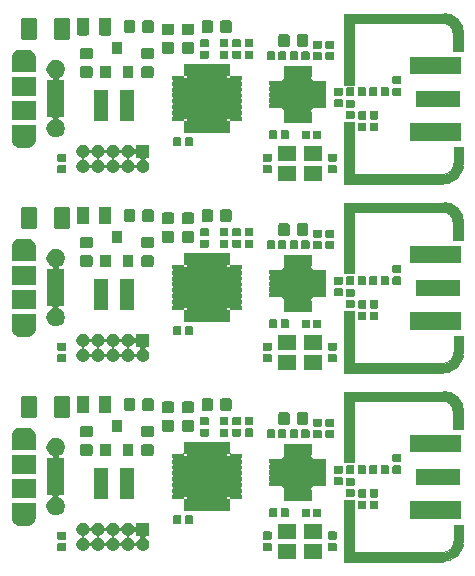
<source format=gbr>
G04 #@! TF.GenerationSoftware,KiCad,Pcbnew,(5.1.5)-3*
G04 #@! TF.CreationDate,2020-05-12T02:25:37+02:00*
G04 #@! TF.ProjectId,STRF,53545246-2e6b-4696-9361-645f70636258,rev?*
G04 #@! TF.SameCoordinates,Original*
G04 #@! TF.FileFunction,Soldermask,Top*
G04 #@! TF.FilePolarity,Negative*
%FSLAX46Y46*%
G04 Gerber Fmt 4.6, Leading zero omitted, Abs format (unit mm)*
G04 Created by KiCad (PCBNEW (5.1.5)-3) date 2020-05-12 02:25:37*
%MOMM*%
%LPD*%
G04 APERTURE LIST*
%ADD10C,0.100000*%
%ADD11C,0.120000*%
%ADD12C,0.150000*%
G04 APERTURE END LIST*
D10*
G36*
X50645000Y-69550000D02*
G01*
X50647500Y-69550000D01*
X50652500Y-72900000D01*
X58200000Y-72900000D01*
X58200000Y-73700000D01*
X49855000Y-73700000D01*
X49845000Y-70350000D01*
X49850000Y-70350000D01*
X49850000Y-68500000D01*
X50650000Y-68500000D01*
X50645000Y-69550000D01*
G37*
X50645000Y-69550000D02*
X50647500Y-69550000D01*
X50652500Y-72900000D01*
X58200000Y-72900000D01*
X58200000Y-73700000D01*
X49855000Y-73700000D01*
X49845000Y-70350000D01*
X49850000Y-70350000D01*
X49850000Y-68500000D01*
X50650000Y-68500000D01*
X50645000Y-69550000D01*
G36*
X58300000Y-60100000D02*
G01*
X50650000Y-60100000D01*
X50650000Y-65300000D01*
X49850000Y-65300000D01*
X49850000Y-59300000D01*
X58300000Y-59300000D01*
X58300000Y-60100000D01*
G37*
X58300000Y-60100000D02*
X50650000Y-60100000D01*
X50650000Y-65300000D01*
X49850000Y-65300000D01*
X49850000Y-59300000D01*
X58300000Y-59300000D01*
X58300000Y-60100000D01*
G36*
X59910000Y-72000000D02*
G01*
X59110000Y-72000000D01*
X59100000Y-70570000D01*
X59900000Y-70570000D01*
X59910000Y-72000000D01*
G37*
X59910000Y-72000000D02*
X59110000Y-72000000D01*
X59100000Y-70570000D01*
X59900000Y-70570000D01*
X59910000Y-72000000D01*
D11*
X59120000Y-72000000D02*
G75*
G02X58210000Y-72910000I-910000J0D01*
G01*
D12*
X58300000Y-59325000D02*
G75*
G02X59900000Y-60925000I0J-1600000D01*
G01*
X58200000Y-60075000D02*
G75*
G02X59100000Y-60975000I0J-900000D01*
G01*
D11*
X59900000Y-71990000D02*
G75*
G02X58200000Y-73690000I-1700000J0D01*
G01*
D10*
G36*
X59925000Y-62425000D02*
G01*
X59075000Y-62425000D01*
X59075000Y-60950000D01*
X59925000Y-60950000D01*
X59925000Y-62425000D01*
G37*
X59925000Y-62425000D02*
X59075000Y-62425000D01*
X59075000Y-60950000D01*
X59925000Y-60950000D01*
X59925000Y-62425000D01*
G36*
X59860000Y-72250000D02*
G01*
X59760000Y-72620000D01*
X59390000Y-73200000D01*
X58630000Y-73600000D01*
X58240000Y-73630000D01*
X58250000Y-72980000D01*
X58250000Y-72970000D01*
X58610000Y-72880000D01*
X58980000Y-72580000D01*
X59170000Y-72110000D01*
X59160000Y-72030000D01*
X59850000Y-72020000D01*
X59860000Y-72250000D01*
G37*
X59860000Y-72250000D02*
X59760000Y-72620000D01*
X59390000Y-73200000D01*
X58630000Y-73600000D01*
X58240000Y-73630000D01*
X58250000Y-72980000D01*
X58250000Y-72970000D01*
X58610000Y-72880000D01*
X58980000Y-72580000D01*
X59170000Y-72110000D01*
X59160000Y-72030000D01*
X59850000Y-72020000D01*
X59860000Y-72250000D01*
G36*
X58575000Y-59400000D02*
G01*
X59150000Y-59625000D01*
X59625000Y-60075000D01*
X59825000Y-60500000D01*
X59825000Y-60900000D01*
X59150000Y-60900000D01*
X59125000Y-60725000D01*
X58950000Y-60375000D01*
X58625000Y-60150000D01*
X58250000Y-60025000D01*
X58300000Y-59350000D01*
X58575000Y-59400000D01*
G37*
X58575000Y-59400000D02*
X59150000Y-59625000D01*
X59625000Y-60075000D01*
X59825000Y-60500000D01*
X59825000Y-60900000D01*
X59150000Y-60900000D01*
X59125000Y-60725000D01*
X58950000Y-60375000D01*
X58625000Y-60150000D01*
X58250000Y-60025000D01*
X58300000Y-59350000D01*
X58575000Y-59400000D01*
G36*
X50645000Y-53550000D02*
G01*
X50647500Y-53550000D01*
X50652500Y-56900000D01*
X58200000Y-56900000D01*
X58200000Y-57700000D01*
X49855000Y-57700000D01*
X49845000Y-54350000D01*
X49850000Y-54350000D01*
X49850000Y-52500000D01*
X50650000Y-52500000D01*
X50645000Y-53550000D01*
G37*
X50645000Y-53550000D02*
X50647500Y-53550000D01*
X50652500Y-56900000D01*
X58200000Y-56900000D01*
X58200000Y-57700000D01*
X49855000Y-57700000D01*
X49845000Y-54350000D01*
X49850000Y-54350000D01*
X49850000Y-52500000D01*
X50650000Y-52500000D01*
X50645000Y-53550000D01*
D11*
X59120000Y-56000000D02*
G75*
G02X58210000Y-56910000I-910000J0D01*
G01*
D12*
X58300000Y-43325000D02*
G75*
G02X59900000Y-44925000I0J-1600000D01*
G01*
D10*
G36*
X59860000Y-56250000D02*
G01*
X59760000Y-56620000D01*
X59390000Y-57200000D01*
X58630000Y-57600000D01*
X58240000Y-57630000D01*
X58250000Y-56980000D01*
X58250000Y-56970000D01*
X58610000Y-56880000D01*
X58980000Y-56580000D01*
X59170000Y-56110000D01*
X59160000Y-56030000D01*
X59850000Y-56020000D01*
X59860000Y-56250000D01*
G37*
X59860000Y-56250000D02*
X59760000Y-56620000D01*
X59390000Y-57200000D01*
X58630000Y-57600000D01*
X58240000Y-57630000D01*
X58250000Y-56980000D01*
X58250000Y-56970000D01*
X58610000Y-56880000D01*
X58980000Y-56580000D01*
X59170000Y-56110000D01*
X59160000Y-56030000D01*
X59850000Y-56020000D01*
X59860000Y-56250000D01*
G36*
X59925000Y-46425000D02*
G01*
X59075000Y-46425000D01*
X59075000Y-44950000D01*
X59925000Y-44950000D01*
X59925000Y-46425000D01*
G37*
X59925000Y-46425000D02*
X59075000Y-46425000D01*
X59075000Y-44950000D01*
X59925000Y-44950000D01*
X59925000Y-46425000D01*
G36*
X58300000Y-44100000D02*
G01*
X50650000Y-44100000D01*
X50650000Y-49300000D01*
X49850000Y-49300000D01*
X49850000Y-43300000D01*
X58300000Y-43300000D01*
X58300000Y-44100000D01*
G37*
X58300000Y-44100000D02*
X50650000Y-44100000D01*
X50650000Y-49300000D01*
X49850000Y-49300000D01*
X49850000Y-43300000D01*
X58300000Y-43300000D01*
X58300000Y-44100000D01*
D12*
X58200000Y-44075000D02*
G75*
G02X59100000Y-44975000I0J-900000D01*
G01*
D10*
G36*
X59910000Y-56000000D02*
G01*
X59110000Y-56000000D01*
X59100000Y-54570000D01*
X59900000Y-54570000D01*
X59910000Y-56000000D01*
G37*
X59910000Y-56000000D02*
X59110000Y-56000000D01*
X59100000Y-54570000D01*
X59900000Y-54570000D01*
X59910000Y-56000000D01*
G36*
X58575000Y-43400000D02*
G01*
X59150000Y-43625000D01*
X59625000Y-44075000D01*
X59825000Y-44500000D01*
X59825000Y-44900000D01*
X59150000Y-44900000D01*
X59125000Y-44725000D01*
X58950000Y-44375000D01*
X58625000Y-44150000D01*
X58250000Y-44025000D01*
X58300000Y-43350000D01*
X58575000Y-43400000D01*
G37*
X58575000Y-43400000D02*
X59150000Y-43625000D01*
X59625000Y-44075000D01*
X59825000Y-44500000D01*
X59825000Y-44900000D01*
X59150000Y-44900000D01*
X59125000Y-44725000D01*
X58950000Y-44375000D01*
X58625000Y-44150000D01*
X58250000Y-44025000D01*
X58300000Y-43350000D01*
X58575000Y-43400000D01*
D11*
X59900000Y-55990000D02*
G75*
G02X58200000Y-57690000I-1700000J0D01*
G01*
D10*
G36*
X58575000Y-27400000D02*
G01*
X59150000Y-27625000D01*
X59625000Y-28075000D01*
X59825000Y-28500000D01*
X59825000Y-28900000D01*
X59150000Y-28900000D01*
X59125000Y-28725000D01*
X58950000Y-28375000D01*
X58625000Y-28150000D01*
X58250000Y-28025000D01*
X58300000Y-27350000D01*
X58575000Y-27400000D01*
G37*
X58575000Y-27400000D02*
X59150000Y-27625000D01*
X59625000Y-28075000D01*
X59825000Y-28500000D01*
X59825000Y-28900000D01*
X59150000Y-28900000D01*
X59125000Y-28725000D01*
X58950000Y-28375000D01*
X58625000Y-28150000D01*
X58250000Y-28025000D01*
X58300000Y-27350000D01*
X58575000Y-27400000D01*
D12*
X58300000Y-27325000D02*
G75*
G02X59900000Y-28925000I0J-1600000D01*
G01*
D10*
G36*
X59925000Y-30425000D02*
G01*
X59075000Y-30425000D01*
X59075000Y-28950000D01*
X59925000Y-28950000D01*
X59925000Y-30425000D01*
G37*
X59925000Y-30425000D02*
X59075000Y-30425000D01*
X59075000Y-28950000D01*
X59925000Y-28950000D01*
X59925000Y-30425000D01*
D12*
X58200000Y-28075000D02*
G75*
G02X59100000Y-28975000I0J-900000D01*
G01*
D10*
G36*
X59860000Y-40250000D02*
G01*
X59760000Y-40620000D01*
X59390000Y-41200000D01*
X58630000Y-41600000D01*
X58240000Y-41630000D01*
X58250000Y-40980000D01*
X58250000Y-40970000D01*
X58610000Y-40880000D01*
X58980000Y-40580000D01*
X59170000Y-40110000D01*
X59160000Y-40030000D01*
X59850000Y-40020000D01*
X59860000Y-40250000D01*
G37*
X59860000Y-40250000D02*
X59760000Y-40620000D01*
X59390000Y-41200000D01*
X58630000Y-41600000D01*
X58240000Y-41630000D01*
X58250000Y-40980000D01*
X58250000Y-40970000D01*
X58610000Y-40880000D01*
X58980000Y-40580000D01*
X59170000Y-40110000D01*
X59160000Y-40030000D01*
X59850000Y-40020000D01*
X59860000Y-40250000D01*
D11*
X59120000Y-40000000D02*
G75*
G02X58210000Y-40910000I-910000J0D01*
G01*
D10*
G36*
X59910000Y-40000000D02*
G01*
X59110000Y-40000000D01*
X59100000Y-38570000D01*
X59900000Y-38570000D01*
X59910000Y-40000000D01*
G37*
X59910000Y-40000000D02*
X59110000Y-40000000D01*
X59100000Y-38570000D01*
X59900000Y-38570000D01*
X59910000Y-40000000D01*
D11*
X59900000Y-39990000D02*
G75*
G02X58200000Y-41690000I-1700000J0D01*
G01*
D10*
G36*
X50645000Y-37550000D02*
G01*
X50647500Y-37550000D01*
X50652500Y-40900000D01*
X58200000Y-40900000D01*
X58200000Y-41700000D01*
X49855000Y-41700000D01*
X49845000Y-38350000D01*
X49850000Y-38350000D01*
X49850000Y-36500000D01*
X50650000Y-36500000D01*
X50645000Y-37550000D01*
G37*
X50645000Y-37550000D02*
X50647500Y-37550000D01*
X50652500Y-40900000D01*
X58200000Y-40900000D01*
X58200000Y-41700000D01*
X49855000Y-41700000D01*
X49845000Y-38350000D01*
X49850000Y-38350000D01*
X49850000Y-36500000D01*
X50650000Y-36500000D01*
X50645000Y-37550000D01*
G36*
X58300000Y-28100000D02*
G01*
X50650000Y-28100000D01*
X50650000Y-33300000D01*
X49850000Y-33300000D01*
X49850000Y-27300000D01*
X58300000Y-27300000D01*
X58300000Y-28100000D01*
G37*
X58300000Y-28100000D02*
X50650000Y-28100000D01*
X50650000Y-33300000D01*
X49850000Y-33300000D01*
X49850000Y-27300000D01*
X58300000Y-27300000D01*
X58300000Y-28100000D01*
G36*
X47951000Y-73476000D02*
G01*
X46449000Y-73476000D01*
X46449000Y-72174000D01*
X47951000Y-72174000D01*
X47951000Y-73476000D01*
G37*
G36*
X45751000Y-73476000D02*
G01*
X44249000Y-73476000D01*
X44249000Y-72174000D01*
X45751000Y-72174000D01*
X45751000Y-73476000D01*
G37*
G36*
X26206938Y-72131716D02*
G01*
X26227557Y-72137971D01*
X26246553Y-72148124D01*
X26263208Y-72161792D01*
X26276876Y-72178447D01*
X26287029Y-72197443D01*
X26293284Y-72218062D01*
X26296000Y-72245640D01*
X26296000Y-72704360D01*
X26293284Y-72731938D01*
X26287029Y-72752557D01*
X26276876Y-72771553D01*
X26263208Y-72788208D01*
X26246553Y-72801876D01*
X26227557Y-72812029D01*
X26206938Y-72818284D01*
X26179360Y-72821000D01*
X25670640Y-72821000D01*
X25643062Y-72818284D01*
X25622443Y-72812029D01*
X25603447Y-72801876D01*
X25586792Y-72788208D01*
X25573124Y-72771553D01*
X25562971Y-72752557D01*
X25556716Y-72731938D01*
X25554000Y-72704360D01*
X25554000Y-72245640D01*
X25556716Y-72218062D01*
X25562971Y-72197443D01*
X25573124Y-72178447D01*
X25586792Y-72161792D01*
X25603447Y-72148124D01*
X25622443Y-72137971D01*
X25643062Y-72131716D01*
X25670640Y-72129000D01*
X26179360Y-72129000D01*
X26206938Y-72131716D01*
G37*
G36*
X49131938Y-72116716D02*
G01*
X49152557Y-72122971D01*
X49171553Y-72133124D01*
X49188208Y-72146792D01*
X49201876Y-72163447D01*
X49212029Y-72182443D01*
X49218284Y-72203062D01*
X49221000Y-72230640D01*
X49221000Y-72689360D01*
X49218284Y-72716938D01*
X49212029Y-72737557D01*
X49201876Y-72756553D01*
X49188208Y-72773208D01*
X49171553Y-72786876D01*
X49152557Y-72797029D01*
X49131938Y-72803284D01*
X49104360Y-72806000D01*
X48595640Y-72806000D01*
X48568062Y-72803284D01*
X48547443Y-72797029D01*
X48528447Y-72786876D01*
X48511792Y-72773208D01*
X48498124Y-72756553D01*
X48487971Y-72737557D01*
X48481716Y-72716938D01*
X48479000Y-72689360D01*
X48479000Y-72230640D01*
X48481716Y-72203062D01*
X48487971Y-72182443D01*
X48498124Y-72163447D01*
X48511792Y-72146792D01*
X48528447Y-72133124D01*
X48547443Y-72122971D01*
X48568062Y-72116716D01*
X48595640Y-72114000D01*
X49104360Y-72114000D01*
X49131938Y-72116716D01*
G37*
G36*
X43606938Y-72116716D02*
G01*
X43627557Y-72122971D01*
X43646553Y-72133124D01*
X43663208Y-72146792D01*
X43676876Y-72163447D01*
X43687029Y-72182443D01*
X43693284Y-72203062D01*
X43696000Y-72230640D01*
X43696000Y-72689360D01*
X43693284Y-72716938D01*
X43687029Y-72737557D01*
X43676876Y-72756553D01*
X43663208Y-72773208D01*
X43646553Y-72786876D01*
X43627557Y-72797029D01*
X43606938Y-72803284D01*
X43579360Y-72806000D01*
X43070640Y-72806000D01*
X43043062Y-72803284D01*
X43022443Y-72797029D01*
X43003447Y-72786876D01*
X42986792Y-72773208D01*
X42973124Y-72756553D01*
X42962971Y-72737557D01*
X42956716Y-72716938D01*
X42954000Y-72689360D01*
X42954000Y-72230640D01*
X42956716Y-72203062D01*
X42962971Y-72182443D01*
X42973124Y-72163447D01*
X42986792Y-72146792D01*
X43003447Y-72133124D01*
X43022443Y-72122971D01*
X43043062Y-72116716D01*
X43070640Y-72114000D01*
X43579360Y-72114000D01*
X43606938Y-72116716D01*
G37*
G36*
X27880721Y-70420174D02*
G01*
X27980995Y-70461709D01*
X28020653Y-70488208D01*
X28071242Y-70522010D01*
X28147990Y-70598758D01*
X28163665Y-70622218D01*
X28208291Y-70689005D01*
X28239516Y-70764389D01*
X28251067Y-70786000D01*
X28266612Y-70804941D01*
X28285554Y-70820487D01*
X28307165Y-70832038D01*
X28330614Y-70839151D01*
X28355000Y-70841553D01*
X28379386Y-70839151D01*
X28402835Y-70832038D01*
X28424446Y-70820487D01*
X28443387Y-70804942D01*
X28458933Y-70786000D01*
X28470484Y-70764389D01*
X28501709Y-70689005D01*
X28546335Y-70622218D01*
X28562010Y-70598758D01*
X28638758Y-70522010D01*
X28689347Y-70488208D01*
X28729005Y-70461709D01*
X28829279Y-70420174D01*
X28935730Y-70399000D01*
X29044270Y-70399000D01*
X29150721Y-70420174D01*
X29250995Y-70461709D01*
X29290653Y-70488208D01*
X29341242Y-70522010D01*
X29417990Y-70598758D01*
X29433665Y-70622218D01*
X29478291Y-70689005D01*
X29509516Y-70764389D01*
X29521067Y-70786000D01*
X29536612Y-70804941D01*
X29555554Y-70820487D01*
X29577165Y-70832038D01*
X29600614Y-70839151D01*
X29625000Y-70841553D01*
X29649386Y-70839151D01*
X29672835Y-70832038D01*
X29694446Y-70820487D01*
X29713387Y-70804942D01*
X29728933Y-70786000D01*
X29740484Y-70764389D01*
X29771709Y-70689005D01*
X29816335Y-70622218D01*
X29832010Y-70598758D01*
X29908758Y-70522010D01*
X29959347Y-70488208D01*
X29999005Y-70461709D01*
X30099279Y-70420174D01*
X30205730Y-70399000D01*
X30314270Y-70399000D01*
X30420721Y-70420174D01*
X30520995Y-70461709D01*
X30560653Y-70488208D01*
X30611242Y-70522010D01*
X30687990Y-70598758D01*
X30703665Y-70622218D01*
X30748291Y-70689005D01*
X30779516Y-70764389D01*
X30791067Y-70786000D01*
X30806612Y-70804941D01*
X30825554Y-70820487D01*
X30847165Y-70832038D01*
X30870614Y-70839151D01*
X30895000Y-70841553D01*
X30919386Y-70839151D01*
X30942835Y-70832038D01*
X30964446Y-70820487D01*
X30983387Y-70804942D01*
X30998933Y-70786000D01*
X31010484Y-70764389D01*
X31041709Y-70689005D01*
X31086335Y-70622218D01*
X31102010Y-70598758D01*
X31178758Y-70522010D01*
X31229347Y-70488208D01*
X31269005Y-70461709D01*
X31369279Y-70420174D01*
X31475730Y-70399000D01*
X31584270Y-70399000D01*
X31690721Y-70420174D01*
X31790995Y-70461709D01*
X31830653Y-70488208D01*
X31881242Y-70522010D01*
X31957990Y-70598758D01*
X31973665Y-70622218D01*
X32020068Y-70691664D01*
X32035614Y-70710606D01*
X32054556Y-70726151D01*
X32076167Y-70737702D01*
X32099615Y-70744815D01*
X32124002Y-70747217D01*
X32148388Y-70744815D01*
X32171837Y-70737702D01*
X32193447Y-70726151D01*
X32212389Y-70710605D01*
X32227934Y-70691663D01*
X32239485Y-70670052D01*
X32246598Y-70646604D01*
X32249000Y-70622218D01*
X32249000Y-70399000D01*
X33351000Y-70399000D01*
X33351000Y-71501000D01*
X33127782Y-71501000D01*
X33103396Y-71503402D01*
X33079947Y-71510515D01*
X33058336Y-71522066D01*
X33039394Y-71537611D01*
X33023849Y-71556553D01*
X33012298Y-71578164D01*
X33005185Y-71601613D01*
X33002783Y-71625999D01*
X33005185Y-71650385D01*
X33012298Y-71673834D01*
X33023849Y-71695445D01*
X33039394Y-71714387D01*
X33058336Y-71729932D01*
X33106236Y-71761938D01*
X33151242Y-71792010D01*
X33227990Y-71868758D01*
X33227991Y-71868760D01*
X33288291Y-71959005D01*
X33329826Y-72059279D01*
X33351000Y-72165730D01*
X33351000Y-72274270D01*
X33329826Y-72380721D01*
X33288291Y-72480995D01*
X33288290Y-72480996D01*
X33227990Y-72571242D01*
X33151242Y-72647990D01*
X33151227Y-72648000D01*
X33060995Y-72708291D01*
X32960721Y-72749826D01*
X32854270Y-72771000D01*
X32745730Y-72771000D01*
X32639279Y-72749826D01*
X32539005Y-72708291D01*
X32448773Y-72648000D01*
X32448758Y-72647990D01*
X32372010Y-72571242D01*
X32311710Y-72480996D01*
X32311709Y-72480995D01*
X32280484Y-72405611D01*
X32268933Y-72384000D01*
X32253388Y-72365059D01*
X32234446Y-72349513D01*
X32212835Y-72337962D01*
X32189386Y-72330849D01*
X32165000Y-72328447D01*
X32140614Y-72330849D01*
X32117165Y-72337962D01*
X32095554Y-72349513D01*
X32076613Y-72365058D01*
X32061067Y-72384000D01*
X32049516Y-72405611D01*
X32018291Y-72480995D01*
X32018290Y-72480996D01*
X31957990Y-72571242D01*
X31881242Y-72647990D01*
X31881227Y-72648000D01*
X31790995Y-72708291D01*
X31690721Y-72749826D01*
X31584270Y-72771000D01*
X31475730Y-72771000D01*
X31369279Y-72749826D01*
X31269005Y-72708291D01*
X31178773Y-72648000D01*
X31178758Y-72647990D01*
X31102010Y-72571242D01*
X31041710Y-72480996D01*
X31041709Y-72480995D01*
X31010484Y-72405611D01*
X30998933Y-72384000D01*
X30983388Y-72365059D01*
X30964446Y-72349513D01*
X30942835Y-72337962D01*
X30919386Y-72330849D01*
X30895000Y-72328447D01*
X30870614Y-72330849D01*
X30847165Y-72337962D01*
X30825554Y-72349513D01*
X30806613Y-72365058D01*
X30791067Y-72384000D01*
X30779516Y-72405611D01*
X30748291Y-72480995D01*
X30748290Y-72480996D01*
X30687990Y-72571242D01*
X30611242Y-72647990D01*
X30611227Y-72648000D01*
X30520995Y-72708291D01*
X30420721Y-72749826D01*
X30314270Y-72771000D01*
X30205730Y-72771000D01*
X30099279Y-72749826D01*
X29999005Y-72708291D01*
X29908773Y-72648000D01*
X29908758Y-72647990D01*
X29832010Y-72571242D01*
X29771710Y-72480996D01*
X29771709Y-72480995D01*
X29740484Y-72405611D01*
X29728933Y-72384000D01*
X29713388Y-72365059D01*
X29694446Y-72349513D01*
X29672835Y-72337962D01*
X29649386Y-72330849D01*
X29625000Y-72328447D01*
X29600614Y-72330849D01*
X29577165Y-72337962D01*
X29555554Y-72349513D01*
X29536613Y-72365058D01*
X29521067Y-72384000D01*
X29509516Y-72405611D01*
X29478291Y-72480995D01*
X29478290Y-72480996D01*
X29417990Y-72571242D01*
X29341242Y-72647990D01*
X29341227Y-72648000D01*
X29250995Y-72708291D01*
X29150721Y-72749826D01*
X29044270Y-72771000D01*
X28935730Y-72771000D01*
X28829279Y-72749826D01*
X28729005Y-72708291D01*
X28638773Y-72648000D01*
X28638758Y-72647990D01*
X28562010Y-72571242D01*
X28501710Y-72480996D01*
X28501709Y-72480995D01*
X28470484Y-72405611D01*
X28458933Y-72384000D01*
X28443388Y-72365059D01*
X28424446Y-72349513D01*
X28402835Y-72337962D01*
X28379386Y-72330849D01*
X28355000Y-72328447D01*
X28330614Y-72330849D01*
X28307165Y-72337962D01*
X28285554Y-72349513D01*
X28266613Y-72365058D01*
X28251067Y-72384000D01*
X28239516Y-72405611D01*
X28208291Y-72480995D01*
X28208290Y-72480996D01*
X28147990Y-72571242D01*
X28071242Y-72647990D01*
X28071227Y-72648000D01*
X27980995Y-72708291D01*
X27880721Y-72749826D01*
X27774270Y-72771000D01*
X27665730Y-72771000D01*
X27559279Y-72749826D01*
X27459005Y-72708291D01*
X27368773Y-72648000D01*
X27368758Y-72647990D01*
X27292010Y-72571242D01*
X27231710Y-72480996D01*
X27231709Y-72480995D01*
X27190174Y-72380721D01*
X27169000Y-72274270D01*
X27169000Y-72165730D01*
X27190174Y-72059279D01*
X27231709Y-71959005D01*
X27292009Y-71868760D01*
X27292010Y-71868758D01*
X27368758Y-71792010D01*
X27417991Y-71759114D01*
X27459005Y-71731709D01*
X27534389Y-71700484D01*
X27556000Y-71688933D01*
X27574941Y-71673388D01*
X27590487Y-71654446D01*
X27602038Y-71632835D01*
X27609151Y-71609386D01*
X27611553Y-71585000D01*
X27828447Y-71585000D01*
X27830849Y-71609386D01*
X27837962Y-71632835D01*
X27849513Y-71654446D01*
X27865058Y-71673387D01*
X27884000Y-71688933D01*
X27905611Y-71700484D01*
X27980995Y-71731709D01*
X28022009Y-71759114D01*
X28071242Y-71792010D01*
X28147990Y-71868758D01*
X28147991Y-71868760D01*
X28208291Y-71959005D01*
X28239516Y-72034389D01*
X28251067Y-72056000D01*
X28266612Y-72074941D01*
X28285554Y-72090487D01*
X28307165Y-72102038D01*
X28330614Y-72109151D01*
X28355000Y-72111553D01*
X28379386Y-72109151D01*
X28402835Y-72102038D01*
X28424446Y-72090487D01*
X28443387Y-72074942D01*
X28458933Y-72056000D01*
X28470484Y-72034389D01*
X28501709Y-71959005D01*
X28562009Y-71868760D01*
X28562010Y-71868758D01*
X28638758Y-71792010D01*
X28687991Y-71759114D01*
X28729005Y-71731709D01*
X28804389Y-71700484D01*
X28826000Y-71688933D01*
X28844941Y-71673388D01*
X28860487Y-71654446D01*
X28872038Y-71632835D01*
X28879151Y-71609386D01*
X28881553Y-71585000D01*
X29098447Y-71585000D01*
X29100849Y-71609386D01*
X29107962Y-71632835D01*
X29119513Y-71654446D01*
X29135058Y-71673387D01*
X29154000Y-71688933D01*
X29175611Y-71700484D01*
X29250995Y-71731709D01*
X29292009Y-71759114D01*
X29341242Y-71792010D01*
X29417990Y-71868758D01*
X29417991Y-71868760D01*
X29478291Y-71959005D01*
X29509516Y-72034389D01*
X29521067Y-72056000D01*
X29536612Y-72074941D01*
X29555554Y-72090487D01*
X29577165Y-72102038D01*
X29600614Y-72109151D01*
X29625000Y-72111553D01*
X29649386Y-72109151D01*
X29672835Y-72102038D01*
X29694446Y-72090487D01*
X29713387Y-72074942D01*
X29728933Y-72056000D01*
X29740484Y-72034389D01*
X29771709Y-71959005D01*
X29832009Y-71868760D01*
X29832010Y-71868758D01*
X29908758Y-71792010D01*
X29957991Y-71759114D01*
X29999005Y-71731709D01*
X30074389Y-71700484D01*
X30096000Y-71688933D01*
X30114941Y-71673388D01*
X30130487Y-71654446D01*
X30142038Y-71632835D01*
X30149151Y-71609386D01*
X30151553Y-71585000D01*
X30368447Y-71585000D01*
X30370849Y-71609386D01*
X30377962Y-71632835D01*
X30389513Y-71654446D01*
X30405058Y-71673387D01*
X30424000Y-71688933D01*
X30445611Y-71700484D01*
X30520995Y-71731709D01*
X30562009Y-71759114D01*
X30611242Y-71792010D01*
X30687990Y-71868758D01*
X30687991Y-71868760D01*
X30748291Y-71959005D01*
X30779516Y-72034389D01*
X30791067Y-72056000D01*
X30806612Y-72074941D01*
X30825554Y-72090487D01*
X30847165Y-72102038D01*
X30870614Y-72109151D01*
X30895000Y-72111553D01*
X30919386Y-72109151D01*
X30942835Y-72102038D01*
X30964446Y-72090487D01*
X30983387Y-72074942D01*
X30998933Y-72056000D01*
X31010484Y-72034389D01*
X31041709Y-71959005D01*
X31102009Y-71868760D01*
X31102010Y-71868758D01*
X31178758Y-71792010D01*
X31227991Y-71759114D01*
X31269005Y-71731709D01*
X31344389Y-71700484D01*
X31366000Y-71688933D01*
X31384941Y-71673388D01*
X31400487Y-71654446D01*
X31412038Y-71632835D01*
X31419151Y-71609386D01*
X31421553Y-71585000D01*
X31638447Y-71585000D01*
X31640849Y-71609386D01*
X31647962Y-71632835D01*
X31659513Y-71654446D01*
X31675058Y-71673387D01*
X31694000Y-71688933D01*
X31715611Y-71700484D01*
X31790995Y-71731709D01*
X31832009Y-71759114D01*
X31881242Y-71792010D01*
X31957990Y-71868758D01*
X31957991Y-71868760D01*
X32018291Y-71959005D01*
X32049516Y-72034389D01*
X32061067Y-72056000D01*
X32076612Y-72074941D01*
X32095554Y-72090487D01*
X32117165Y-72102038D01*
X32140614Y-72109151D01*
X32165000Y-72111553D01*
X32189386Y-72109151D01*
X32212835Y-72102038D01*
X32234446Y-72090487D01*
X32253387Y-72074942D01*
X32268933Y-72056000D01*
X32280484Y-72034389D01*
X32311709Y-71959005D01*
X32372009Y-71868760D01*
X32372010Y-71868758D01*
X32448758Y-71792010D01*
X32493764Y-71761938D01*
X32541664Y-71729932D01*
X32560606Y-71714386D01*
X32576151Y-71695444D01*
X32587702Y-71673833D01*
X32594815Y-71650385D01*
X32597217Y-71625998D01*
X32594815Y-71601612D01*
X32587702Y-71578163D01*
X32576151Y-71556553D01*
X32560605Y-71537611D01*
X32541663Y-71522066D01*
X32520052Y-71510515D01*
X32496604Y-71503402D01*
X32472218Y-71501000D01*
X32249000Y-71501000D01*
X32249000Y-71277782D01*
X32246598Y-71253396D01*
X32239485Y-71229947D01*
X32227934Y-71208336D01*
X32212389Y-71189394D01*
X32193447Y-71173849D01*
X32171836Y-71162298D01*
X32148387Y-71155185D01*
X32124001Y-71152783D01*
X32099615Y-71155185D01*
X32076166Y-71162298D01*
X32054555Y-71173849D01*
X32035613Y-71189394D01*
X32020068Y-71208336D01*
X31985119Y-71260640D01*
X31957990Y-71301242D01*
X31881242Y-71377990D01*
X31835812Y-71408345D01*
X31790995Y-71438291D01*
X31715611Y-71469516D01*
X31694000Y-71481067D01*
X31675059Y-71496612D01*
X31659513Y-71515554D01*
X31647962Y-71537165D01*
X31640849Y-71560614D01*
X31638447Y-71585000D01*
X31421553Y-71585000D01*
X31419151Y-71560614D01*
X31412038Y-71537165D01*
X31400487Y-71515554D01*
X31384942Y-71496613D01*
X31366000Y-71481067D01*
X31344389Y-71469516D01*
X31269005Y-71438291D01*
X31224188Y-71408345D01*
X31178758Y-71377990D01*
X31102010Y-71301242D01*
X31068303Y-71250796D01*
X31041709Y-71210995D01*
X31010484Y-71135611D01*
X30998933Y-71114000D01*
X30983388Y-71095059D01*
X30964446Y-71079513D01*
X30942835Y-71067962D01*
X30919386Y-71060849D01*
X30895000Y-71058447D01*
X30870614Y-71060849D01*
X30847165Y-71067962D01*
X30825554Y-71079513D01*
X30806613Y-71095058D01*
X30791067Y-71114000D01*
X30779516Y-71135611D01*
X30748291Y-71210995D01*
X30721697Y-71250796D01*
X30687990Y-71301242D01*
X30611242Y-71377990D01*
X30565812Y-71408345D01*
X30520995Y-71438291D01*
X30445611Y-71469516D01*
X30424000Y-71481067D01*
X30405059Y-71496612D01*
X30389513Y-71515554D01*
X30377962Y-71537165D01*
X30370849Y-71560614D01*
X30368447Y-71585000D01*
X30151553Y-71585000D01*
X30149151Y-71560614D01*
X30142038Y-71537165D01*
X30130487Y-71515554D01*
X30114942Y-71496613D01*
X30096000Y-71481067D01*
X30074389Y-71469516D01*
X29999005Y-71438291D01*
X29954188Y-71408345D01*
X29908758Y-71377990D01*
X29832010Y-71301242D01*
X29798303Y-71250796D01*
X29771709Y-71210995D01*
X29740484Y-71135611D01*
X29728933Y-71114000D01*
X29713388Y-71095059D01*
X29694446Y-71079513D01*
X29672835Y-71067962D01*
X29649386Y-71060849D01*
X29625000Y-71058447D01*
X29600614Y-71060849D01*
X29577165Y-71067962D01*
X29555554Y-71079513D01*
X29536613Y-71095058D01*
X29521067Y-71114000D01*
X29509516Y-71135611D01*
X29478291Y-71210995D01*
X29451697Y-71250796D01*
X29417990Y-71301242D01*
X29341242Y-71377990D01*
X29295812Y-71408345D01*
X29250995Y-71438291D01*
X29175611Y-71469516D01*
X29154000Y-71481067D01*
X29135059Y-71496612D01*
X29119513Y-71515554D01*
X29107962Y-71537165D01*
X29100849Y-71560614D01*
X29098447Y-71585000D01*
X28881553Y-71585000D01*
X28879151Y-71560614D01*
X28872038Y-71537165D01*
X28860487Y-71515554D01*
X28844942Y-71496613D01*
X28826000Y-71481067D01*
X28804389Y-71469516D01*
X28729005Y-71438291D01*
X28684188Y-71408345D01*
X28638758Y-71377990D01*
X28562010Y-71301242D01*
X28528303Y-71250796D01*
X28501709Y-71210995D01*
X28470484Y-71135611D01*
X28458933Y-71114000D01*
X28443388Y-71095059D01*
X28424446Y-71079513D01*
X28402835Y-71067962D01*
X28379386Y-71060849D01*
X28355000Y-71058447D01*
X28330614Y-71060849D01*
X28307165Y-71067962D01*
X28285554Y-71079513D01*
X28266613Y-71095058D01*
X28251067Y-71114000D01*
X28239516Y-71135611D01*
X28208291Y-71210995D01*
X28181697Y-71250796D01*
X28147990Y-71301242D01*
X28071242Y-71377990D01*
X28025812Y-71408345D01*
X27980995Y-71438291D01*
X27905611Y-71469516D01*
X27884000Y-71481067D01*
X27865059Y-71496612D01*
X27849513Y-71515554D01*
X27837962Y-71537165D01*
X27830849Y-71560614D01*
X27828447Y-71585000D01*
X27611553Y-71585000D01*
X27609151Y-71560614D01*
X27602038Y-71537165D01*
X27590487Y-71515554D01*
X27574942Y-71496613D01*
X27556000Y-71481067D01*
X27534389Y-71469516D01*
X27459005Y-71438291D01*
X27414188Y-71408345D01*
X27368758Y-71377990D01*
X27292010Y-71301242D01*
X27258303Y-71250796D01*
X27231709Y-71210995D01*
X27190174Y-71110721D01*
X27169000Y-71004270D01*
X27169000Y-70895730D01*
X27190174Y-70789279D01*
X27231709Y-70689005D01*
X27276335Y-70622218D01*
X27292010Y-70598758D01*
X27368758Y-70522010D01*
X27419347Y-70488208D01*
X27459005Y-70461709D01*
X27559279Y-70420174D01*
X27665730Y-70399000D01*
X27774270Y-70399000D01*
X27880721Y-70420174D01*
G37*
G36*
X26206938Y-71161716D02*
G01*
X26227557Y-71167971D01*
X26246553Y-71178124D01*
X26263208Y-71191792D01*
X26276876Y-71208447D01*
X26287029Y-71227443D01*
X26293284Y-71248062D01*
X26296000Y-71275640D01*
X26296000Y-71734360D01*
X26293284Y-71761938D01*
X26287029Y-71782557D01*
X26276876Y-71801553D01*
X26263208Y-71818208D01*
X26246553Y-71831876D01*
X26227557Y-71842029D01*
X26206938Y-71848284D01*
X26179360Y-71851000D01*
X25670640Y-71851000D01*
X25643062Y-71848284D01*
X25622443Y-71842029D01*
X25603447Y-71831876D01*
X25586792Y-71818208D01*
X25573124Y-71801553D01*
X25562971Y-71782557D01*
X25556716Y-71761938D01*
X25554000Y-71734360D01*
X25554000Y-71275640D01*
X25556716Y-71248062D01*
X25562971Y-71227443D01*
X25573124Y-71208447D01*
X25586792Y-71191792D01*
X25603447Y-71178124D01*
X25622443Y-71167971D01*
X25643062Y-71161716D01*
X25670640Y-71159000D01*
X26179360Y-71159000D01*
X26206938Y-71161716D01*
G37*
G36*
X49131938Y-71146716D02*
G01*
X49152557Y-71152971D01*
X49171553Y-71163124D01*
X49188208Y-71176792D01*
X49201876Y-71193447D01*
X49212029Y-71212443D01*
X49218284Y-71233062D01*
X49221000Y-71260640D01*
X49221000Y-71719360D01*
X49218284Y-71746938D01*
X49212029Y-71767557D01*
X49201876Y-71786553D01*
X49188208Y-71803208D01*
X49171553Y-71816876D01*
X49152557Y-71827029D01*
X49131938Y-71833284D01*
X49104360Y-71836000D01*
X48595640Y-71836000D01*
X48568062Y-71833284D01*
X48547443Y-71827029D01*
X48528447Y-71816876D01*
X48511792Y-71803208D01*
X48498124Y-71786553D01*
X48487971Y-71767557D01*
X48481716Y-71746938D01*
X48479000Y-71719360D01*
X48479000Y-71260640D01*
X48481716Y-71233062D01*
X48487971Y-71212443D01*
X48498124Y-71193447D01*
X48511792Y-71176792D01*
X48528447Y-71163124D01*
X48547443Y-71152971D01*
X48568062Y-71146716D01*
X48595640Y-71144000D01*
X49104360Y-71144000D01*
X49131938Y-71146716D01*
G37*
G36*
X43606938Y-71146716D02*
G01*
X43627557Y-71152971D01*
X43646553Y-71163124D01*
X43663208Y-71176792D01*
X43676876Y-71193447D01*
X43687029Y-71212443D01*
X43693284Y-71233062D01*
X43696000Y-71260640D01*
X43696000Y-71719360D01*
X43693284Y-71746938D01*
X43687029Y-71767557D01*
X43676876Y-71786553D01*
X43663208Y-71803208D01*
X43646553Y-71816876D01*
X43627557Y-71827029D01*
X43606938Y-71833284D01*
X43579360Y-71836000D01*
X43070640Y-71836000D01*
X43043062Y-71833284D01*
X43022443Y-71827029D01*
X43003447Y-71816876D01*
X42986792Y-71803208D01*
X42973124Y-71786553D01*
X42962971Y-71767557D01*
X42956716Y-71746938D01*
X42954000Y-71719360D01*
X42954000Y-71260640D01*
X42956716Y-71233062D01*
X42962971Y-71212443D01*
X42973124Y-71193447D01*
X42986792Y-71176792D01*
X43003447Y-71163124D01*
X43022443Y-71152971D01*
X43043062Y-71146716D01*
X43070640Y-71144000D01*
X43579360Y-71144000D01*
X43606938Y-71146716D01*
G37*
G36*
X47951000Y-71776000D02*
G01*
X46449000Y-71776000D01*
X46449000Y-70474000D01*
X47951000Y-70474000D01*
X47951000Y-71776000D01*
G37*
G36*
X45751000Y-71776000D02*
G01*
X44249000Y-71776000D01*
X44249000Y-70474000D01*
X45751000Y-70474000D01*
X45751000Y-71776000D01*
G37*
G36*
X23713500Y-69961886D02*
G01*
X23714102Y-69974138D01*
X23716649Y-70000000D01*
X23714102Y-70025862D01*
X23713500Y-70038114D01*
X23713500Y-70111406D01*
X23704543Y-70128164D01*
X23700415Y-70139701D01*
X23674632Y-70224693D01*
X23666854Y-70250336D01*
X23606406Y-70363425D01*
X23525054Y-70462554D01*
X23425925Y-70543906D01*
X23312836Y-70604354D01*
X23280904Y-70614040D01*
X23190118Y-70641580D01*
X23139107Y-70646604D01*
X23094474Y-70651000D01*
X22330526Y-70651000D01*
X22285893Y-70646604D01*
X22234882Y-70641580D01*
X22144096Y-70614040D01*
X22112164Y-70604354D01*
X21999075Y-70543906D01*
X21899946Y-70462554D01*
X21818594Y-70363425D01*
X21758146Y-70250336D01*
X21750368Y-70224693D01*
X21724587Y-70139708D01*
X21715213Y-70117075D01*
X21711500Y-70111518D01*
X21711500Y-70038114D01*
X21710898Y-70025862D01*
X21708351Y-70000000D01*
X21710898Y-69974138D01*
X21711500Y-69961886D01*
X21711500Y-68749000D01*
X23713500Y-68749000D01*
X23713500Y-69961886D01*
G37*
G36*
X35971938Y-69781716D02*
G01*
X35992557Y-69787971D01*
X36011553Y-69798124D01*
X36028208Y-69811792D01*
X36041876Y-69828447D01*
X36052029Y-69847443D01*
X36058284Y-69868062D01*
X36061000Y-69895640D01*
X36061000Y-70404360D01*
X36058284Y-70431938D01*
X36052029Y-70452557D01*
X36041876Y-70471553D01*
X36028208Y-70488208D01*
X36011553Y-70501876D01*
X35992557Y-70512029D01*
X35971938Y-70518284D01*
X35944360Y-70521000D01*
X35485640Y-70521000D01*
X35458062Y-70518284D01*
X35437443Y-70512029D01*
X35418447Y-70501876D01*
X35401792Y-70488208D01*
X35388124Y-70471553D01*
X35377971Y-70452557D01*
X35371716Y-70431938D01*
X35369000Y-70404360D01*
X35369000Y-69895640D01*
X35371716Y-69868062D01*
X35377971Y-69847443D01*
X35388124Y-69828447D01*
X35401792Y-69811792D01*
X35418447Y-69798124D01*
X35437443Y-69787971D01*
X35458062Y-69781716D01*
X35485640Y-69779000D01*
X35944360Y-69779000D01*
X35971938Y-69781716D01*
G37*
G36*
X36941938Y-69781716D02*
G01*
X36962557Y-69787971D01*
X36981553Y-69798124D01*
X36998208Y-69811792D01*
X37011876Y-69828447D01*
X37022029Y-69847443D01*
X37028284Y-69868062D01*
X37031000Y-69895640D01*
X37031000Y-70404360D01*
X37028284Y-70431938D01*
X37022029Y-70452557D01*
X37011876Y-70471553D01*
X36998208Y-70488208D01*
X36981553Y-70501876D01*
X36962557Y-70512029D01*
X36941938Y-70518284D01*
X36914360Y-70521000D01*
X36455640Y-70521000D01*
X36428062Y-70518284D01*
X36407443Y-70512029D01*
X36388447Y-70501876D01*
X36371792Y-70488208D01*
X36358124Y-70471553D01*
X36347971Y-70452557D01*
X36341716Y-70431938D01*
X36339000Y-70404360D01*
X36339000Y-69895640D01*
X36341716Y-69868062D01*
X36347971Y-69847443D01*
X36358124Y-69828447D01*
X36371792Y-69811792D01*
X36388447Y-69798124D01*
X36407443Y-69787971D01*
X36428062Y-69781716D01*
X36455640Y-69779000D01*
X36914360Y-69779000D01*
X36941938Y-69781716D01*
G37*
G36*
X59751000Y-70051000D02*
G01*
X55449000Y-70051000D01*
X55449000Y-68599000D01*
X59751000Y-68599000D01*
X59751000Y-70051000D01*
G37*
G36*
X46846938Y-69206716D02*
G01*
X46867557Y-69212971D01*
X46886553Y-69223124D01*
X46903208Y-69236792D01*
X46916876Y-69253447D01*
X46927029Y-69272443D01*
X46933284Y-69293062D01*
X46936000Y-69320640D01*
X46936000Y-69829360D01*
X46933284Y-69856938D01*
X46927029Y-69877557D01*
X46916876Y-69896553D01*
X46903208Y-69913208D01*
X46886553Y-69926876D01*
X46867557Y-69937029D01*
X46846938Y-69943284D01*
X46819360Y-69946000D01*
X46360640Y-69946000D01*
X46333062Y-69943284D01*
X46312443Y-69937029D01*
X46293447Y-69926876D01*
X46276792Y-69913208D01*
X46263124Y-69896553D01*
X46252971Y-69877557D01*
X46246716Y-69856938D01*
X46244000Y-69829360D01*
X46244000Y-69320640D01*
X46246716Y-69293062D01*
X46252971Y-69272443D01*
X46263124Y-69253447D01*
X46276792Y-69236792D01*
X46293447Y-69223124D01*
X46312443Y-69212971D01*
X46333062Y-69206716D01*
X46360640Y-69204000D01*
X46819360Y-69204000D01*
X46846938Y-69206716D01*
G37*
G36*
X47816938Y-69206716D02*
G01*
X47837557Y-69212971D01*
X47856553Y-69223124D01*
X47873208Y-69236792D01*
X47886876Y-69253447D01*
X47897029Y-69272443D01*
X47903284Y-69293062D01*
X47906000Y-69320640D01*
X47906000Y-69829360D01*
X47903284Y-69856938D01*
X47897029Y-69877557D01*
X47886876Y-69896553D01*
X47873208Y-69913208D01*
X47856553Y-69926876D01*
X47837557Y-69937029D01*
X47816938Y-69943284D01*
X47789360Y-69946000D01*
X47330640Y-69946000D01*
X47303062Y-69943284D01*
X47282443Y-69937029D01*
X47263447Y-69926876D01*
X47246792Y-69913208D01*
X47233124Y-69896553D01*
X47222971Y-69877557D01*
X47216716Y-69856938D01*
X47214000Y-69829360D01*
X47214000Y-69320640D01*
X47216716Y-69293062D01*
X47222971Y-69272443D01*
X47233124Y-69253447D01*
X47246792Y-69236792D01*
X47263447Y-69223124D01*
X47282443Y-69212971D01*
X47303062Y-69206716D01*
X47330640Y-69204000D01*
X47789360Y-69204000D01*
X47816938Y-69206716D01*
G37*
G36*
X44086938Y-69181716D02*
G01*
X44107557Y-69187971D01*
X44126553Y-69198124D01*
X44143208Y-69211792D01*
X44156876Y-69228447D01*
X44167029Y-69247443D01*
X44173284Y-69268062D01*
X44176000Y-69295640D01*
X44176000Y-69804360D01*
X44173284Y-69831938D01*
X44167029Y-69852557D01*
X44156876Y-69871553D01*
X44143208Y-69888208D01*
X44126553Y-69901876D01*
X44107557Y-69912029D01*
X44086938Y-69918284D01*
X44059360Y-69921000D01*
X43600640Y-69921000D01*
X43573062Y-69918284D01*
X43552443Y-69912029D01*
X43533447Y-69901876D01*
X43516792Y-69888208D01*
X43503124Y-69871553D01*
X43492971Y-69852557D01*
X43486716Y-69831938D01*
X43484000Y-69804360D01*
X43484000Y-69295640D01*
X43486716Y-69268062D01*
X43492971Y-69247443D01*
X43503124Y-69228447D01*
X43516792Y-69211792D01*
X43533447Y-69198124D01*
X43552443Y-69187971D01*
X43573062Y-69181716D01*
X43600640Y-69179000D01*
X44059360Y-69179000D01*
X44086938Y-69181716D01*
G37*
G36*
X45056938Y-69181716D02*
G01*
X45077557Y-69187971D01*
X45096553Y-69198124D01*
X45113208Y-69211792D01*
X45126876Y-69228447D01*
X45137029Y-69247443D01*
X45143284Y-69268062D01*
X45146000Y-69295640D01*
X45146000Y-69804360D01*
X45143284Y-69831938D01*
X45137029Y-69852557D01*
X45126876Y-69871553D01*
X45113208Y-69888208D01*
X45096553Y-69901876D01*
X45077557Y-69912029D01*
X45056938Y-69918284D01*
X45029360Y-69921000D01*
X44570640Y-69921000D01*
X44543062Y-69918284D01*
X44522443Y-69912029D01*
X44503447Y-69901876D01*
X44486792Y-69888208D01*
X44473124Y-69871553D01*
X44462971Y-69852557D01*
X44456716Y-69831938D01*
X44454000Y-69804360D01*
X44454000Y-69295640D01*
X44456716Y-69268062D01*
X44462971Y-69247443D01*
X44473124Y-69228447D01*
X44486792Y-69211792D01*
X44503447Y-69198124D01*
X44522443Y-69187971D01*
X44543062Y-69181716D01*
X44570640Y-69179000D01*
X45029360Y-69179000D01*
X45056938Y-69181716D01*
G37*
G36*
X25638848Y-63253820D02*
G01*
X25638850Y-63253821D01*
X25638851Y-63253821D01*
X25780074Y-63312317D01*
X25780077Y-63312319D01*
X25907169Y-63397239D01*
X26015261Y-63505331D01*
X26091768Y-63619832D01*
X26100183Y-63632426D01*
X26157537Y-63770893D01*
X26158680Y-63773652D01*
X26185260Y-63907280D01*
X26188500Y-63923571D01*
X26188500Y-64076429D01*
X26158679Y-64226351D01*
X26100183Y-64367574D01*
X26100181Y-64367577D01*
X26015261Y-64494669D01*
X25907169Y-64602761D01*
X25832814Y-64652443D01*
X25780074Y-64687683D01*
X25729772Y-64708519D01*
X25708164Y-64720068D01*
X25689222Y-64735614D01*
X25673677Y-64754556D01*
X25662126Y-64776166D01*
X25655013Y-64799615D01*
X25652611Y-64824001D01*
X25655013Y-64848387D01*
X25662126Y-64871836D01*
X25673677Y-64893447D01*
X25689223Y-64912389D01*
X25708165Y-64927934D01*
X25729775Y-64939485D01*
X25753224Y-64946598D01*
X25777610Y-64949000D01*
X26138500Y-64949000D01*
X26138500Y-68051000D01*
X25777610Y-68051000D01*
X25753224Y-68053402D01*
X25729775Y-68060515D01*
X25708164Y-68072066D01*
X25689222Y-68087611D01*
X25673677Y-68106553D01*
X25662126Y-68128164D01*
X25655013Y-68151613D01*
X25652611Y-68175999D01*
X25655013Y-68200385D01*
X25662126Y-68223834D01*
X25673677Y-68245445D01*
X25689222Y-68264387D01*
X25708164Y-68279932D01*
X25729772Y-68291481D01*
X25780074Y-68312317D01*
X25780075Y-68312318D01*
X25907169Y-68397239D01*
X26015261Y-68505331D01*
X26090585Y-68618062D01*
X26100183Y-68632426D01*
X26105656Y-68645640D01*
X26158680Y-68773652D01*
X26188500Y-68923569D01*
X26188500Y-69076431D01*
X26159634Y-69221553D01*
X26158679Y-69226351D01*
X26100183Y-69367574D01*
X26100181Y-69367577D01*
X26015261Y-69494669D01*
X25907169Y-69602761D01*
X25856564Y-69636574D01*
X25780074Y-69687683D01*
X25638851Y-69746179D01*
X25638850Y-69746179D01*
X25638848Y-69746180D01*
X25488931Y-69776000D01*
X25336069Y-69776000D01*
X25186152Y-69746180D01*
X25186150Y-69746179D01*
X25186149Y-69746179D01*
X25044926Y-69687683D01*
X24968436Y-69636574D01*
X24917831Y-69602761D01*
X24809739Y-69494669D01*
X24724819Y-69367577D01*
X24724817Y-69367574D01*
X24666321Y-69226351D01*
X24665367Y-69221553D01*
X24636500Y-69076431D01*
X24636500Y-68923569D01*
X24666320Y-68773652D01*
X24719344Y-68645640D01*
X24724817Y-68632426D01*
X24734415Y-68618062D01*
X24809739Y-68505331D01*
X24917831Y-68397239D01*
X25044925Y-68312318D01*
X25044926Y-68312317D01*
X25095228Y-68291481D01*
X25116836Y-68279932D01*
X25135778Y-68264386D01*
X25151323Y-68245444D01*
X25162874Y-68223834D01*
X25169987Y-68200385D01*
X25172389Y-68175999D01*
X25169987Y-68151613D01*
X25162874Y-68128164D01*
X25151323Y-68106553D01*
X25135777Y-68087611D01*
X25116835Y-68072066D01*
X25095225Y-68060515D01*
X25071776Y-68053402D01*
X25047390Y-68051000D01*
X24686500Y-68051000D01*
X24686500Y-64949000D01*
X25047390Y-64949000D01*
X25071776Y-64946598D01*
X25095225Y-64939485D01*
X25116836Y-64927934D01*
X25135778Y-64912389D01*
X25151323Y-64893447D01*
X25162874Y-64871836D01*
X25169987Y-64848387D01*
X25172389Y-64824001D01*
X25169987Y-64799615D01*
X25162874Y-64776166D01*
X25151323Y-64754555D01*
X25135778Y-64735613D01*
X25116836Y-64720068D01*
X25095228Y-64708519D01*
X25044926Y-64687683D01*
X24992186Y-64652443D01*
X24917831Y-64602761D01*
X24809739Y-64494669D01*
X24724819Y-64367577D01*
X24724817Y-64367574D01*
X24666321Y-64226351D01*
X24636500Y-64076429D01*
X24636500Y-63923571D01*
X24639740Y-63907280D01*
X24666320Y-63773652D01*
X24667463Y-63770893D01*
X24724817Y-63632426D01*
X24733232Y-63619832D01*
X24809739Y-63505331D01*
X24917831Y-63397239D01*
X25044923Y-63312319D01*
X25044926Y-63312317D01*
X25186149Y-63253821D01*
X25186150Y-63253821D01*
X25186152Y-63253820D01*
X25336069Y-63224000D01*
X25488931Y-63224000D01*
X25638848Y-63253820D01*
G37*
G36*
X36630355Y-63550083D02*
G01*
X36635029Y-63551501D01*
X36639330Y-63553800D01*
X36645702Y-63559029D01*
X36666076Y-63572643D01*
X36688715Y-63582020D01*
X36712749Y-63586800D01*
X36737253Y-63586800D01*
X36761286Y-63582019D01*
X36783925Y-63572642D01*
X36804298Y-63559029D01*
X36810670Y-63553800D01*
X36814971Y-63551501D01*
X36819645Y-63550083D01*
X36830641Y-63549000D01*
X37119359Y-63549000D01*
X37130355Y-63550083D01*
X37135029Y-63551501D01*
X37139330Y-63553800D01*
X37145702Y-63559029D01*
X37166076Y-63572643D01*
X37188715Y-63582020D01*
X37212749Y-63586800D01*
X37237253Y-63586800D01*
X37261286Y-63582019D01*
X37283925Y-63572642D01*
X37304298Y-63559029D01*
X37310670Y-63553800D01*
X37314971Y-63551501D01*
X37319645Y-63550083D01*
X37330641Y-63549000D01*
X37619359Y-63549000D01*
X37630355Y-63550083D01*
X37635029Y-63551501D01*
X37639330Y-63553800D01*
X37645702Y-63559029D01*
X37666076Y-63572643D01*
X37688715Y-63582020D01*
X37712749Y-63586800D01*
X37737253Y-63586800D01*
X37761286Y-63582019D01*
X37783925Y-63572642D01*
X37804298Y-63559029D01*
X37810670Y-63553800D01*
X37814971Y-63551501D01*
X37819645Y-63550083D01*
X37830641Y-63549000D01*
X38119359Y-63549000D01*
X38130355Y-63550083D01*
X38135029Y-63551501D01*
X38139330Y-63553800D01*
X38145702Y-63559029D01*
X38166076Y-63572643D01*
X38188715Y-63582020D01*
X38212749Y-63586800D01*
X38237253Y-63586800D01*
X38261286Y-63582019D01*
X38283925Y-63572642D01*
X38304298Y-63559029D01*
X38310670Y-63553800D01*
X38314971Y-63551501D01*
X38319645Y-63550083D01*
X38330641Y-63549000D01*
X38619359Y-63549000D01*
X38630355Y-63550083D01*
X38635029Y-63551501D01*
X38639330Y-63553800D01*
X38645702Y-63559029D01*
X38666076Y-63572643D01*
X38688715Y-63582020D01*
X38712749Y-63586800D01*
X38737253Y-63586800D01*
X38761286Y-63582019D01*
X38783925Y-63572642D01*
X38804298Y-63559029D01*
X38810670Y-63553800D01*
X38814971Y-63551501D01*
X38819645Y-63550083D01*
X38830641Y-63549000D01*
X39119359Y-63549000D01*
X39130355Y-63550083D01*
X39135029Y-63551501D01*
X39139330Y-63553800D01*
X39145702Y-63559029D01*
X39166076Y-63572643D01*
X39188715Y-63582020D01*
X39212749Y-63586800D01*
X39237253Y-63586800D01*
X39261286Y-63582019D01*
X39283925Y-63572642D01*
X39304298Y-63559029D01*
X39310670Y-63553800D01*
X39314971Y-63551501D01*
X39319645Y-63550083D01*
X39330641Y-63549000D01*
X39619359Y-63549000D01*
X39630355Y-63550083D01*
X39635029Y-63551501D01*
X39639330Y-63553800D01*
X39645702Y-63559029D01*
X39666076Y-63572643D01*
X39688715Y-63582020D01*
X39712749Y-63586800D01*
X39737253Y-63586800D01*
X39761286Y-63582019D01*
X39783925Y-63572642D01*
X39804298Y-63559029D01*
X39810670Y-63553800D01*
X39814971Y-63551501D01*
X39819645Y-63550083D01*
X39830641Y-63549000D01*
X40119359Y-63549000D01*
X40130355Y-63550083D01*
X40135029Y-63551501D01*
X40139331Y-63553800D01*
X40143104Y-63556896D01*
X40146200Y-63560669D01*
X40148499Y-63564971D01*
X40149917Y-63569645D01*
X40151000Y-63580641D01*
X40151000Y-64424001D01*
X40153402Y-64448387D01*
X40160515Y-64471836D01*
X40172066Y-64493447D01*
X40187611Y-64512389D01*
X40206553Y-64527934D01*
X40228164Y-64539485D01*
X40251613Y-64546598D01*
X40275999Y-64549000D01*
X41119359Y-64549000D01*
X41130355Y-64550083D01*
X41135029Y-64551501D01*
X41139331Y-64553800D01*
X41143104Y-64556896D01*
X41146200Y-64560669D01*
X41148499Y-64564971D01*
X41149917Y-64569645D01*
X41151000Y-64580641D01*
X41151000Y-64869359D01*
X41149917Y-64880355D01*
X41148499Y-64885029D01*
X41146200Y-64889330D01*
X41140971Y-64895702D01*
X41127357Y-64916076D01*
X41117980Y-64938715D01*
X41113200Y-64962749D01*
X41113200Y-64987253D01*
X41117981Y-65011286D01*
X41127358Y-65033925D01*
X41140971Y-65054298D01*
X41146200Y-65060670D01*
X41148499Y-65064971D01*
X41149917Y-65069645D01*
X41151000Y-65080641D01*
X41151000Y-65369359D01*
X41149917Y-65380355D01*
X41148499Y-65385029D01*
X41146200Y-65389330D01*
X41140971Y-65395702D01*
X41127357Y-65416076D01*
X41117980Y-65438715D01*
X41113200Y-65462749D01*
X41113200Y-65487253D01*
X41117981Y-65511286D01*
X41127358Y-65533925D01*
X41140971Y-65554298D01*
X41146200Y-65560670D01*
X41148499Y-65564971D01*
X41149917Y-65569645D01*
X41151000Y-65580641D01*
X41151000Y-65869359D01*
X41149917Y-65880355D01*
X41148499Y-65885029D01*
X41146200Y-65889330D01*
X41140971Y-65895702D01*
X41127357Y-65916076D01*
X41117980Y-65938715D01*
X41113200Y-65962749D01*
X41113200Y-65987253D01*
X41117981Y-66011286D01*
X41127358Y-66033925D01*
X41140971Y-66054298D01*
X41146200Y-66060670D01*
X41148499Y-66064971D01*
X41149917Y-66069645D01*
X41151000Y-66080641D01*
X41151000Y-66369359D01*
X41149917Y-66380355D01*
X41148499Y-66385029D01*
X41146200Y-66389330D01*
X41140971Y-66395702D01*
X41127357Y-66416076D01*
X41117980Y-66438715D01*
X41113200Y-66462749D01*
X41113200Y-66487253D01*
X41117981Y-66511286D01*
X41127358Y-66533925D01*
X41140971Y-66554298D01*
X41146200Y-66560670D01*
X41148499Y-66564971D01*
X41149917Y-66569645D01*
X41151000Y-66580641D01*
X41151000Y-66869359D01*
X41149917Y-66880355D01*
X41148499Y-66885029D01*
X41146200Y-66889330D01*
X41140971Y-66895702D01*
X41127357Y-66916076D01*
X41117980Y-66938715D01*
X41113200Y-66962749D01*
X41113200Y-66987253D01*
X41117981Y-67011286D01*
X41127358Y-67033925D01*
X41140971Y-67054298D01*
X41146200Y-67060670D01*
X41148499Y-67064971D01*
X41149917Y-67069645D01*
X41151000Y-67080641D01*
X41151000Y-67369359D01*
X41149917Y-67380355D01*
X41148499Y-67385029D01*
X41146200Y-67389330D01*
X41140971Y-67395702D01*
X41127357Y-67416076D01*
X41117980Y-67438715D01*
X41113200Y-67462749D01*
X41113200Y-67487253D01*
X41117981Y-67511286D01*
X41127358Y-67533925D01*
X41140971Y-67554298D01*
X41146200Y-67560670D01*
X41148499Y-67564971D01*
X41149917Y-67569645D01*
X41151000Y-67580641D01*
X41151000Y-67869359D01*
X41149917Y-67880355D01*
X41148499Y-67885029D01*
X41146200Y-67889330D01*
X41140971Y-67895702D01*
X41127357Y-67916076D01*
X41117980Y-67938715D01*
X41113200Y-67962749D01*
X41113200Y-67987253D01*
X41117981Y-68011286D01*
X41127358Y-68033925D01*
X41140971Y-68054298D01*
X41146200Y-68060670D01*
X41148499Y-68064971D01*
X41149917Y-68069645D01*
X41151000Y-68080641D01*
X41151000Y-68369359D01*
X41149917Y-68380355D01*
X41148499Y-68385029D01*
X41146200Y-68389331D01*
X41143104Y-68393104D01*
X41139331Y-68396200D01*
X41135029Y-68398499D01*
X41130355Y-68399917D01*
X41119359Y-68401000D01*
X40275999Y-68401000D01*
X40251613Y-68403402D01*
X40228164Y-68410515D01*
X40206553Y-68422066D01*
X40187611Y-68437611D01*
X40172066Y-68456553D01*
X40160515Y-68478164D01*
X40153402Y-68501613D01*
X40151000Y-68525999D01*
X40151000Y-69369359D01*
X40149917Y-69380355D01*
X40148499Y-69385029D01*
X40146200Y-69389331D01*
X40143104Y-69393104D01*
X40139331Y-69396200D01*
X40135029Y-69398499D01*
X40130355Y-69399917D01*
X40119359Y-69401000D01*
X39830641Y-69401000D01*
X39819645Y-69399917D01*
X39814971Y-69398499D01*
X39810670Y-69396200D01*
X39804298Y-69390971D01*
X39783924Y-69377357D01*
X39761285Y-69367980D01*
X39737251Y-69363200D01*
X39712747Y-69363200D01*
X39688714Y-69367981D01*
X39666075Y-69377358D01*
X39645702Y-69390971D01*
X39639330Y-69396200D01*
X39635029Y-69398499D01*
X39630355Y-69399917D01*
X39619359Y-69401000D01*
X39330641Y-69401000D01*
X39319645Y-69399917D01*
X39314971Y-69398499D01*
X39310670Y-69396200D01*
X39304298Y-69390971D01*
X39283924Y-69377357D01*
X39261285Y-69367980D01*
X39237251Y-69363200D01*
X39212747Y-69363200D01*
X39188714Y-69367981D01*
X39166075Y-69377358D01*
X39145702Y-69390971D01*
X39139330Y-69396200D01*
X39135029Y-69398499D01*
X39130355Y-69399917D01*
X39119359Y-69401000D01*
X38830641Y-69401000D01*
X38819645Y-69399917D01*
X38814971Y-69398499D01*
X38810670Y-69396200D01*
X38804298Y-69390971D01*
X38783924Y-69377357D01*
X38761285Y-69367980D01*
X38737251Y-69363200D01*
X38712747Y-69363200D01*
X38688714Y-69367981D01*
X38666075Y-69377358D01*
X38645702Y-69390971D01*
X38639330Y-69396200D01*
X38635029Y-69398499D01*
X38630355Y-69399917D01*
X38619359Y-69401000D01*
X38330641Y-69401000D01*
X38319645Y-69399917D01*
X38314971Y-69398499D01*
X38310670Y-69396200D01*
X38304298Y-69390971D01*
X38283924Y-69377357D01*
X38261285Y-69367980D01*
X38237251Y-69363200D01*
X38212747Y-69363200D01*
X38188714Y-69367981D01*
X38166075Y-69377358D01*
X38145702Y-69390971D01*
X38139330Y-69396200D01*
X38135029Y-69398499D01*
X38130355Y-69399917D01*
X38119359Y-69401000D01*
X37830641Y-69401000D01*
X37819645Y-69399917D01*
X37814971Y-69398499D01*
X37810670Y-69396200D01*
X37804298Y-69390971D01*
X37783924Y-69377357D01*
X37761285Y-69367980D01*
X37737251Y-69363200D01*
X37712747Y-69363200D01*
X37688714Y-69367981D01*
X37666075Y-69377358D01*
X37645702Y-69390971D01*
X37639330Y-69396200D01*
X37635029Y-69398499D01*
X37630355Y-69399917D01*
X37619359Y-69401000D01*
X37330641Y-69401000D01*
X37319645Y-69399917D01*
X37314971Y-69398499D01*
X37310670Y-69396200D01*
X37304298Y-69390971D01*
X37283924Y-69377357D01*
X37261285Y-69367980D01*
X37237251Y-69363200D01*
X37212747Y-69363200D01*
X37188714Y-69367981D01*
X37166075Y-69377358D01*
X37145702Y-69390971D01*
X37139330Y-69396200D01*
X37135029Y-69398499D01*
X37130355Y-69399917D01*
X37119359Y-69401000D01*
X36830641Y-69401000D01*
X36819645Y-69399917D01*
X36814971Y-69398499D01*
X36810670Y-69396200D01*
X36804298Y-69390971D01*
X36783924Y-69377357D01*
X36761285Y-69367980D01*
X36737251Y-69363200D01*
X36712747Y-69363200D01*
X36688714Y-69367981D01*
X36666075Y-69377358D01*
X36645702Y-69390971D01*
X36639330Y-69396200D01*
X36635029Y-69398499D01*
X36630355Y-69399917D01*
X36619359Y-69401000D01*
X36330641Y-69401000D01*
X36319645Y-69399917D01*
X36314971Y-69398499D01*
X36310669Y-69396200D01*
X36306896Y-69393104D01*
X36303800Y-69389331D01*
X36301501Y-69385029D01*
X36300083Y-69380355D01*
X36299000Y-69369359D01*
X36299000Y-68525999D01*
X36296598Y-68501613D01*
X36289485Y-68478164D01*
X36277934Y-68456553D01*
X36262389Y-68437611D01*
X36243447Y-68422066D01*
X36221836Y-68410515D01*
X36198387Y-68403402D01*
X36174001Y-68401000D01*
X35330641Y-68401000D01*
X35319645Y-68399917D01*
X35314971Y-68398499D01*
X35310669Y-68396200D01*
X35306896Y-68393104D01*
X35303800Y-68389331D01*
X35301501Y-68385029D01*
X35300083Y-68380355D01*
X35299000Y-68369359D01*
X35299000Y-68290801D01*
X36276000Y-68290801D01*
X36276000Y-68299001D01*
X36278402Y-68323387D01*
X36285515Y-68346836D01*
X36297066Y-68368447D01*
X36312611Y-68387389D01*
X36331553Y-68402934D01*
X36353164Y-68414485D01*
X36376613Y-68421598D01*
X36400999Y-68424000D01*
X36409199Y-68424000D01*
X36433585Y-68421598D01*
X36457034Y-68414485D01*
X36478645Y-68402934D01*
X36497587Y-68387389D01*
X36513132Y-68368447D01*
X36524683Y-68346836D01*
X36531796Y-68323387D01*
X36532991Y-68311247D01*
X39916403Y-68311247D01*
X39921183Y-68335281D01*
X39930559Y-68357920D01*
X39944172Y-68378295D01*
X39961498Y-68395623D01*
X39981872Y-68409238D01*
X40004510Y-68418616D01*
X40028543Y-68423398D01*
X40040801Y-68424000D01*
X40049001Y-68424000D01*
X40073387Y-68421598D01*
X40096836Y-68414485D01*
X40118447Y-68402934D01*
X40137389Y-68387389D01*
X40152934Y-68368447D01*
X40164485Y-68346836D01*
X40171598Y-68323387D01*
X40174000Y-68299001D01*
X40174000Y-68290801D01*
X40171598Y-68266415D01*
X40164485Y-68242966D01*
X40152934Y-68221355D01*
X40137389Y-68202413D01*
X40118447Y-68186868D01*
X40096836Y-68175317D01*
X40073387Y-68168204D01*
X40049001Y-68165802D01*
X40024615Y-68168204D01*
X40001166Y-68175317D01*
X39979555Y-68186868D01*
X39960613Y-68202413D01*
X39952382Y-68211496D01*
X39944179Y-68219698D01*
X39930564Y-68240072D01*
X39921186Y-68262710D01*
X39916404Y-68286743D01*
X39916403Y-68311247D01*
X36532991Y-68311247D01*
X36534198Y-68299001D01*
X36531796Y-68274615D01*
X36524683Y-68251166D01*
X36513132Y-68229555D01*
X36497587Y-68210613D01*
X36488504Y-68202382D01*
X36480302Y-68194179D01*
X36459928Y-68180564D01*
X36437290Y-68171186D01*
X36413257Y-68166404D01*
X36388753Y-68166403D01*
X36364719Y-68171183D01*
X36342080Y-68180559D01*
X36321705Y-68194172D01*
X36304377Y-68211498D01*
X36290762Y-68231872D01*
X36281384Y-68254510D01*
X36276602Y-68278543D01*
X36276000Y-68290801D01*
X35299000Y-68290801D01*
X35299000Y-68080641D01*
X35300083Y-68069645D01*
X35301501Y-68064971D01*
X35303800Y-68060670D01*
X35309029Y-68054298D01*
X35322643Y-68033924D01*
X35332020Y-68011285D01*
X35336800Y-67987251D01*
X35336800Y-67962747D01*
X35332019Y-67938714D01*
X35322642Y-67916075D01*
X35309029Y-67895702D01*
X35303800Y-67889330D01*
X35301501Y-67885029D01*
X35300083Y-67880355D01*
X35299000Y-67869359D01*
X35299000Y-67580641D01*
X35300083Y-67569645D01*
X35301501Y-67564971D01*
X35303800Y-67560670D01*
X35309029Y-67554298D01*
X35322643Y-67533924D01*
X35332020Y-67511285D01*
X35336800Y-67487251D01*
X35336800Y-67462747D01*
X35332019Y-67438714D01*
X35322642Y-67416075D01*
X35309029Y-67395702D01*
X35303800Y-67389330D01*
X35301501Y-67385029D01*
X35300083Y-67380355D01*
X35299000Y-67369359D01*
X35299000Y-67080641D01*
X35300083Y-67069645D01*
X35301501Y-67064971D01*
X35303800Y-67060670D01*
X35309029Y-67054298D01*
X35322643Y-67033924D01*
X35332020Y-67011285D01*
X35336800Y-66987251D01*
X35336800Y-66962747D01*
X35332019Y-66938714D01*
X35322642Y-66916075D01*
X35309029Y-66895702D01*
X35303800Y-66889330D01*
X35301501Y-66885029D01*
X35300083Y-66880355D01*
X35299000Y-66869359D01*
X35299000Y-66580641D01*
X35300083Y-66569645D01*
X35301501Y-66564971D01*
X35303800Y-66560670D01*
X35309029Y-66554298D01*
X35322643Y-66533924D01*
X35332020Y-66511285D01*
X35336800Y-66487251D01*
X35336800Y-66462747D01*
X35332019Y-66438714D01*
X35322642Y-66416075D01*
X35309029Y-66395702D01*
X35303800Y-66389330D01*
X35301501Y-66385029D01*
X35300083Y-66380355D01*
X35299000Y-66369359D01*
X35299000Y-66080641D01*
X35300083Y-66069645D01*
X35301501Y-66064971D01*
X35303800Y-66060670D01*
X35309029Y-66054298D01*
X35322643Y-66033924D01*
X35332020Y-66011285D01*
X35336800Y-65987251D01*
X35336800Y-65962747D01*
X35332019Y-65938714D01*
X35322642Y-65916075D01*
X35309029Y-65895702D01*
X35303800Y-65889330D01*
X35301501Y-65885029D01*
X35300083Y-65880355D01*
X35299000Y-65869359D01*
X35299000Y-65580641D01*
X35300083Y-65569645D01*
X35301501Y-65564971D01*
X35303800Y-65560670D01*
X35309029Y-65554298D01*
X35322643Y-65533924D01*
X35332020Y-65511285D01*
X35336800Y-65487251D01*
X35336800Y-65462747D01*
X35332019Y-65438714D01*
X35322642Y-65416075D01*
X35309029Y-65395702D01*
X35303800Y-65389330D01*
X35301501Y-65385029D01*
X35300083Y-65380355D01*
X35299000Y-65369359D01*
X35299000Y-65080641D01*
X35300083Y-65069645D01*
X35301501Y-65064971D01*
X35303800Y-65060670D01*
X35309029Y-65054298D01*
X35322643Y-65033924D01*
X35332020Y-65011285D01*
X35336800Y-64987251D01*
X35336800Y-64962747D01*
X35332019Y-64938714D01*
X35322642Y-64916075D01*
X35309029Y-64895702D01*
X35303800Y-64889330D01*
X35301501Y-64885029D01*
X35300083Y-64880355D01*
X35299000Y-64869359D01*
X35299000Y-64650999D01*
X36276000Y-64650999D01*
X36276000Y-64659199D01*
X36278402Y-64683585D01*
X36285515Y-64707034D01*
X36297066Y-64728645D01*
X36312611Y-64747587D01*
X36331553Y-64763132D01*
X36353164Y-64774683D01*
X36376613Y-64781796D01*
X36400999Y-64784198D01*
X36425385Y-64781796D01*
X36448834Y-64774683D01*
X36470445Y-64763132D01*
X36489387Y-64747587D01*
X36497620Y-64738502D01*
X36505821Y-64730302D01*
X36519436Y-64709928D01*
X36528814Y-64687290D01*
X36533596Y-64663257D01*
X36533596Y-64650999D01*
X39915802Y-64650999D01*
X39918204Y-64675385D01*
X39925317Y-64698834D01*
X39936868Y-64720445D01*
X39952413Y-64739387D01*
X39961496Y-64747618D01*
X39969698Y-64755821D01*
X39990072Y-64769436D01*
X40012710Y-64778814D01*
X40036743Y-64783596D01*
X40061247Y-64783597D01*
X40085281Y-64778817D01*
X40107920Y-64769441D01*
X40128295Y-64755828D01*
X40145623Y-64738502D01*
X40159238Y-64718128D01*
X40168616Y-64695490D01*
X40173398Y-64671457D01*
X40174000Y-64659199D01*
X40174000Y-64650999D01*
X40171598Y-64626613D01*
X40164485Y-64603164D01*
X40152934Y-64581553D01*
X40137389Y-64562611D01*
X40118447Y-64547066D01*
X40096836Y-64535515D01*
X40073387Y-64528402D01*
X40049001Y-64526000D01*
X40040801Y-64526000D01*
X40016415Y-64528402D01*
X39992966Y-64535515D01*
X39971355Y-64547066D01*
X39952413Y-64562611D01*
X39936868Y-64581553D01*
X39925317Y-64603164D01*
X39918204Y-64626613D01*
X39915802Y-64650999D01*
X36533596Y-64650999D01*
X36533597Y-64638753D01*
X36528817Y-64614719D01*
X36519441Y-64592080D01*
X36505828Y-64571705D01*
X36488502Y-64554377D01*
X36468128Y-64540762D01*
X36445490Y-64531384D01*
X36421457Y-64526602D01*
X36409199Y-64526000D01*
X36400999Y-64526000D01*
X36376613Y-64528402D01*
X36353164Y-64535515D01*
X36331553Y-64547066D01*
X36312611Y-64562611D01*
X36297066Y-64581553D01*
X36285515Y-64603164D01*
X36278402Y-64626613D01*
X36276000Y-64650999D01*
X35299000Y-64650999D01*
X35299000Y-64580641D01*
X35300083Y-64569645D01*
X35301501Y-64564971D01*
X35303800Y-64560669D01*
X35306896Y-64556896D01*
X35310669Y-64553800D01*
X35314971Y-64551501D01*
X35319645Y-64550083D01*
X35330641Y-64549000D01*
X36174001Y-64549000D01*
X36198387Y-64546598D01*
X36221836Y-64539485D01*
X36243447Y-64527934D01*
X36262389Y-64512389D01*
X36277934Y-64493447D01*
X36289485Y-64471836D01*
X36296598Y-64448387D01*
X36299000Y-64424001D01*
X36299000Y-63580641D01*
X36300083Y-63569645D01*
X36301501Y-63564971D01*
X36303800Y-63560669D01*
X36306896Y-63556896D01*
X36310669Y-63553800D01*
X36314971Y-63551501D01*
X36319645Y-63550083D01*
X36330641Y-63549000D01*
X36619359Y-63549000D01*
X36630355Y-63550083D01*
G37*
G36*
X52606938Y-68531716D02*
G01*
X52627557Y-68537971D01*
X52646553Y-68548124D01*
X52663208Y-68561792D01*
X52676876Y-68578447D01*
X52687029Y-68597443D01*
X52693284Y-68618062D01*
X52696000Y-68645640D01*
X52696000Y-69154360D01*
X52693284Y-69181938D01*
X52687029Y-69202557D01*
X52676876Y-69221553D01*
X52663208Y-69238208D01*
X52646553Y-69251876D01*
X52627557Y-69262029D01*
X52606938Y-69268284D01*
X52579360Y-69271000D01*
X52120640Y-69271000D01*
X52093062Y-69268284D01*
X52072443Y-69262029D01*
X52053447Y-69251876D01*
X52036792Y-69238208D01*
X52023124Y-69221553D01*
X52012971Y-69202557D01*
X52006716Y-69181938D01*
X52004000Y-69154360D01*
X52004000Y-68645640D01*
X52006716Y-68618062D01*
X52012971Y-68597443D01*
X52023124Y-68578447D01*
X52036792Y-68561792D01*
X52053447Y-68548124D01*
X52072443Y-68537971D01*
X52093062Y-68531716D01*
X52120640Y-68529000D01*
X52579360Y-68529000D01*
X52606938Y-68531716D01*
G37*
G36*
X51636938Y-68531716D02*
G01*
X51657557Y-68537971D01*
X51676553Y-68548124D01*
X51693208Y-68561792D01*
X51706876Y-68578447D01*
X51717029Y-68597443D01*
X51723284Y-68618062D01*
X51726000Y-68645640D01*
X51726000Y-69154360D01*
X51723284Y-69181938D01*
X51717029Y-69202557D01*
X51706876Y-69221553D01*
X51693208Y-69238208D01*
X51676553Y-69251876D01*
X51657557Y-69262029D01*
X51636938Y-69268284D01*
X51609360Y-69271000D01*
X51150640Y-69271000D01*
X51123062Y-69268284D01*
X51102443Y-69262029D01*
X51083447Y-69251876D01*
X51066792Y-69238208D01*
X51053124Y-69221553D01*
X51042971Y-69202557D01*
X51036716Y-69181938D01*
X51034000Y-69154360D01*
X51034000Y-68645640D01*
X51036716Y-68618062D01*
X51042971Y-68597443D01*
X51053124Y-68578447D01*
X51066792Y-68561792D01*
X51083447Y-68548124D01*
X51102443Y-68537971D01*
X51123062Y-68531716D01*
X51150640Y-68529000D01*
X51609360Y-68529000D01*
X51636938Y-68531716D01*
G37*
G36*
X45055355Y-63750083D02*
G01*
X45060029Y-63751501D01*
X45064330Y-63753800D01*
X45070702Y-63759029D01*
X45091076Y-63772643D01*
X45113715Y-63782020D01*
X45137749Y-63786800D01*
X45162253Y-63786800D01*
X45186286Y-63782019D01*
X45208925Y-63772642D01*
X45229298Y-63759029D01*
X45235670Y-63753800D01*
X45239971Y-63751501D01*
X45244645Y-63750083D01*
X45255641Y-63749000D01*
X45544359Y-63749000D01*
X45555355Y-63750083D01*
X45560029Y-63751501D01*
X45564330Y-63753800D01*
X45570702Y-63759029D01*
X45591076Y-63772643D01*
X45613715Y-63782020D01*
X45637749Y-63786800D01*
X45662253Y-63786800D01*
X45686286Y-63782019D01*
X45708925Y-63772642D01*
X45729298Y-63759029D01*
X45735670Y-63753800D01*
X45739971Y-63751501D01*
X45744645Y-63750083D01*
X45755641Y-63749000D01*
X46044359Y-63749000D01*
X46055355Y-63750083D01*
X46060029Y-63751501D01*
X46064330Y-63753800D01*
X46070702Y-63759029D01*
X46091076Y-63772643D01*
X46113715Y-63782020D01*
X46137749Y-63786800D01*
X46162253Y-63786800D01*
X46186286Y-63782019D01*
X46208925Y-63772642D01*
X46229298Y-63759029D01*
X46235670Y-63753800D01*
X46239971Y-63751501D01*
X46244645Y-63750083D01*
X46255641Y-63749000D01*
X46544359Y-63749000D01*
X46555355Y-63750083D01*
X46560029Y-63751501D01*
X46564330Y-63753800D01*
X46570702Y-63759029D01*
X46591076Y-63772643D01*
X46613715Y-63782020D01*
X46637749Y-63786800D01*
X46662253Y-63786800D01*
X46686286Y-63782019D01*
X46708925Y-63772642D01*
X46729298Y-63759029D01*
X46735670Y-63753800D01*
X46739971Y-63751501D01*
X46744645Y-63750083D01*
X46755641Y-63749000D01*
X47044359Y-63749000D01*
X47055355Y-63750083D01*
X47060029Y-63751501D01*
X47064331Y-63753800D01*
X47068104Y-63756896D01*
X47071200Y-63760669D01*
X47073499Y-63764971D01*
X47074917Y-63769645D01*
X47076000Y-63780641D01*
X47076000Y-64644359D01*
X47074917Y-64655355D01*
X47073499Y-64660029D01*
X47071202Y-64664327D01*
X47064560Y-64672420D01*
X47050946Y-64692795D01*
X47041569Y-64715433D01*
X47036788Y-64739467D01*
X47036788Y-64763971D01*
X47041568Y-64788004D01*
X47050945Y-64810643D01*
X47064559Y-64831018D01*
X47081885Y-64848345D01*
X47102259Y-64861958D01*
X47129464Y-64876500D01*
X47153651Y-64896349D01*
X47173500Y-64920536D01*
X47188042Y-64947741D01*
X47201656Y-64968115D01*
X47218983Y-64985442D01*
X47239358Y-64999055D01*
X47261997Y-65008432D01*
X47286030Y-65013212D01*
X47310534Y-65013212D01*
X47334568Y-65008431D01*
X47357206Y-64999053D01*
X47377580Y-64985440D01*
X47385673Y-64978798D01*
X47389971Y-64976501D01*
X47394645Y-64975083D01*
X47405641Y-64974000D01*
X48269359Y-64974000D01*
X48280355Y-64975083D01*
X48285029Y-64976501D01*
X48289331Y-64978800D01*
X48293104Y-64981896D01*
X48296200Y-64985669D01*
X48298499Y-64989971D01*
X48299917Y-64994645D01*
X48301000Y-65005641D01*
X48301000Y-65294359D01*
X48299917Y-65305355D01*
X48298499Y-65310029D01*
X48296200Y-65314330D01*
X48290971Y-65320702D01*
X48277357Y-65341076D01*
X48267980Y-65363715D01*
X48263200Y-65387749D01*
X48263200Y-65412253D01*
X48267981Y-65436286D01*
X48277358Y-65458925D01*
X48290971Y-65479298D01*
X48296200Y-65485670D01*
X48298499Y-65489971D01*
X48299917Y-65494645D01*
X48301000Y-65505641D01*
X48301000Y-65794359D01*
X48299917Y-65805355D01*
X48298499Y-65810029D01*
X48296200Y-65814330D01*
X48290971Y-65820702D01*
X48277357Y-65841076D01*
X48267980Y-65863715D01*
X48263200Y-65887749D01*
X48263200Y-65912253D01*
X48267981Y-65936286D01*
X48277358Y-65958925D01*
X48290971Y-65979298D01*
X48296200Y-65985670D01*
X48298499Y-65989971D01*
X48299917Y-65994645D01*
X48301000Y-66005641D01*
X48301000Y-66294359D01*
X48299917Y-66305355D01*
X48298499Y-66310029D01*
X48296200Y-66314330D01*
X48290971Y-66320702D01*
X48277357Y-66341076D01*
X48267980Y-66363715D01*
X48263200Y-66387749D01*
X48263200Y-66412253D01*
X48267981Y-66436286D01*
X48277358Y-66458925D01*
X48290971Y-66479298D01*
X48296200Y-66485670D01*
X48298499Y-66489971D01*
X48299917Y-66494645D01*
X48301000Y-66505641D01*
X48301000Y-66794359D01*
X48299917Y-66805355D01*
X48298499Y-66810029D01*
X48296200Y-66814330D01*
X48290971Y-66820702D01*
X48277357Y-66841076D01*
X48267980Y-66863715D01*
X48263200Y-66887749D01*
X48263200Y-66912253D01*
X48267981Y-66936286D01*
X48277358Y-66958925D01*
X48290971Y-66979298D01*
X48296200Y-66985670D01*
X48298499Y-66989971D01*
X48299917Y-66994645D01*
X48301000Y-67005641D01*
X48301000Y-67294359D01*
X48299917Y-67305355D01*
X48298499Y-67310029D01*
X48296200Y-67314331D01*
X48293104Y-67318104D01*
X48289331Y-67321200D01*
X48285029Y-67323499D01*
X48280355Y-67324917D01*
X48269359Y-67326000D01*
X47405641Y-67326000D01*
X47394645Y-67324917D01*
X47389971Y-67323499D01*
X47385673Y-67321202D01*
X47377580Y-67314560D01*
X47357205Y-67300946D01*
X47334567Y-67291569D01*
X47310533Y-67286788D01*
X47286029Y-67286788D01*
X47261996Y-67291568D01*
X47239357Y-67300945D01*
X47218982Y-67314559D01*
X47201655Y-67331885D01*
X47188042Y-67352259D01*
X47173500Y-67379464D01*
X47153651Y-67403651D01*
X47129464Y-67423500D01*
X47102259Y-67438042D01*
X47081885Y-67451656D01*
X47064558Y-67468983D01*
X47050945Y-67489358D01*
X47041568Y-67511997D01*
X47036788Y-67536030D01*
X47036788Y-67560534D01*
X47041569Y-67584568D01*
X47050947Y-67607206D01*
X47064560Y-67627580D01*
X47071202Y-67635673D01*
X47073499Y-67639971D01*
X47074917Y-67644645D01*
X47076000Y-67655641D01*
X47076000Y-68519359D01*
X47074917Y-68530355D01*
X47073499Y-68535029D01*
X47071200Y-68539331D01*
X47068104Y-68543104D01*
X47064331Y-68546200D01*
X47060029Y-68548499D01*
X47055355Y-68549917D01*
X47044359Y-68551000D01*
X46755641Y-68551000D01*
X46744645Y-68549917D01*
X46739971Y-68548499D01*
X46735670Y-68546200D01*
X46729298Y-68540971D01*
X46708924Y-68527357D01*
X46686285Y-68517980D01*
X46662251Y-68513200D01*
X46637747Y-68513200D01*
X46613714Y-68517981D01*
X46591075Y-68527358D01*
X46570702Y-68540971D01*
X46564330Y-68546200D01*
X46560029Y-68548499D01*
X46555355Y-68549917D01*
X46544359Y-68551000D01*
X46255641Y-68551000D01*
X46244645Y-68549917D01*
X46239971Y-68548499D01*
X46235670Y-68546200D01*
X46229298Y-68540971D01*
X46208924Y-68527357D01*
X46186285Y-68517980D01*
X46162251Y-68513200D01*
X46137747Y-68513200D01*
X46113714Y-68517981D01*
X46091075Y-68527358D01*
X46070702Y-68540971D01*
X46064330Y-68546200D01*
X46060029Y-68548499D01*
X46055355Y-68549917D01*
X46044359Y-68551000D01*
X45755641Y-68551000D01*
X45744645Y-68549917D01*
X45739971Y-68548499D01*
X45735670Y-68546200D01*
X45729298Y-68540971D01*
X45708924Y-68527357D01*
X45686285Y-68517980D01*
X45662251Y-68513200D01*
X45637747Y-68513200D01*
X45613714Y-68517981D01*
X45591075Y-68527358D01*
X45570702Y-68540971D01*
X45564330Y-68546200D01*
X45560029Y-68548499D01*
X45555355Y-68549917D01*
X45544359Y-68551000D01*
X45255641Y-68551000D01*
X45244645Y-68549917D01*
X45239971Y-68548499D01*
X45235670Y-68546200D01*
X45229298Y-68540971D01*
X45208924Y-68527357D01*
X45186285Y-68517980D01*
X45162251Y-68513200D01*
X45137747Y-68513200D01*
X45113714Y-68517981D01*
X45091075Y-68527358D01*
X45070702Y-68540971D01*
X45064330Y-68546200D01*
X45060029Y-68548499D01*
X45055355Y-68549917D01*
X45044359Y-68551000D01*
X44755641Y-68551000D01*
X44744645Y-68549917D01*
X44739971Y-68548499D01*
X44735669Y-68546200D01*
X44731896Y-68543104D01*
X44728800Y-68539331D01*
X44726501Y-68535029D01*
X44725083Y-68530355D01*
X44724000Y-68519359D01*
X44724000Y-67655641D01*
X44725083Y-67644645D01*
X44726501Y-67639971D01*
X44728798Y-67635673D01*
X44735440Y-67627580D01*
X44749054Y-67607205D01*
X44758431Y-67584567D01*
X44763212Y-67560533D01*
X44763212Y-67536029D01*
X44758432Y-67511996D01*
X44749055Y-67489357D01*
X44735441Y-67468982D01*
X44718115Y-67451655D01*
X44697741Y-67438042D01*
X44670536Y-67423500D01*
X44646349Y-67403651D01*
X44626500Y-67379464D01*
X44611958Y-67352259D01*
X44598344Y-67331885D01*
X44581017Y-67314558D01*
X44560642Y-67300945D01*
X44538003Y-67291568D01*
X44513970Y-67286788D01*
X44489466Y-67286788D01*
X44465432Y-67291569D01*
X44442794Y-67300947D01*
X44422420Y-67314560D01*
X44414327Y-67321202D01*
X44410029Y-67323499D01*
X44405355Y-67324917D01*
X44394359Y-67326000D01*
X43530641Y-67326000D01*
X43519645Y-67324917D01*
X43514971Y-67323499D01*
X43510669Y-67321200D01*
X43506896Y-67318104D01*
X43503800Y-67314331D01*
X43501501Y-67310029D01*
X43500083Y-67305355D01*
X43499000Y-67294359D01*
X43499000Y-67005641D01*
X43500083Y-66994645D01*
X43501501Y-66989971D01*
X43503800Y-66985670D01*
X43509029Y-66979298D01*
X43522643Y-66958924D01*
X43532020Y-66936285D01*
X43536800Y-66912251D01*
X43536800Y-66887747D01*
X43532019Y-66863714D01*
X43522642Y-66841075D01*
X43509029Y-66820702D01*
X43503800Y-66814330D01*
X43501501Y-66810029D01*
X43500083Y-66805355D01*
X43499000Y-66794359D01*
X43499000Y-66505641D01*
X43500083Y-66494645D01*
X43501501Y-66489971D01*
X43503800Y-66485670D01*
X43509029Y-66479298D01*
X43522643Y-66458924D01*
X43532020Y-66436285D01*
X43536800Y-66412251D01*
X43536800Y-66387747D01*
X43532019Y-66363714D01*
X43522642Y-66341075D01*
X43509029Y-66320702D01*
X43503800Y-66314330D01*
X43501501Y-66310029D01*
X43500083Y-66305355D01*
X43499000Y-66294359D01*
X43499000Y-66005641D01*
X43500083Y-65994645D01*
X43501501Y-65989971D01*
X43503800Y-65985670D01*
X43509029Y-65979298D01*
X43522643Y-65958924D01*
X43532020Y-65936285D01*
X43536800Y-65912251D01*
X43536800Y-65887747D01*
X43532019Y-65863714D01*
X43522642Y-65841075D01*
X43509029Y-65820702D01*
X43503800Y-65814330D01*
X43501501Y-65810029D01*
X43500083Y-65805355D01*
X43499000Y-65794359D01*
X43499000Y-65505641D01*
X43500083Y-65494645D01*
X43501501Y-65489971D01*
X43503800Y-65485670D01*
X43509029Y-65479298D01*
X43522643Y-65458924D01*
X43532020Y-65436285D01*
X43536800Y-65412251D01*
X43536800Y-65387747D01*
X43532019Y-65363714D01*
X43522642Y-65341075D01*
X43509029Y-65320702D01*
X43503800Y-65314330D01*
X43501501Y-65310029D01*
X43500083Y-65305355D01*
X43499000Y-65294359D01*
X43499000Y-65005641D01*
X43500083Y-64994645D01*
X43501501Y-64989971D01*
X43503800Y-64985669D01*
X43506896Y-64981896D01*
X43510669Y-64978800D01*
X43514971Y-64976501D01*
X43519645Y-64975083D01*
X43530641Y-64974000D01*
X44394359Y-64974000D01*
X44405355Y-64975083D01*
X44410029Y-64976501D01*
X44414327Y-64978798D01*
X44422420Y-64985440D01*
X44442795Y-64999054D01*
X44465433Y-65008431D01*
X44489467Y-65013212D01*
X44513971Y-65013212D01*
X44538004Y-65008432D01*
X44560643Y-64999055D01*
X44581018Y-64985441D01*
X44598345Y-64968115D01*
X44611958Y-64947741D01*
X44626500Y-64920536D01*
X44646349Y-64896349D01*
X44670536Y-64876500D01*
X44697741Y-64861958D01*
X44718115Y-64848344D01*
X44735442Y-64831017D01*
X44749055Y-64810642D01*
X44758432Y-64788003D01*
X44763212Y-64763970D01*
X44763212Y-64739466D01*
X44758431Y-64715432D01*
X44749053Y-64692794D01*
X44735440Y-64672420D01*
X44728798Y-64664327D01*
X44726501Y-64660029D01*
X44725083Y-64655355D01*
X44724000Y-64644359D01*
X44724000Y-63780641D01*
X44725083Y-63769645D01*
X44726501Y-63764971D01*
X44728800Y-63760669D01*
X44731896Y-63756896D01*
X44735669Y-63753800D01*
X44739971Y-63751501D01*
X44744645Y-63750083D01*
X44755641Y-63749000D01*
X45044359Y-63749000D01*
X45055355Y-63750083D01*
G37*
G36*
X29831000Y-68426000D02*
G01*
X28669000Y-68426000D01*
X28669000Y-65774000D01*
X29831000Y-65774000D01*
X29831000Y-68426000D01*
G37*
G36*
X32031000Y-68426000D02*
G01*
X30869000Y-68426000D01*
X30869000Y-65774000D01*
X32031000Y-65774000D01*
X32031000Y-68426000D01*
G37*
G36*
X23713500Y-68301000D02*
G01*
X21711500Y-68301000D01*
X21711500Y-66699000D01*
X23713500Y-66699000D01*
X23713500Y-68301000D01*
G37*
G36*
X51636938Y-67531716D02*
G01*
X51657557Y-67537971D01*
X51676553Y-67548124D01*
X51693208Y-67561792D01*
X51706876Y-67578447D01*
X51717029Y-67597443D01*
X51723284Y-67618062D01*
X51726000Y-67645640D01*
X51726000Y-68154360D01*
X51723284Y-68181938D01*
X51717029Y-68202557D01*
X51706876Y-68221553D01*
X51693208Y-68238208D01*
X51676553Y-68251876D01*
X51657557Y-68262029D01*
X51636938Y-68268284D01*
X51609360Y-68271000D01*
X51150640Y-68271000D01*
X51123062Y-68268284D01*
X51102443Y-68262029D01*
X51083447Y-68251876D01*
X51066792Y-68238208D01*
X51053124Y-68221553D01*
X51042971Y-68202557D01*
X51036716Y-68181938D01*
X51034000Y-68154360D01*
X51034000Y-67645640D01*
X51036716Y-67618062D01*
X51042971Y-67597443D01*
X51053124Y-67578447D01*
X51066792Y-67561792D01*
X51083447Y-67548124D01*
X51102443Y-67537971D01*
X51123062Y-67531716D01*
X51150640Y-67529000D01*
X51609360Y-67529000D01*
X51636938Y-67531716D01*
G37*
G36*
X52606938Y-67531716D02*
G01*
X52627557Y-67537971D01*
X52646553Y-67548124D01*
X52663208Y-67561792D01*
X52676876Y-67578447D01*
X52687029Y-67597443D01*
X52693284Y-67618062D01*
X52696000Y-67645640D01*
X52696000Y-68154360D01*
X52693284Y-68181938D01*
X52687029Y-68202557D01*
X52676876Y-68221553D01*
X52663208Y-68238208D01*
X52646553Y-68251876D01*
X52627557Y-68262029D01*
X52606938Y-68268284D01*
X52579360Y-68271000D01*
X52120640Y-68271000D01*
X52093062Y-68268284D01*
X52072443Y-68262029D01*
X52053447Y-68251876D01*
X52036792Y-68238208D01*
X52023124Y-68221553D01*
X52012971Y-68202557D01*
X52006716Y-68181938D01*
X52004000Y-68154360D01*
X52004000Y-67645640D01*
X52006716Y-67618062D01*
X52012971Y-67597443D01*
X52023124Y-67578447D01*
X52036792Y-67561792D01*
X52053447Y-67548124D01*
X52072443Y-67537971D01*
X52093062Y-67531716D01*
X52120640Y-67529000D01*
X52579360Y-67529000D01*
X52606938Y-67531716D01*
G37*
G36*
X50631938Y-67551716D02*
G01*
X50652557Y-67557971D01*
X50671553Y-67568124D01*
X50688208Y-67581792D01*
X50701876Y-67598447D01*
X50712029Y-67617443D01*
X50718284Y-67638062D01*
X50721000Y-67665640D01*
X50721000Y-68124360D01*
X50718284Y-68151938D01*
X50712029Y-68172557D01*
X50701876Y-68191553D01*
X50688208Y-68208208D01*
X50671553Y-68221876D01*
X50652557Y-68232029D01*
X50631938Y-68238284D01*
X50604360Y-68241000D01*
X50095640Y-68241000D01*
X50068062Y-68238284D01*
X50047443Y-68232029D01*
X50028447Y-68221876D01*
X50011792Y-68208208D01*
X49998124Y-68191553D01*
X49987971Y-68172557D01*
X49981716Y-68151938D01*
X49979000Y-68124360D01*
X49979000Y-67665640D01*
X49981716Y-67638062D01*
X49987971Y-67617443D01*
X49998124Y-67598447D01*
X50011792Y-67581792D01*
X50028447Y-67568124D01*
X50047443Y-67557971D01*
X50068062Y-67551716D01*
X50095640Y-67549000D01*
X50604360Y-67549000D01*
X50631938Y-67551716D01*
G37*
G36*
X50631938Y-66581716D02*
G01*
X50652557Y-66587971D01*
X50671553Y-66598124D01*
X50688208Y-66611792D01*
X50701876Y-66628447D01*
X50712029Y-66647443D01*
X50718284Y-66668062D01*
X50721000Y-66695640D01*
X50721000Y-67154360D01*
X50718284Y-67181938D01*
X50712029Y-67202557D01*
X50701876Y-67221553D01*
X50688208Y-67238208D01*
X50671553Y-67251876D01*
X50652557Y-67262029D01*
X50631938Y-67268284D01*
X50604360Y-67271000D01*
X50095640Y-67271000D01*
X50068062Y-67268284D01*
X50047443Y-67262029D01*
X50028447Y-67251876D01*
X50011792Y-67238208D01*
X49998124Y-67221553D01*
X49987971Y-67202557D01*
X49981716Y-67181938D01*
X49979000Y-67154360D01*
X49979000Y-66695640D01*
X49981716Y-66668062D01*
X49987971Y-66647443D01*
X49998124Y-66628447D01*
X50011792Y-66611792D01*
X50028447Y-66598124D01*
X50047443Y-66587971D01*
X50068062Y-66581716D01*
X50095640Y-66579000D01*
X50604360Y-66579000D01*
X50631938Y-66581716D01*
G37*
G36*
X49631938Y-66541716D02*
G01*
X49652557Y-66547971D01*
X49671553Y-66558124D01*
X49688208Y-66571792D01*
X49701876Y-66588447D01*
X49712029Y-66607443D01*
X49718284Y-66628062D01*
X49721000Y-66655640D01*
X49721000Y-67114360D01*
X49718284Y-67141938D01*
X49712029Y-67162557D01*
X49701876Y-67181553D01*
X49688208Y-67198208D01*
X49671553Y-67211876D01*
X49652557Y-67222029D01*
X49631938Y-67228284D01*
X49604360Y-67231000D01*
X49095640Y-67231000D01*
X49068062Y-67228284D01*
X49047443Y-67222029D01*
X49028447Y-67211876D01*
X49011792Y-67198208D01*
X48998124Y-67181553D01*
X48987971Y-67162557D01*
X48981716Y-67141938D01*
X48979000Y-67114360D01*
X48979000Y-66655640D01*
X48981716Y-66628062D01*
X48987971Y-66607443D01*
X48998124Y-66588447D01*
X49011792Y-66571792D01*
X49028447Y-66558124D01*
X49047443Y-66547971D01*
X49068062Y-66541716D01*
X49095640Y-66539000D01*
X49604360Y-66539000D01*
X49631938Y-66541716D01*
G37*
G36*
X59651000Y-67186000D02*
G01*
X55949000Y-67186000D01*
X55949000Y-65814000D01*
X59651000Y-65814000D01*
X59651000Y-67186000D01*
G37*
G36*
X23713500Y-66301000D02*
G01*
X21711500Y-66301000D01*
X21711500Y-64699000D01*
X23713500Y-64699000D01*
X23713500Y-66301000D01*
G37*
G36*
X53526938Y-65531716D02*
G01*
X53547557Y-65537971D01*
X53566553Y-65548124D01*
X53583208Y-65561792D01*
X53596876Y-65578447D01*
X53607029Y-65597443D01*
X53613284Y-65618062D01*
X53616000Y-65645640D01*
X53616000Y-66154360D01*
X53613284Y-66181938D01*
X53607029Y-66202557D01*
X53596876Y-66221553D01*
X53583208Y-66238208D01*
X53566553Y-66251876D01*
X53547557Y-66262029D01*
X53526938Y-66268284D01*
X53499360Y-66271000D01*
X53040640Y-66271000D01*
X53013062Y-66268284D01*
X52992443Y-66262029D01*
X52973447Y-66251876D01*
X52956792Y-66238208D01*
X52943124Y-66221553D01*
X52932971Y-66202557D01*
X52926716Y-66181938D01*
X52924000Y-66154360D01*
X52924000Y-65645640D01*
X52926716Y-65618062D01*
X52932971Y-65597443D01*
X52943124Y-65578447D01*
X52956792Y-65561792D01*
X52973447Y-65548124D01*
X52992443Y-65537971D01*
X53013062Y-65531716D01*
X53040640Y-65529000D01*
X53499360Y-65529000D01*
X53526938Y-65531716D01*
G37*
G36*
X50606938Y-65531716D02*
G01*
X50627557Y-65537971D01*
X50646553Y-65548124D01*
X50663208Y-65561792D01*
X50676876Y-65578447D01*
X50687029Y-65597443D01*
X50693284Y-65618062D01*
X50696000Y-65645640D01*
X50696000Y-66154360D01*
X50693284Y-66181938D01*
X50687029Y-66202557D01*
X50676876Y-66221553D01*
X50663208Y-66238208D01*
X50646553Y-66251876D01*
X50627557Y-66262029D01*
X50606938Y-66268284D01*
X50579360Y-66271000D01*
X50120640Y-66271000D01*
X50093062Y-66268284D01*
X50072443Y-66262029D01*
X50053447Y-66251876D01*
X50036792Y-66238208D01*
X50023124Y-66221553D01*
X50012971Y-66202557D01*
X50006716Y-66181938D01*
X50004000Y-66154360D01*
X50004000Y-65645640D01*
X50006716Y-65618062D01*
X50012971Y-65597443D01*
X50023124Y-65578447D01*
X50036792Y-65561792D01*
X50053447Y-65548124D01*
X50072443Y-65537971D01*
X50093062Y-65531716D01*
X50120640Y-65529000D01*
X50579360Y-65529000D01*
X50606938Y-65531716D01*
G37*
G36*
X51576938Y-65531716D02*
G01*
X51597557Y-65537971D01*
X51616553Y-65548124D01*
X51633208Y-65561792D01*
X51646876Y-65578447D01*
X51657029Y-65597443D01*
X51663284Y-65618062D01*
X51666000Y-65645640D01*
X51666000Y-66154360D01*
X51663284Y-66181938D01*
X51657029Y-66202557D01*
X51646876Y-66221553D01*
X51633208Y-66238208D01*
X51616553Y-66251876D01*
X51597557Y-66262029D01*
X51576938Y-66268284D01*
X51549360Y-66271000D01*
X51090640Y-66271000D01*
X51063062Y-66268284D01*
X51042443Y-66262029D01*
X51023447Y-66251876D01*
X51006792Y-66238208D01*
X50993124Y-66221553D01*
X50982971Y-66202557D01*
X50976716Y-66181938D01*
X50974000Y-66154360D01*
X50974000Y-65645640D01*
X50976716Y-65618062D01*
X50982971Y-65597443D01*
X50993124Y-65578447D01*
X51006792Y-65561792D01*
X51023447Y-65548124D01*
X51042443Y-65537971D01*
X51063062Y-65531716D01*
X51090640Y-65529000D01*
X51549360Y-65529000D01*
X51576938Y-65531716D01*
G37*
G36*
X52556938Y-65531716D02*
G01*
X52577557Y-65537971D01*
X52596553Y-65548124D01*
X52613208Y-65561792D01*
X52626876Y-65578447D01*
X52637029Y-65597443D01*
X52643284Y-65618062D01*
X52646000Y-65645640D01*
X52646000Y-66154360D01*
X52643284Y-66181938D01*
X52637029Y-66202557D01*
X52626876Y-66221553D01*
X52613208Y-66238208D01*
X52596553Y-66251876D01*
X52577557Y-66262029D01*
X52556938Y-66268284D01*
X52529360Y-66271000D01*
X52070640Y-66271000D01*
X52043062Y-66268284D01*
X52022443Y-66262029D01*
X52003447Y-66251876D01*
X51986792Y-66238208D01*
X51973124Y-66221553D01*
X51962971Y-66202557D01*
X51956716Y-66181938D01*
X51954000Y-66154360D01*
X51954000Y-65645640D01*
X51956716Y-65618062D01*
X51962971Y-65597443D01*
X51973124Y-65578447D01*
X51986792Y-65561792D01*
X52003447Y-65548124D01*
X52022443Y-65537971D01*
X52043062Y-65531716D01*
X52070640Y-65529000D01*
X52529360Y-65529000D01*
X52556938Y-65531716D01*
G37*
G36*
X49631938Y-65571716D02*
G01*
X49652557Y-65577971D01*
X49671553Y-65588124D01*
X49688208Y-65601792D01*
X49701876Y-65618447D01*
X49712029Y-65637443D01*
X49718284Y-65658062D01*
X49721000Y-65685640D01*
X49721000Y-66144360D01*
X49718284Y-66171938D01*
X49712029Y-66192557D01*
X49701876Y-66211553D01*
X49688208Y-66228208D01*
X49671553Y-66241876D01*
X49652557Y-66252029D01*
X49631938Y-66258284D01*
X49604360Y-66261000D01*
X49095640Y-66261000D01*
X49068062Y-66258284D01*
X49047443Y-66252029D01*
X49028447Y-66241876D01*
X49011792Y-66228208D01*
X48998124Y-66211553D01*
X48987971Y-66192557D01*
X48981716Y-66171938D01*
X48979000Y-66144360D01*
X48979000Y-65685640D01*
X48981716Y-65658062D01*
X48987971Y-65637443D01*
X48998124Y-65618447D01*
X49011792Y-65601792D01*
X49028447Y-65588124D01*
X49047443Y-65577971D01*
X49068062Y-65571716D01*
X49095640Y-65569000D01*
X49604360Y-65569000D01*
X49631938Y-65571716D01*
G37*
G36*
X54581938Y-65556716D02*
G01*
X54602557Y-65562971D01*
X54621553Y-65573124D01*
X54638208Y-65586792D01*
X54651876Y-65603447D01*
X54662029Y-65622443D01*
X54668284Y-65643062D01*
X54671000Y-65670640D01*
X54671000Y-66129360D01*
X54668284Y-66156938D01*
X54662029Y-66177557D01*
X54651876Y-66196553D01*
X54638208Y-66213208D01*
X54621553Y-66226876D01*
X54602557Y-66237029D01*
X54581938Y-66243284D01*
X54554360Y-66246000D01*
X54045640Y-66246000D01*
X54018062Y-66243284D01*
X53997443Y-66237029D01*
X53978447Y-66226876D01*
X53961792Y-66213208D01*
X53948124Y-66196553D01*
X53937971Y-66177557D01*
X53931716Y-66156938D01*
X53929000Y-66129360D01*
X53929000Y-65670640D01*
X53931716Y-65643062D01*
X53937971Y-65622443D01*
X53948124Y-65603447D01*
X53961792Y-65586792D01*
X53978447Y-65573124D01*
X53997443Y-65562971D01*
X54018062Y-65556716D01*
X54045640Y-65554000D01*
X54554360Y-65554000D01*
X54581938Y-65556716D01*
G37*
G36*
X54581938Y-64586716D02*
G01*
X54602557Y-64592971D01*
X54621553Y-64603124D01*
X54638208Y-64616792D01*
X54651876Y-64633447D01*
X54662029Y-64652443D01*
X54668284Y-64673062D01*
X54671000Y-64700640D01*
X54671000Y-65159360D01*
X54668284Y-65186938D01*
X54662029Y-65207557D01*
X54651876Y-65226553D01*
X54638208Y-65243208D01*
X54621553Y-65256876D01*
X54602557Y-65267029D01*
X54581938Y-65273284D01*
X54554360Y-65276000D01*
X54045640Y-65276000D01*
X54018062Y-65273284D01*
X53997443Y-65267029D01*
X53978447Y-65256876D01*
X53961792Y-65243208D01*
X53948124Y-65226553D01*
X53937971Y-65207557D01*
X53931716Y-65186938D01*
X53929000Y-65159360D01*
X53929000Y-64700640D01*
X53931716Y-64673062D01*
X53937971Y-64652443D01*
X53948124Y-64633447D01*
X53961792Y-64616792D01*
X53978447Y-64603124D01*
X53997443Y-64592971D01*
X54018062Y-64586716D01*
X54045640Y-64584000D01*
X54554360Y-64584000D01*
X54581938Y-64586716D01*
G37*
G36*
X32001000Y-64741000D02*
G01*
X31099000Y-64741000D01*
X31099000Y-63739000D01*
X32001000Y-63739000D01*
X32001000Y-64741000D01*
G37*
G36*
X30101000Y-64741000D02*
G01*
X29199000Y-64741000D01*
X29199000Y-63739000D01*
X30101000Y-63739000D01*
X30101000Y-64741000D01*
G37*
G36*
X28389591Y-63760585D02*
G01*
X28423569Y-63770893D01*
X28454890Y-63787634D01*
X28482339Y-63810161D01*
X28504866Y-63837610D01*
X28521607Y-63868931D01*
X28531915Y-63902909D01*
X28536000Y-63944390D01*
X28536000Y-64545610D01*
X28531915Y-64587091D01*
X28521607Y-64621069D01*
X28504866Y-64652390D01*
X28482339Y-64679839D01*
X28454890Y-64702366D01*
X28423569Y-64719107D01*
X28389591Y-64729415D01*
X28348110Y-64733500D01*
X27671890Y-64733500D01*
X27630409Y-64729415D01*
X27596431Y-64719107D01*
X27565110Y-64702366D01*
X27537661Y-64679839D01*
X27515134Y-64652390D01*
X27498393Y-64621069D01*
X27488085Y-64587091D01*
X27484000Y-64545610D01*
X27484000Y-63944390D01*
X27488085Y-63902909D01*
X27498393Y-63868931D01*
X27515134Y-63837610D01*
X27537661Y-63810161D01*
X27565110Y-63787634D01*
X27596431Y-63770893D01*
X27630409Y-63760585D01*
X27671890Y-63756500D01*
X28348110Y-63756500D01*
X28389591Y-63760585D01*
G37*
G36*
X33559591Y-63755585D02*
G01*
X33593569Y-63765893D01*
X33624890Y-63782634D01*
X33652339Y-63805161D01*
X33674866Y-63832610D01*
X33691607Y-63863931D01*
X33701915Y-63897909D01*
X33706000Y-63939390D01*
X33706000Y-64540610D01*
X33701915Y-64582091D01*
X33691607Y-64616069D01*
X33674866Y-64647390D01*
X33652339Y-64674839D01*
X33624890Y-64697366D01*
X33593569Y-64714107D01*
X33559591Y-64724415D01*
X33518110Y-64728500D01*
X32841890Y-64728500D01*
X32800409Y-64724415D01*
X32766431Y-64714107D01*
X32735110Y-64697366D01*
X32707661Y-64674839D01*
X32685134Y-64647390D01*
X32668393Y-64616069D01*
X32658085Y-64582091D01*
X32654000Y-64540610D01*
X32654000Y-63939390D01*
X32658085Y-63897909D01*
X32668393Y-63863931D01*
X32685134Y-63832610D01*
X32707661Y-63805161D01*
X32735110Y-63782634D01*
X32766431Y-63765893D01*
X32800409Y-63755585D01*
X32841890Y-63751500D01*
X33518110Y-63751500D01*
X33559591Y-63755585D01*
G37*
G36*
X59751000Y-64401000D02*
G01*
X55449000Y-64401000D01*
X55449000Y-62949000D01*
X59751000Y-62949000D01*
X59751000Y-64401000D01*
G37*
G36*
X23126355Y-62352140D02*
G01*
X23190118Y-62358420D01*
X23280904Y-62385960D01*
X23312836Y-62395646D01*
X23425925Y-62456094D01*
X23525054Y-62537446D01*
X23606406Y-62636575D01*
X23666854Y-62749664D01*
X23666855Y-62749668D01*
X23700413Y-62860292D01*
X23709787Y-62882925D01*
X23713500Y-62888482D01*
X23713500Y-62961886D01*
X23714102Y-62974138D01*
X23716649Y-63000000D01*
X23714102Y-63025862D01*
X23713500Y-63038114D01*
X23713500Y-64251000D01*
X21711500Y-64251000D01*
X21711500Y-63038114D01*
X21710898Y-63025862D01*
X21708351Y-63000000D01*
X21710898Y-62974138D01*
X21711500Y-62961886D01*
X21711500Y-62888594D01*
X21720457Y-62871836D01*
X21724585Y-62860299D01*
X21758145Y-62749668D01*
X21758146Y-62749664D01*
X21818594Y-62636575D01*
X21899946Y-62537446D01*
X21999075Y-62456094D01*
X22112164Y-62395646D01*
X22144096Y-62385960D01*
X22234882Y-62358420D01*
X22298645Y-62352140D01*
X22330526Y-62349000D01*
X23094474Y-62349000D01*
X23126355Y-62352140D01*
G37*
G36*
X44856938Y-62506716D02*
G01*
X44877557Y-62512971D01*
X44896553Y-62523124D01*
X44913208Y-62536792D01*
X44926876Y-62553447D01*
X44937029Y-62572443D01*
X44943284Y-62593062D01*
X44946000Y-62620640D01*
X44946000Y-63129360D01*
X44943284Y-63156938D01*
X44937029Y-63177557D01*
X44926876Y-63196553D01*
X44913208Y-63213208D01*
X44896553Y-63226876D01*
X44877557Y-63237029D01*
X44856938Y-63243284D01*
X44829360Y-63246000D01*
X44370640Y-63246000D01*
X44343062Y-63243284D01*
X44322443Y-63237029D01*
X44303447Y-63226876D01*
X44286792Y-63213208D01*
X44273124Y-63196553D01*
X44262971Y-63177557D01*
X44256716Y-63156938D01*
X44254000Y-63129360D01*
X44254000Y-62620640D01*
X44256716Y-62593062D01*
X44262971Y-62572443D01*
X44273124Y-62553447D01*
X44286792Y-62536792D01*
X44303447Y-62523124D01*
X44322443Y-62512971D01*
X44343062Y-62506716D01*
X44370640Y-62504000D01*
X44829360Y-62504000D01*
X44856938Y-62506716D01*
G37*
G36*
X48906938Y-62556716D02*
G01*
X48927557Y-62562971D01*
X48946553Y-62573124D01*
X48963208Y-62586792D01*
X48976876Y-62603447D01*
X48987029Y-62622443D01*
X48993284Y-62643062D01*
X48996000Y-62670640D01*
X48996000Y-63129360D01*
X48993284Y-63156938D01*
X48987029Y-63177557D01*
X48976876Y-63196553D01*
X48963208Y-63213208D01*
X48946553Y-63226876D01*
X48927557Y-63237029D01*
X48906938Y-63243284D01*
X48879360Y-63246000D01*
X48370640Y-63246000D01*
X48343062Y-63243284D01*
X48322443Y-63237029D01*
X48303447Y-63226876D01*
X48286792Y-63213208D01*
X48273124Y-63196553D01*
X48262971Y-63177557D01*
X48256716Y-63156938D01*
X48254000Y-63129360D01*
X48254000Y-62670640D01*
X48256716Y-62643062D01*
X48262971Y-62622443D01*
X48273124Y-62603447D01*
X48286792Y-62586792D01*
X48303447Y-62573124D01*
X48322443Y-62562971D01*
X48343062Y-62556716D01*
X48370640Y-62554000D01*
X48879360Y-62554000D01*
X48906938Y-62556716D01*
G37*
G36*
X46816938Y-62506716D02*
G01*
X46837557Y-62512971D01*
X46856553Y-62523124D01*
X46873208Y-62536792D01*
X46886876Y-62553447D01*
X46897029Y-62572443D01*
X46903284Y-62593062D01*
X46906000Y-62620640D01*
X46906000Y-63129360D01*
X46903284Y-63156938D01*
X46897029Y-63177557D01*
X46886876Y-63196553D01*
X46873208Y-63213208D01*
X46856553Y-63226876D01*
X46837557Y-63237029D01*
X46816938Y-63243284D01*
X46789360Y-63246000D01*
X46330640Y-63246000D01*
X46303062Y-63243284D01*
X46282443Y-63237029D01*
X46263447Y-63226876D01*
X46246792Y-63213208D01*
X46233124Y-63196553D01*
X46222971Y-63177557D01*
X46216716Y-63156938D01*
X46214000Y-63129360D01*
X46214000Y-62620640D01*
X46216716Y-62593062D01*
X46222971Y-62572443D01*
X46233124Y-62553447D01*
X46246792Y-62536792D01*
X46263447Y-62523124D01*
X46282443Y-62512971D01*
X46303062Y-62506716D01*
X46330640Y-62504000D01*
X46789360Y-62504000D01*
X46816938Y-62506716D01*
G37*
G36*
X43886938Y-62506716D02*
G01*
X43907557Y-62512971D01*
X43926553Y-62523124D01*
X43943208Y-62536792D01*
X43956876Y-62553447D01*
X43967029Y-62572443D01*
X43973284Y-62593062D01*
X43976000Y-62620640D01*
X43976000Y-63129360D01*
X43973284Y-63156938D01*
X43967029Y-63177557D01*
X43956876Y-63196553D01*
X43943208Y-63213208D01*
X43926553Y-63226876D01*
X43907557Y-63237029D01*
X43886938Y-63243284D01*
X43859360Y-63246000D01*
X43400640Y-63246000D01*
X43373062Y-63243284D01*
X43352443Y-63237029D01*
X43333447Y-63226876D01*
X43316792Y-63213208D01*
X43303124Y-63196553D01*
X43292971Y-63177557D01*
X43286716Y-63156938D01*
X43284000Y-63129360D01*
X43284000Y-62620640D01*
X43286716Y-62593062D01*
X43292971Y-62572443D01*
X43303124Y-62553447D01*
X43316792Y-62536792D01*
X43333447Y-62523124D01*
X43352443Y-62512971D01*
X43373062Y-62506716D01*
X43400640Y-62504000D01*
X43859360Y-62504000D01*
X43886938Y-62506716D01*
G37*
G36*
X45846938Y-62506716D02*
G01*
X45867557Y-62512971D01*
X45886553Y-62523124D01*
X45903208Y-62536792D01*
X45916876Y-62553447D01*
X45927029Y-62572443D01*
X45933284Y-62593062D01*
X45936000Y-62620640D01*
X45936000Y-63129360D01*
X45933284Y-63156938D01*
X45927029Y-63177557D01*
X45916876Y-63196553D01*
X45903208Y-63213208D01*
X45886553Y-63226876D01*
X45867557Y-63237029D01*
X45846938Y-63243284D01*
X45819360Y-63246000D01*
X45360640Y-63246000D01*
X45333062Y-63243284D01*
X45312443Y-63237029D01*
X45293447Y-63226876D01*
X45276792Y-63213208D01*
X45263124Y-63196553D01*
X45252971Y-63177557D01*
X45246716Y-63156938D01*
X45244000Y-63129360D01*
X45244000Y-62620640D01*
X45246716Y-62593062D01*
X45252971Y-62572443D01*
X45263124Y-62553447D01*
X45276792Y-62536792D01*
X45293447Y-62523124D01*
X45312443Y-62512971D01*
X45333062Y-62506716D01*
X45360640Y-62504000D01*
X45819360Y-62504000D01*
X45846938Y-62506716D01*
G37*
G36*
X47856938Y-62551716D02*
G01*
X47877557Y-62557971D01*
X47896553Y-62568124D01*
X47913208Y-62581792D01*
X47926876Y-62598447D01*
X47937029Y-62617443D01*
X47943284Y-62638062D01*
X47946000Y-62665640D01*
X47946000Y-63124360D01*
X47943284Y-63151938D01*
X47937029Y-63172557D01*
X47926876Y-63191553D01*
X47913208Y-63208208D01*
X47896553Y-63221876D01*
X47877557Y-63232029D01*
X47856938Y-63238284D01*
X47829360Y-63241000D01*
X47320640Y-63241000D01*
X47293062Y-63238284D01*
X47272443Y-63232029D01*
X47253447Y-63221876D01*
X47236792Y-63208208D01*
X47223124Y-63191553D01*
X47212971Y-63172557D01*
X47206716Y-63151938D01*
X47204000Y-63124360D01*
X47204000Y-62665640D01*
X47206716Y-62638062D01*
X47212971Y-62617443D01*
X47223124Y-62598447D01*
X47236792Y-62581792D01*
X47253447Y-62568124D01*
X47272443Y-62557971D01*
X47293062Y-62551716D01*
X47320640Y-62549000D01*
X47829360Y-62549000D01*
X47856938Y-62551716D01*
G37*
G36*
X28389591Y-62185585D02*
G01*
X28423569Y-62195893D01*
X28454890Y-62212634D01*
X28482339Y-62235161D01*
X28504866Y-62262610D01*
X28521607Y-62293931D01*
X28531915Y-62327909D01*
X28536000Y-62369390D01*
X28536000Y-62970610D01*
X28531915Y-63012091D01*
X28521607Y-63046069D01*
X28504866Y-63077390D01*
X28482339Y-63104839D01*
X28454890Y-63127366D01*
X28423569Y-63144107D01*
X28389591Y-63154415D01*
X28348110Y-63158500D01*
X27671890Y-63158500D01*
X27630409Y-63154415D01*
X27596431Y-63144107D01*
X27565110Y-63127366D01*
X27537661Y-63104839D01*
X27515134Y-63077390D01*
X27498393Y-63046069D01*
X27488085Y-63012091D01*
X27484000Y-62970610D01*
X27484000Y-62369390D01*
X27488085Y-62327909D01*
X27498393Y-62293931D01*
X27515134Y-62262610D01*
X27537661Y-62235161D01*
X27565110Y-62212634D01*
X27596431Y-62195893D01*
X27630409Y-62185585D01*
X27671890Y-62181500D01*
X28348110Y-62181500D01*
X28389591Y-62185585D01*
G37*
G36*
X33559591Y-62180585D02*
G01*
X33593569Y-62190893D01*
X33624890Y-62207634D01*
X33652339Y-62230161D01*
X33674866Y-62257610D01*
X33691607Y-62288931D01*
X33701915Y-62322909D01*
X33706000Y-62364390D01*
X33706000Y-62965610D01*
X33701915Y-63007091D01*
X33691607Y-63041069D01*
X33674866Y-63072390D01*
X33652339Y-63099839D01*
X33624890Y-63122366D01*
X33593569Y-63139107D01*
X33559591Y-63149415D01*
X33518110Y-63153500D01*
X32841890Y-63153500D01*
X32800409Y-63149415D01*
X32766431Y-63139107D01*
X32735110Y-63122366D01*
X32707661Y-63099839D01*
X32685134Y-63072390D01*
X32668393Y-63041069D01*
X32658085Y-63007091D01*
X32654000Y-62965610D01*
X32654000Y-62364390D01*
X32658085Y-62322909D01*
X32668393Y-62288931D01*
X32685134Y-62257610D01*
X32707661Y-62230161D01*
X32735110Y-62207634D01*
X32766431Y-62190893D01*
X32800409Y-62180585D01*
X32841890Y-62176500D01*
X33518110Y-62176500D01*
X33559591Y-62180585D01*
G37*
G36*
X41006938Y-62431716D02*
G01*
X41027557Y-62437971D01*
X41046553Y-62448124D01*
X41063208Y-62461792D01*
X41076876Y-62478447D01*
X41087029Y-62497443D01*
X41093284Y-62518062D01*
X41096000Y-62545640D01*
X41096000Y-63004360D01*
X41093284Y-63031938D01*
X41087029Y-63052557D01*
X41076876Y-63071553D01*
X41063208Y-63088208D01*
X41046553Y-63101876D01*
X41027557Y-63112029D01*
X41006938Y-63118284D01*
X40979360Y-63121000D01*
X40470640Y-63121000D01*
X40443062Y-63118284D01*
X40422443Y-63112029D01*
X40403447Y-63101876D01*
X40386792Y-63088208D01*
X40373124Y-63071553D01*
X40362971Y-63052557D01*
X40356716Y-63031938D01*
X40354000Y-63004360D01*
X40354000Y-62545640D01*
X40356716Y-62518062D01*
X40362971Y-62497443D01*
X40373124Y-62478447D01*
X40386792Y-62461792D01*
X40403447Y-62448124D01*
X40422443Y-62437971D01*
X40443062Y-62431716D01*
X40470640Y-62429000D01*
X40979360Y-62429000D01*
X41006938Y-62431716D01*
G37*
G36*
X38281938Y-62431716D02*
G01*
X38302557Y-62437971D01*
X38321553Y-62448124D01*
X38338208Y-62461792D01*
X38351876Y-62478447D01*
X38362029Y-62497443D01*
X38368284Y-62518062D01*
X38371000Y-62545640D01*
X38371000Y-63004360D01*
X38368284Y-63031938D01*
X38362029Y-63052557D01*
X38351876Y-63071553D01*
X38338208Y-63088208D01*
X38321553Y-63101876D01*
X38302557Y-63112029D01*
X38281938Y-63118284D01*
X38254360Y-63121000D01*
X37745640Y-63121000D01*
X37718062Y-63118284D01*
X37697443Y-63112029D01*
X37678447Y-63101876D01*
X37661792Y-63088208D01*
X37648124Y-63071553D01*
X37637971Y-63052557D01*
X37631716Y-63031938D01*
X37629000Y-63004360D01*
X37629000Y-62545640D01*
X37631716Y-62518062D01*
X37637971Y-62497443D01*
X37648124Y-62478447D01*
X37661792Y-62461792D01*
X37678447Y-62448124D01*
X37697443Y-62437971D01*
X37718062Y-62431716D01*
X37745640Y-62429000D01*
X38254360Y-62429000D01*
X38281938Y-62431716D01*
G37*
G36*
X39956938Y-62431716D02*
G01*
X39977557Y-62437971D01*
X39996553Y-62448124D01*
X40013208Y-62461792D01*
X40026876Y-62478447D01*
X40037029Y-62497443D01*
X40043284Y-62518062D01*
X40046000Y-62545640D01*
X40046000Y-63004360D01*
X40043284Y-63031938D01*
X40037029Y-63052557D01*
X40026876Y-63071553D01*
X40013208Y-63088208D01*
X39996553Y-63101876D01*
X39977557Y-63112029D01*
X39956938Y-63118284D01*
X39929360Y-63121000D01*
X39420640Y-63121000D01*
X39393062Y-63118284D01*
X39372443Y-63112029D01*
X39353447Y-63101876D01*
X39336792Y-63088208D01*
X39323124Y-63071553D01*
X39312971Y-63052557D01*
X39306716Y-63031938D01*
X39304000Y-63004360D01*
X39304000Y-62545640D01*
X39306716Y-62518062D01*
X39312971Y-62497443D01*
X39323124Y-62478447D01*
X39336792Y-62461792D01*
X39353447Y-62448124D01*
X39372443Y-62437971D01*
X39393062Y-62431716D01*
X39420640Y-62429000D01*
X39929360Y-62429000D01*
X39956938Y-62431716D01*
G37*
G36*
X42056938Y-62426716D02*
G01*
X42077557Y-62432971D01*
X42096553Y-62443124D01*
X42113208Y-62456792D01*
X42126876Y-62473447D01*
X42137029Y-62492443D01*
X42143284Y-62513062D01*
X42146000Y-62540640D01*
X42146000Y-62999360D01*
X42143284Y-63026938D01*
X42137029Y-63047557D01*
X42126876Y-63066553D01*
X42113208Y-63083208D01*
X42096553Y-63096876D01*
X42077557Y-63107029D01*
X42056938Y-63113284D01*
X42029360Y-63116000D01*
X41520640Y-63116000D01*
X41493062Y-63113284D01*
X41472443Y-63107029D01*
X41453447Y-63096876D01*
X41436792Y-63083208D01*
X41423124Y-63066553D01*
X41412971Y-63047557D01*
X41406716Y-63026938D01*
X41404000Y-62999360D01*
X41404000Y-62540640D01*
X41406716Y-62513062D01*
X41412971Y-62492443D01*
X41423124Y-62473447D01*
X41436792Y-62456792D01*
X41453447Y-62443124D01*
X41472443Y-62432971D01*
X41493062Y-62426716D01*
X41520640Y-62424000D01*
X42029360Y-62424000D01*
X42056938Y-62426716D01*
G37*
G36*
X31051000Y-62741000D02*
G01*
X30149000Y-62741000D01*
X30149000Y-61739000D01*
X31051000Y-61739000D01*
X31051000Y-62741000D01*
G37*
G36*
X36979591Y-61715585D02*
G01*
X37013569Y-61725893D01*
X37044890Y-61742634D01*
X37072339Y-61765161D01*
X37094866Y-61792610D01*
X37111607Y-61823931D01*
X37121915Y-61857909D01*
X37126000Y-61899390D01*
X37126000Y-62500610D01*
X37121915Y-62542091D01*
X37111607Y-62576069D01*
X37094866Y-62607390D01*
X37072339Y-62634839D01*
X37044890Y-62657366D01*
X37013569Y-62674107D01*
X36979591Y-62684415D01*
X36938110Y-62688500D01*
X36261890Y-62688500D01*
X36220409Y-62684415D01*
X36186431Y-62674107D01*
X36155110Y-62657366D01*
X36127661Y-62634839D01*
X36105134Y-62607390D01*
X36088393Y-62576069D01*
X36078085Y-62542091D01*
X36074000Y-62500610D01*
X36074000Y-61899390D01*
X36078085Y-61857909D01*
X36088393Y-61823931D01*
X36105134Y-61792610D01*
X36127661Y-61765161D01*
X36155110Y-61742634D01*
X36186431Y-61725893D01*
X36220409Y-61715585D01*
X36261890Y-61711500D01*
X36938110Y-61711500D01*
X36979591Y-61715585D01*
G37*
G36*
X35279591Y-61715585D02*
G01*
X35313569Y-61725893D01*
X35344890Y-61742634D01*
X35372339Y-61765161D01*
X35394866Y-61792610D01*
X35411607Y-61823931D01*
X35421915Y-61857909D01*
X35426000Y-61899390D01*
X35426000Y-62500610D01*
X35421915Y-62542091D01*
X35411607Y-62576069D01*
X35394866Y-62607390D01*
X35372339Y-62634839D01*
X35344890Y-62657366D01*
X35313569Y-62674107D01*
X35279591Y-62684415D01*
X35238110Y-62688500D01*
X34561890Y-62688500D01*
X34520409Y-62684415D01*
X34486431Y-62674107D01*
X34455110Y-62657366D01*
X34427661Y-62634839D01*
X34405134Y-62607390D01*
X34388393Y-62576069D01*
X34378085Y-62542091D01*
X34374000Y-62500610D01*
X34374000Y-61899390D01*
X34378085Y-61857909D01*
X34388393Y-61823931D01*
X34405134Y-61792610D01*
X34427661Y-61765161D01*
X34455110Y-61742634D01*
X34486431Y-61725893D01*
X34520409Y-61715585D01*
X34561890Y-61711500D01*
X35238110Y-61711500D01*
X35279591Y-61715585D01*
G37*
G36*
X48906938Y-61586716D02*
G01*
X48927557Y-61592971D01*
X48946553Y-61603124D01*
X48963208Y-61616792D01*
X48976876Y-61633447D01*
X48987029Y-61652443D01*
X48993284Y-61673062D01*
X48996000Y-61700640D01*
X48996000Y-62159360D01*
X48993284Y-62186938D01*
X48987029Y-62207557D01*
X48976876Y-62226553D01*
X48963208Y-62243208D01*
X48946553Y-62256876D01*
X48927557Y-62267029D01*
X48906938Y-62273284D01*
X48879360Y-62276000D01*
X48370640Y-62276000D01*
X48343062Y-62273284D01*
X48322443Y-62267029D01*
X48303447Y-62256876D01*
X48286792Y-62243208D01*
X48273124Y-62226553D01*
X48262971Y-62207557D01*
X48256716Y-62186938D01*
X48254000Y-62159360D01*
X48254000Y-61700640D01*
X48256716Y-61673062D01*
X48262971Y-61652443D01*
X48273124Y-61633447D01*
X48286792Y-61616792D01*
X48303447Y-61603124D01*
X48322443Y-61592971D01*
X48343062Y-61586716D01*
X48370640Y-61584000D01*
X48879360Y-61584000D01*
X48906938Y-61586716D01*
G37*
G36*
X47856938Y-61581716D02*
G01*
X47877557Y-61587971D01*
X47896553Y-61598124D01*
X47913208Y-61611792D01*
X47926876Y-61628447D01*
X47937029Y-61647443D01*
X47943284Y-61668062D01*
X47946000Y-61695640D01*
X47946000Y-62154360D01*
X47943284Y-62181938D01*
X47937029Y-62202557D01*
X47926876Y-62221553D01*
X47913208Y-62238208D01*
X47896553Y-62251876D01*
X47877557Y-62262029D01*
X47856938Y-62268284D01*
X47829360Y-62271000D01*
X47320640Y-62271000D01*
X47293062Y-62268284D01*
X47272443Y-62262029D01*
X47253447Y-62251876D01*
X47236792Y-62238208D01*
X47223124Y-62221553D01*
X47212971Y-62202557D01*
X47206716Y-62181938D01*
X47204000Y-62154360D01*
X47204000Y-61695640D01*
X47206716Y-61668062D01*
X47212971Y-61647443D01*
X47223124Y-61628447D01*
X47236792Y-61611792D01*
X47253447Y-61598124D01*
X47272443Y-61587971D01*
X47293062Y-61581716D01*
X47320640Y-61579000D01*
X47829360Y-61579000D01*
X47856938Y-61581716D01*
G37*
G36*
X38281938Y-61461716D02*
G01*
X38302557Y-61467971D01*
X38321553Y-61478124D01*
X38338208Y-61491792D01*
X38351876Y-61508447D01*
X38362029Y-61527443D01*
X38368284Y-61548062D01*
X38371000Y-61575640D01*
X38371000Y-62034360D01*
X38368284Y-62061938D01*
X38362029Y-62082557D01*
X38351876Y-62101553D01*
X38338208Y-62118208D01*
X38321553Y-62131876D01*
X38302557Y-62142029D01*
X38281938Y-62148284D01*
X38254360Y-62151000D01*
X37745640Y-62151000D01*
X37718062Y-62148284D01*
X37697443Y-62142029D01*
X37678447Y-62131876D01*
X37661792Y-62118208D01*
X37648124Y-62101553D01*
X37637971Y-62082557D01*
X37631716Y-62061938D01*
X37629000Y-62034360D01*
X37629000Y-61575640D01*
X37631716Y-61548062D01*
X37637971Y-61527443D01*
X37648124Y-61508447D01*
X37661792Y-61491792D01*
X37678447Y-61478124D01*
X37697443Y-61467971D01*
X37718062Y-61461716D01*
X37745640Y-61459000D01*
X38254360Y-61459000D01*
X38281938Y-61461716D01*
G37*
G36*
X39956938Y-61461716D02*
G01*
X39977557Y-61467971D01*
X39996553Y-61478124D01*
X40013208Y-61491792D01*
X40026876Y-61508447D01*
X40037029Y-61527443D01*
X40043284Y-61548062D01*
X40046000Y-61575640D01*
X40046000Y-62034360D01*
X40043284Y-62061938D01*
X40037029Y-62082557D01*
X40026876Y-62101553D01*
X40013208Y-62118208D01*
X39996553Y-62131876D01*
X39977557Y-62142029D01*
X39956938Y-62148284D01*
X39929360Y-62151000D01*
X39420640Y-62151000D01*
X39393062Y-62148284D01*
X39372443Y-62142029D01*
X39353447Y-62131876D01*
X39336792Y-62118208D01*
X39323124Y-62101553D01*
X39312971Y-62082557D01*
X39306716Y-62061938D01*
X39304000Y-62034360D01*
X39304000Y-61575640D01*
X39306716Y-61548062D01*
X39312971Y-61527443D01*
X39323124Y-61508447D01*
X39336792Y-61491792D01*
X39353447Y-61478124D01*
X39372443Y-61467971D01*
X39393062Y-61461716D01*
X39420640Y-61459000D01*
X39929360Y-61459000D01*
X39956938Y-61461716D01*
G37*
G36*
X41006938Y-61461716D02*
G01*
X41027557Y-61467971D01*
X41046553Y-61478124D01*
X41063208Y-61491792D01*
X41076876Y-61508447D01*
X41087029Y-61527443D01*
X41093284Y-61548062D01*
X41096000Y-61575640D01*
X41096000Y-62034360D01*
X41093284Y-62061938D01*
X41087029Y-62082557D01*
X41076876Y-62101553D01*
X41063208Y-62118208D01*
X41046553Y-62131876D01*
X41027557Y-62142029D01*
X41006938Y-62148284D01*
X40979360Y-62151000D01*
X40470640Y-62151000D01*
X40443062Y-62148284D01*
X40422443Y-62142029D01*
X40403447Y-62131876D01*
X40386792Y-62118208D01*
X40373124Y-62101553D01*
X40362971Y-62082557D01*
X40356716Y-62061938D01*
X40354000Y-62034360D01*
X40354000Y-61575640D01*
X40356716Y-61548062D01*
X40362971Y-61527443D01*
X40373124Y-61508447D01*
X40386792Y-61491792D01*
X40403447Y-61478124D01*
X40422443Y-61467971D01*
X40443062Y-61461716D01*
X40470640Y-61459000D01*
X40979360Y-61459000D01*
X41006938Y-61461716D01*
G37*
G36*
X42056938Y-61456716D02*
G01*
X42077557Y-61462971D01*
X42096553Y-61473124D01*
X42113208Y-61486792D01*
X42126876Y-61503447D01*
X42137029Y-61522443D01*
X42143284Y-61543062D01*
X42146000Y-61570640D01*
X42146000Y-62029360D01*
X42143284Y-62056938D01*
X42137029Y-62077557D01*
X42126876Y-62096553D01*
X42113208Y-62113208D01*
X42096553Y-62126876D01*
X42077557Y-62137029D01*
X42056938Y-62143284D01*
X42029360Y-62146000D01*
X41520640Y-62146000D01*
X41493062Y-62143284D01*
X41472443Y-62137029D01*
X41453447Y-62126876D01*
X41436792Y-62113208D01*
X41423124Y-62096553D01*
X41412971Y-62077557D01*
X41406716Y-62056938D01*
X41404000Y-62029360D01*
X41404000Y-61570640D01*
X41406716Y-61543062D01*
X41412971Y-61522443D01*
X41423124Y-61503447D01*
X41436792Y-61486792D01*
X41453447Y-61473124D01*
X41472443Y-61462971D01*
X41493062Y-61456716D01*
X41520640Y-61454000D01*
X42029360Y-61454000D01*
X42056938Y-61456716D01*
G37*
G36*
X45079591Y-61053085D02*
G01*
X45113569Y-61063393D01*
X45144890Y-61080134D01*
X45172339Y-61102661D01*
X45194866Y-61130110D01*
X45211607Y-61161431D01*
X45221915Y-61195409D01*
X45226000Y-61236890D01*
X45226000Y-61913110D01*
X45221915Y-61954591D01*
X45211607Y-61988569D01*
X45194866Y-62019890D01*
X45172339Y-62047339D01*
X45144890Y-62069866D01*
X45113569Y-62086607D01*
X45079591Y-62096915D01*
X45038110Y-62101000D01*
X44436890Y-62101000D01*
X44395409Y-62096915D01*
X44361431Y-62086607D01*
X44330110Y-62069866D01*
X44302661Y-62047339D01*
X44280134Y-62019890D01*
X44263393Y-61988569D01*
X44253085Y-61954591D01*
X44249000Y-61913110D01*
X44249000Y-61236890D01*
X44253085Y-61195409D01*
X44263393Y-61161431D01*
X44280134Y-61130110D01*
X44302661Y-61102661D01*
X44330110Y-61080134D01*
X44361431Y-61063393D01*
X44395409Y-61053085D01*
X44436890Y-61049000D01*
X45038110Y-61049000D01*
X45079591Y-61053085D01*
G37*
G36*
X46654591Y-61053085D02*
G01*
X46688569Y-61063393D01*
X46719890Y-61080134D01*
X46747339Y-61102661D01*
X46769866Y-61130110D01*
X46786607Y-61161431D01*
X46796915Y-61195409D01*
X46801000Y-61236890D01*
X46801000Y-61913110D01*
X46796915Y-61954591D01*
X46786607Y-61988569D01*
X46769866Y-62019890D01*
X46747339Y-62047339D01*
X46719890Y-62069866D01*
X46688569Y-62086607D01*
X46654591Y-62096915D01*
X46613110Y-62101000D01*
X46011890Y-62101000D01*
X45970409Y-62096915D01*
X45936431Y-62086607D01*
X45905110Y-62069866D01*
X45877661Y-62047339D01*
X45855134Y-62019890D01*
X45838393Y-61988569D01*
X45828085Y-61954591D01*
X45824000Y-61913110D01*
X45824000Y-61236890D01*
X45828085Y-61195409D01*
X45838393Y-61161431D01*
X45855134Y-61130110D01*
X45877661Y-61102661D01*
X45905110Y-61080134D01*
X45936431Y-61063393D01*
X45970409Y-61053085D01*
X46011890Y-61049000D01*
X46613110Y-61049000D01*
X46654591Y-61053085D01*
G37*
G36*
X26468604Y-59678347D02*
G01*
X26505144Y-59689432D01*
X26538821Y-59707433D01*
X26568341Y-59731659D01*
X26592567Y-59761179D01*
X26610568Y-59794856D01*
X26621653Y-59831396D01*
X26626000Y-59875538D01*
X26626000Y-61324462D01*
X26621653Y-61368604D01*
X26610568Y-61405144D01*
X26592567Y-61438821D01*
X26568341Y-61468341D01*
X26538821Y-61492567D01*
X26505144Y-61510568D01*
X26468604Y-61521653D01*
X26424462Y-61526000D01*
X25475538Y-61526000D01*
X25431396Y-61521653D01*
X25394856Y-61510568D01*
X25361179Y-61492567D01*
X25331659Y-61468341D01*
X25307433Y-61438821D01*
X25289432Y-61405144D01*
X25278347Y-61368604D01*
X25274000Y-61324462D01*
X25274000Y-59875538D01*
X25278347Y-59831396D01*
X25289432Y-59794856D01*
X25307433Y-59761179D01*
X25331659Y-59731659D01*
X25361179Y-59707433D01*
X25394856Y-59689432D01*
X25431396Y-59678347D01*
X25475538Y-59674000D01*
X26424462Y-59674000D01*
X26468604Y-59678347D01*
G37*
G36*
X23668604Y-59678347D02*
G01*
X23705144Y-59689432D01*
X23738821Y-59707433D01*
X23768341Y-59731659D01*
X23792567Y-59761179D01*
X23810568Y-59794856D01*
X23821653Y-59831396D01*
X23826000Y-59875538D01*
X23826000Y-61324462D01*
X23821653Y-61368604D01*
X23810568Y-61405144D01*
X23792567Y-61438821D01*
X23768341Y-61468341D01*
X23738821Y-61492567D01*
X23705144Y-61510568D01*
X23668604Y-61521653D01*
X23624462Y-61526000D01*
X22675538Y-61526000D01*
X22631396Y-61521653D01*
X22594856Y-61510568D01*
X22561179Y-61492567D01*
X22531659Y-61468341D01*
X22507433Y-61438821D01*
X22489432Y-61405144D01*
X22478347Y-61368604D01*
X22474000Y-61324462D01*
X22474000Y-59875538D01*
X22478347Y-59831396D01*
X22489432Y-59794856D01*
X22507433Y-59761179D01*
X22531659Y-59731659D01*
X22561179Y-59707433D01*
X22594856Y-59689432D01*
X22631396Y-59678347D01*
X22675538Y-59674000D01*
X23624462Y-59674000D01*
X23668604Y-59678347D01*
G37*
G36*
X29971968Y-59653565D02*
G01*
X30010638Y-59665296D01*
X30046277Y-59684346D01*
X30077517Y-59709983D01*
X30103154Y-59741223D01*
X30122204Y-59776862D01*
X30133935Y-59815532D01*
X30138500Y-59861888D01*
X30138500Y-60938112D01*
X30133935Y-60984468D01*
X30122204Y-61023138D01*
X30103154Y-61058777D01*
X30077517Y-61090017D01*
X30046277Y-61115654D01*
X30010638Y-61134704D01*
X29971968Y-61146435D01*
X29925612Y-61151000D01*
X29274388Y-61151000D01*
X29228032Y-61146435D01*
X29189362Y-61134704D01*
X29153723Y-61115654D01*
X29122483Y-61090017D01*
X29096846Y-61058777D01*
X29077796Y-61023138D01*
X29066065Y-60984468D01*
X29061500Y-60938112D01*
X29061500Y-59861888D01*
X29066065Y-59815532D01*
X29077796Y-59776862D01*
X29096846Y-59741223D01*
X29122483Y-59709983D01*
X29153723Y-59684346D01*
X29189362Y-59665296D01*
X29228032Y-59653565D01*
X29274388Y-59649000D01*
X29925612Y-59649000D01*
X29971968Y-59653565D01*
G37*
G36*
X28096968Y-59653565D02*
G01*
X28135638Y-59665296D01*
X28171277Y-59684346D01*
X28202517Y-59709983D01*
X28228154Y-59741223D01*
X28247204Y-59776862D01*
X28258935Y-59815532D01*
X28263500Y-59861888D01*
X28263500Y-60938112D01*
X28258935Y-60984468D01*
X28247204Y-61023138D01*
X28228154Y-61058777D01*
X28202517Y-61090017D01*
X28171277Y-61115654D01*
X28135638Y-61134704D01*
X28096968Y-61146435D01*
X28050612Y-61151000D01*
X27399388Y-61151000D01*
X27353032Y-61146435D01*
X27314362Y-61134704D01*
X27278723Y-61115654D01*
X27247483Y-61090017D01*
X27221846Y-61058777D01*
X27202796Y-61023138D01*
X27191065Y-60984468D01*
X27186500Y-60938112D01*
X27186500Y-59861888D01*
X27191065Y-59815532D01*
X27202796Y-59776862D01*
X27221846Y-59741223D01*
X27247483Y-59709983D01*
X27278723Y-59684346D01*
X27314362Y-59665296D01*
X27353032Y-59653565D01*
X27399388Y-59649000D01*
X28050612Y-59649000D01*
X28096968Y-59653565D01*
G37*
G36*
X36979591Y-60140585D02*
G01*
X37013569Y-60150893D01*
X37044890Y-60167634D01*
X37072339Y-60190161D01*
X37094866Y-60217610D01*
X37111607Y-60248931D01*
X37121915Y-60282909D01*
X37126000Y-60324390D01*
X37126000Y-60925610D01*
X37121915Y-60967091D01*
X37111607Y-61001069D01*
X37094866Y-61032390D01*
X37072339Y-61059839D01*
X37044890Y-61082366D01*
X37013569Y-61099107D01*
X36979591Y-61109415D01*
X36938110Y-61113500D01*
X36261890Y-61113500D01*
X36220409Y-61109415D01*
X36186431Y-61099107D01*
X36155110Y-61082366D01*
X36127661Y-61059839D01*
X36105134Y-61032390D01*
X36088393Y-61001069D01*
X36078085Y-60967091D01*
X36074000Y-60925610D01*
X36074000Y-60324390D01*
X36078085Y-60282909D01*
X36088393Y-60248931D01*
X36105134Y-60217610D01*
X36127661Y-60190161D01*
X36155110Y-60167634D01*
X36186431Y-60150893D01*
X36220409Y-60140585D01*
X36261890Y-60136500D01*
X36938110Y-60136500D01*
X36979591Y-60140585D01*
G37*
G36*
X35279591Y-60140585D02*
G01*
X35313569Y-60150893D01*
X35344890Y-60167634D01*
X35372339Y-60190161D01*
X35394866Y-60217610D01*
X35411607Y-60248931D01*
X35421915Y-60282909D01*
X35426000Y-60324390D01*
X35426000Y-60925610D01*
X35421915Y-60967091D01*
X35411607Y-61001069D01*
X35394866Y-61032390D01*
X35372339Y-61059839D01*
X35344890Y-61082366D01*
X35313569Y-61099107D01*
X35279591Y-61109415D01*
X35238110Y-61113500D01*
X34561890Y-61113500D01*
X34520409Y-61109415D01*
X34486431Y-61099107D01*
X34455110Y-61082366D01*
X34427661Y-61059839D01*
X34405134Y-61032390D01*
X34388393Y-61001069D01*
X34378085Y-60967091D01*
X34374000Y-60925610D01*
X34374000Y-60324390D01*
X34378085Y-60282909D01*
X34388393Y-60248931D01*
X34405134Y-60217610D01*
X34427661Y-60190161D01*
X34455110Y-60167634D01*
X34486431Y-60150893D01*
X34520409Y-60140585D01*
X34561890Y-60136500D01*
X35238110Y-60136500D01*
X35279591Y-60140585D01*
G37*
G36*
X32004591Y-59878085D02*
G01*
X32038569Y-59888393D01*
X32069890Y-59905134D01*
X32097339Y-59927661D01*
X32119866Y-59955110D01*
X32136607Y-59986431D01*
X32146915Y-60020409D01*
X32151000Y-60061890D01*
X32151000Y-60738110D01*
X32146915Y-60779591D01*
X32136607Y-60813569D01*
X32119866Y-60844890D01*
X32097339Y-60872339D01*
X32069890Y-60894866D01*
X32038569Y-60911607D01*
X32004591Y-60921915D01*
X31963110Y-60926000D01*
X31361890Y-60926000D01*
X31320409Y-60921915D01*
X31286431Y-60911607D01*
X31255110Y-60894866D01*
X31227661Y-60872339D01*
X31205134Y-60844890D01*
X31188393Y-60813569D01*
X31178085Y-60779591D01*
X31174000Y-60738110D01*
X31174000Y-60061890D01*
X31178085Y-60020409D01*
X31188393Y-59986431D01*
X31205134Y-59955110D01*
X31227661Y-59927661D01*
X31255110Y-59905134D01*
X31286431Y-59888393D01*
X31320409Y-59878085D01*
X31361890Y-59874000D01*
X31963110Y-59874000D01*
X32004591Y-59878085D01*
G37*
G36*
X33579591Y-59878085D02*
G01*
X33613569Y-59888393D01*
X33644890Y-59905134D01*
X33672339Y-59927661D01*
X33694866Y-59955110D01*
X33711607Y-59986431D01*
X33721915Y-60020409D01*
X33726000Y-60061890D01*
X33726000Y-60738110D01*
X33721915Y-60779591D01*
X33711607Y-60813569D01*
X33694866Y-60844890D01*
X33672339Y-60872339D01*
X33644890Y-60894866D01*
X33613569Y-60911607D01*
X33579591Y-60921915D01*
X33538110Y-60926000D01*
X32936890Y-60926000D01*
X32895409Y-60921915D01*
X32861431Y-60911607D01*
X32830110Y-60894866D01*
X32802661Y-60872339D01*
X32780134Y-60844890D01*
X32763393Y-60813569D01*
X32753085Y-60779591D01*
X32749000Y-60738110D01*
X32749000Y-60061890D01*
X32753085Y-60020409D01*
X32763393Y-59986431D01*
X32780134Y-59955110D01*
X32802661Y-59927661D01*
X32830110Y-59905134D01*
X32861431Y-59888393D01*
X32895409Y-59878085D01*
X32936890Y-59874000D01*
X33538110Y-59874000D01*
X33579591Y-59878085D01*
G37*
G36*
X40167091Y-59878085D02*
G01*
X40201069Y-59888393D01*
X40232390Y-59905134D01*
X40259839Y-59927661D01*
X40282366Y-59955110D01*
X40299107Y-59986431D01*
X40309415Y-60020409D01*
X40313500Y-60061890D01*
X40313500Y-60738110D01*
X40309415Y-60779591D01*
X40299107Y-60813569D01*
X40282366Y-60844890D01*
X40259839Y-60872339D01*
X40232390Y-60894866D01*
X40201069Y-60911607D01*
X40167091Y-60921915D01*
X40125610Y-60926000D01*
X39524390Y-60926000D01*
X39482909Y-60921915D01*
X39448931Y-60911607D01*
X39417610Y-60894866D01*
X39390161Y-60872339D01*
X39367634Y-60844890D01*
X39350893Y-60813569D01*
X39340585Y-60779591D01*
X39336500Y-60738110D01*
X39336500Y-60061890D01*
X39340585Y-60020409D01*
X39350893Y-59986431D01*
X39367634Y-59955110D01*
X39390161Y-59927661D01*
X39417610Y-59905134D01*
X39448931Y-59888393D01*
X39482909Y-59878085D01*
X39524390Y-59874000D01*
X40125610Y-59874000D01*
X40167091Y-59878085D01*
G37*
G36*
X38592091Y-59878085D02*
G01*
X38626069Y-59888393D01*
X38657390Y-59905134D01*
X38684839Y-59927661D01*
X38707366Y-59955110D01*
X38724107Y-59986431D01*
X38734415Y-60020409D01*
X38738500Y-60061890D01*
X38738500Y-60738110D01*
X38734415Y-60779591D01*
X38724107Y-60813569D01*
X38707366Y-60844890D01*
X38684839Y-60872339D01*
X38657390Y-60894866D01*
X38626069Y-60911607D01*
X38592091Y-60921915D01*
X38550610Y-60926000D01*
X37949390Y-60926000D01*
X37907909Y-60921915D01*
X37873931Y-60911607D01*
X37842610Y-60894866D01*
X37815161Y-60872339D01*
X37792634Y-60844890D01*
X37775893Y-60813569D01*
X37765585Y-60779591D01*
X37761500Y-60738110D01*
X37761500Y-60061890D01*
X37765585Y-60020409D01*
X37775893Y-59986431D01*
X37792634Y-59955110D01*
X37815161Y-59927661D01*
X37842610Y-59905134D01*
X37873931Y-59888393D01*
X37907909Y-59878085D01*
X37949390Y-59874000D01*
X38550610Y-59874000D01*
X38592091Y-59878085D01*
G37*
G36*
X47951000Y-57476000D02*
G01*
X46449000Y-57476000D01*
X46449000Y-56174000D01*
X47951000Y-56174000D01*
X47951000Y-57476000D01*
G37*
G36*
X45751000Y-57476000D02*
G01*
X44249000Y-57476000D01*
X44249000Y-56174000D01*
X45751000Y-56174000D01*
X45751000Y-57476000D01*
G37*
G36*
X26206938Y-56131716D02*
G01*
X26227557Y-56137971D01*
X26246553Y-56148124D01*
X26263208Y-56161792D01*
X26276876Y-56178447D01*
X26287029Y-56197443D01*
X26293284Y-56218062D01*
X26296000Y-56245640D01*
X26296000Y-56704360D01*
X26293284Y-56731938D01*
X26287029Y-56752557D01*
X26276876Y-56771553D01*
X26263208Y-56788208D01*
X26246553Y-56801876D01*
X26227557Y-56812029D01*
X26206938Y-56818284D01*
X26179360Y-56821000D01*
X25670640Y-56821000D01*
X25643062Y-56818284D01*
X25622443Y-56812029D01*
X25603447Y-56801876D01*
X25586792Y-56788208D01*
X25573124Y-56771553D01*
X25562971Y-56752557D01*
X25556716Y-56731938D01*
X25554000Y-56704360D01*
X25554000Y-56245640D01*
X25556716Y-56218062D01*
X25562971Y-56197443D01*
X25573124Y-56178447D01*
X25586792Y-56161792D01*
X25603447Y-56148124D01*
X25622443Y-56137971D01*
X25643062Y-56131716D01*
X25670640Y-56129000D01*
X26179360Y-56129000D01*
X26206938Y-56131716D01*
G37*
G36*
X49131938Y-56116716D02*
G01*
X49152557Y-56122971D01*
X49171553Y-56133124D01*
X49188208Y-56146792D01*
X49201876Y-56163447D01*
X49212029Y-56182443D01*
X49218284Y-56203062D01*
X49221000Y-56230640D01*
X49221000Y-56689360D01*
X49218284Y-56716938D01*
X49212029Y-56737557D01*
X49201876Y-56756553D01*
X49188208Y-56773208D01*
X49171553Y-56786876D01*
X49152557Y-56797029D01*
X49131938Y-56803284D01*
X49104360Y-56806000D01*
X48595640Y-56806000D01*
X48568062Y-56803284D01*
X48547443Y-56797029D01*
X48528447Y-56786876D01*
X48511792Y-56773208D01*
X48498124Y-56756553D01*
X48487971Y-56737557D01*
X48481716Y-56716938D01*
X48479000Y-56689360D01*
X48479000Y-56230640D01*
X48481716Y-56203062D01*
X48487971Y-56182443D01*
X48498124Y-56163447D01*
X48511792Y-56146792D01*
X48528447Y-56133124D01*
X48547443Y-56122971D01*
X48568062Y-56116716D01*
X48595640Y-56114000D01*
X49104360Y-56114000D01*
X49131938Y-56116716D01*
G37*
G36*
X43606938Y-56116716D02*
G01*
X43627557Y-56122971D01*
X43646553Y-56133124D01*
X43663208Y-56146792D01*
X43676876Y-56163447D01*
X43687029Y-56182443D01*
X43693284Y-56203062D01*
X43696000Y-56230640D01*
X43696000Y-56689360D01*
X43693284Y-56716938D01*
X43687029Y-56737557D01*
X43676876Y-56756553D01*
X43663208Y-56773208D01*
X43646553Y-56786876D01*
X43627557Y-56797029D01*
X43606938Y-56803284D01*
X43579360Y-56806000D01*
X43070640Y-56806000D01*
X43043062Y-56803284D01*
X43022443Y-56797029D01*
X43003447Y-56786876D01*
X42986792Y-56773208D01*
X42973124Y-56756553D01*
X42962971Y-56737557D01*
X42956716Y-56716938D01*
X42954000Y-56689360D01*
X42954000Y-56230640D01*
X42956716Y-56203062D01*
X42962971Y-56182443D01*
X42973124Y-56163447D01*
X42986792Y-56146792D01*
X43003447Y-56133124D01*
X43022443Y-56122971D01*
X43043062Y-56116716D01*
X43070640Y-56114000D01*
X43579360Y-56114000D01*
X43606938Y-56116716D01*
G37*
G36*
X27880721Y-54420174D02*
G01*
X27980995Y-54461709D01*
X28020653Y-54488208D01*
X28071242Y-54522010D01*
X28147990Y-54598758D01*
X28163665Y-54622218D01*
X28208291Y-54689005D01*
X28239516Y-54764389D01*
X28251067Y-54786000D01*
X28266612Y-54804941D01*
X28285554Y-54820487D01*
X28307165Y-54832038D01*
X28330614Y-54839151D01*
X28355000Y-54841553D01*
X28379386Y-54839151D01*
X28402835Y-54832038D01*
X28424446Y-54820487D01*
X28443387Y-54804942D01*
X28458933Y-54786000D01*
X28470484Y-54764389D01*
X28501709Y-54689005D01*
X28546335Y-54622218D01*
X28562010Y-54598758D01*
X28638758Y-54522010D01*
X28689347Y-54488208D01*
X28729005Y-54461709D01*
X28829279Y-54420174D01*
X28935730Y-54399000D01*
X29044270Y-54399000D01*
X29150721Y-54420174D01*
X29250995Y-54461709D01*
X29290653Y-54488208D01*
X29341242Y-54522010D01*
X29417990Y-54598758D01*
X29433665Y-54622218D01*
X29478291Y-54689005D01*
X29509516Y-54764389D01*
X29521067Y-54786000D01*
X29536612Y-54804941D01*
X29555554Y-54820487D01*
X29577165Y-54832038D01*
X29600614Y-54839151D01*
X29625000Y-54841553D01*
X29649386Y-54839151D01*
X29672835Y-54832038D01*
X29694446Y-54820487D01*
X29713387Y-54804942D01*
X29728933Y-54786000D01*
X29740484Y-54764389D01*
X29771709Y-54689005D01*
X29816335Y-54622218D01*
X29832010Y-54598758D01*
X29908758Y-54522010D01*
X29959347Y-54488208D01*
X29999005Y-54461709D01*
X30099279Y-54420174D01*
X30205730Y-54399000D01*
X30314270Y-54399000D01*
X30420721Y-54420174D01*
X30520995Y-54461709D01*
X30560653Y-54488208D01*
X30611242Y-54522010D01*
X30687990Y-54598758D01*
X30703665Y-54622218D01*
X30748291Y-54689005D01*
X30779516Y-54764389D01*
X30791067Y-54786000D01*
X30806612Y-54804941D01*
X30825554Y-54820487D01*
X30847165Y-54832038D01*
X30870614Y-54839151D01*
X30895000Y-54841553D01*
X30919386Y-54839151D01*
X30942835Y-54832038D01*
X30964446Y-54820487D01*
X30983387Y-54804942D01*
X30998933Y-54786000D01*
X31010484Y-54764389D01*
X31041709Y-54689005D01*
X31086335Y-54622218D01*
X31102010Y-54598758D01*
X31178758Y-54522010D01*
X31229347Y-54488208D01*
X31269005Y-54461709D01*
X31369279Y-54420174D01*
X31475730Y-54399000D01*
X31584270Y-54399000D01*
X31690721Y-54420174D01*
X31790995Y-54461709D01*
X31830653Y-54488208D01*
X31881242Y-54522010D01*
X31957990Y-54598758D01*
X31973665Y-54622218D01*
X32020068Y-54691664D01*
X32035614Y-54710606D01*
X32054556Y-54726151D01*
X32076167Y-54737702D01*
X32099615Y-54744815D01*
X32124002Y-54747217D01*
X32148388Y-54744815D01*
X32171837Y-54737702D01*
X32193447Y-54726151D01*
X32212389Y-54710605D01*
X32227934Y-54691663D01*
X32239485Y-54670052D01*
X32246598Y-54646604D01*
X32249000Y-54622218D01*
X32249000Y-54399000D01*
X33351000Y-54399000D01*
X33351000Y-55501000D01*
X33127782Y-55501000D01*
X33103396Y-55503402D01*
X33079947Y-55510515D01*
X33058336Y-55522066D01*
X33039394Y-55537611D01*
X33023849Y-55556553D01*
X33012298Y-55578164D01*
X33005185Y-55601613D01*
X33002783Y-55625999D01*
X33005185Y-55650385D01*
X33012298Y-55673834D01*
X33023849Y-55695445D01*
X33039394Y-55714387D01*
X33058336Y-55729932D01*
X33106236Y-55761938D01*
X33151242Y-55792010D01*
X33227990Y-55868758D01*
X33227991Y-55868760D01*
X33288291Y-55959005D01*
X33329826Y-56059279D01*
X33351000Y-56165730D01*
X33351000Y-56274270D01*
X33329826Y-56380721D01*
X33288291Y-56480995D01*
X33288290Y-56480996D01*
X33227990Y-56571242D01*
X33151242Y-56647990D01*
X33151227Y-56648000D01*
X33060995Y-56708291D01*
X32960721Y-56749826D01*
X32854270Y-56771000D01*
X32745730Y-56771000D01*
X32639279Y-56749826D01*
X32539005Y-56708291D01*
X32448773Y-56648000D01*
X32448758Y-56647990D01*
X32372010Y-56571242D01*
X32311710Y-56480996D01*
X32311709Y-56480995D01*
X32280484Y-56405611D01*
X32268933Y-56384000D01*
X32253388Y-56365059D01*
X32234446Y-56349513D01*
X32212835Y-56337962D01*
X32189386Y-56330849D01*
X32165000Y-56328447D01*
X32140614Y-56330849D01*
X32117165Y-56337962D01*
X32095554Y-56349513D01*
X32076613Y-56365058D01*
X32061067Y-56384000D01*
X32049516Y-56405611D01*
X32018291Y-56480995D01*
X32018290Y-56480996D01*
X31957990Y-56571242D01*
X31881242Y-56647990D01*
X31881227Y-56648000D01*
X31790995Y-56708291D01*
X31690721Y-56749826D01*
X31584270Y-56771000D01*
X31475730Y-56771000D01*
X31369279Y-56749826D01*
X31269005Y-56708291D01*
X31178773Y-56648000D01*
X31178758Y-56647990D01*
X31102010Y-56571242D01*
X31041710Y-56480996D01*
X31041709Y-56480995D01*
X31010484Y-56405611D01*
X30998933Y-56384000D01*
X30983388Y-56365059D01*
X30964446Y-56349513D01*
X30942835Y-56337962D01*
X30919386Y-56330849D01*
X30895000Y-56328447D01*
X30870614Y-56330849D01*
X30847165Y-56337962D01*
X30825554Y-56349513D01*
X30806613Y-56365058D01*
X30791067Y-56384000D01*
X30779516Y-56405611D01*
X30748291Y-56480995D01*
X30748290Y-56480996D01*
X30687990Y-56571242D01*
X30611242Y-56647990D01*
X30611227Y-56648000D01*
X30520995Y-56708291D01*
X30420721Y-56749826D01*
X30314270Y-56771000D01*
X30205730Y-56771000D01*
X30099279Y-56749826D01*
X29999005Y-56708291D01*
X29908773Y-56648000D01*
X29908758Y-56647990D01*
X29832010Y-56571242D01*
X29771710Y-56480996D01*
X29771709Y-56480995D01*
X29740484Y-56405611D01*
X29728933Y-56384000D01*
X29713388Y-56365059D01*
X29694446Y-56349513D01*
X29672835Y-56337962D01*
X29649386Y-56330849D01*
X29625000Y-56328447D01*
X29600614Y-56330849D01*
X29577165Y-56337962D01*
X29555554Y-56349513D01*
X29536613Y-56365058D01*
X29521067Y-56384000D01*
X29509516Y-56405611D01*
X29478291Y-56480995D01*
X29478290Y-56480996D01*
X29417990Y-56571242D01*
X29341242Y-56647990D01*
X29341227Y-56648000D01*
X29250995Y-56708291D01*
X29150721Y-56749826D01*
X29044270Y-56771000D01*
X28935730Y-56771000D01*
X28829279Y-56749826D01*
X28729005Y-56708291D01*
X28638773Y-56648000D01*
X28638758Y-56647990D01*
X28562010Y-56571242D01*
X28501710Y-56480996D01*
X28501709Y-56480995D01*
X28470484Y-56405611D01*
X28458933Y-56384000D01*
X28443388Y-56365059D01*
X28424446Y-56349513D01*
X28402835Y-56337962D01*
X28379386Y-56330849D01*
X28355000Y-56328447D01*
X28330614Y-56330849D01*
X28307165Y-56337962D01*
X28285554Y-56349513D01*
X28266613Y-56365058D01*
X28251067Y-56384000D01*
X28239516Y-56405611D01*
X28208291Y-56480995D01*
X28208290Y-56480996D01*
X28147990Y-56571242D01*
X28071242Y-56647990D01*
X28071227Y-56648000D01*
X27980995Y-56708291D01*
X27880721Y-56749826D01*
X27774270Y-56771000D01*
X27665730Y-56771000D01*
X27559279Y-56749826D01*
X27459005Y-56708291D01*
X27368773Y-56648000D01*
X27368758Y-56647990D01*
X27292010Y-56571242D01*
X27231710Y-56480996D01*
X27231709Y-56480995D01*
X27190174Y-56380721D01*
X27169000Y-56274270D01*
X27169000Y-56165730D01*
X27190174Y-56059279D01*
X27231709Y-55959005D01*
X27292009Y-55868760D01*
X27292010Y-55868758D01*
X27368758Y-55792010D01*
X27417991Y-55759114D01*
X27459005Y-55731709D01*
X27534389Y-55700484D01*
X27556000Y-55688933D01*
X27574941Y-55673388D01*
X27590487Y-55654446D01*
X27602038Y-55632835D01*
X27609151Y-55609386D01*
X27611553Y-55585000D01*
X27828447Y-55585000D01*
X27830849Y-55609386D01*
X27837962Y-55632835D01*
X27849513Y-55654446D01*
X27865058Y-55673387D01*
X27884000Y-55688933D01*
X27905611Y-55700484D01*
X27980995Y-55731709D01*
X28022009Y-55759114D01*
X28071242Y-55792010D01*
X28147990Y-55868758D01*
X28147991Y-55868760D01*
X28208291Y-55959005D01*
X28239516Y-56034389D01*
X28251067Y-56056000D01*
X28266612Y-56074941D01*
X28285554Y-56090487D01*
X28307165Y-56102038D01*
X28330614Y-56109151D01*
X28355000Y-56111553D01*
X28379386Y-56109151D01*
X28402835Y-56102038D01*
X28424446Y-56090487D01*
X28443387Y-56074942D01*
X28458933Y-56056000D01*
X28470484Y-56034389D01*
X28501709Y-55959005D01*
X28562009Y-55868760D01*
X28562010Y-55868758D01*
X28638758Y-55792010D01*
X28687991Y-55759114D01*
X28729005Y-55731709D01*
X28804389Y-55700484D01*
X28826000Y-55688933D01*
X28844941Y-55673388D01*
X28860487Y-55654446D01*
X28872038Y-55632835D01*
X28879151Y-55609386D01*
X28881553Y-55585000D01*
X29098447Y-55585000D01*
X29100849Y-55609386D01*
X29107962Y-55632835D01*
X29119513Y-55654446D01*
X29135058Y-55673387D01*
X29154000Y-55688933D01*
X29175611Y-55700484D01*
X29250995Y-55731709D01*
X29292009Y-55759114D01*
X29341242Y-55792010D01*
X29417990Y-55868758D01*
X29417991Y-55868760D01*
X29478291Y-55959005D01*
X29509516Y-56034389D01*
X29521067Y-56056000D01*
X29536612Y-56074941D01*
X29555554Y-56090487D01*
X29577165Y-56102038D01*
X29600614Y-56109151D01*
X29625000Y-56111553D01*
X29649386Y-56109151D01*
X29672835Y-56102038D01*
X29694446Y-56090487D01*
X29713387Y-56074942D01*
X29728933Y-56056000D01*
X29740484Y-56034389D01*
X29771709Y-55959005D01*
X29832009Y-55868760D01*
X29832010Y-55868758D01*
X29908758Y-55792010D01*
X29957991Y-55759114D01*
X29999005Y-55731709D01*
X30074389Y-55700484D01*
X30096000Y-55688933D01*
X30114941Y-55673388D01*
X30130487Y-55654446D01*
X30142038Y-55632835D01*
X30149151Y-55609386D01*
X30151553Y-55585000D01*
X30368447Y-55585000D01*
X30370849Y-55609386D01*
X30377962Y-55632835D01*
X30389513Y-55654446D01*
X30405058Y-55673387D01*
X30424000Y-55688933D01*
X30445611Y-55700484D01*
X30520995Y-55731709D01*
X30562009Y-55759114D01*
X30611242Y-55792010D01*
X30687990Y-55868758D01*
X30687991Y-55868760D01*
X30748291Y-55959005D01*
X30779516Y-56034389D01*
X30791067Y-56056000D01*
X30806612Y-56074941D01*
X30825554Y-56090487D01*
X30847165Y-56102038D01*
X30870614Y-56109151D01*
X30895000Y-56111553D01*
X30919386Y-56109151D01*
X30942835Y-56102038D01*
X30964446Y-56090487D01*
X30983387Y-56074942D01*
X30998933Y-56056000D01*
X31010484Y-56034389D01*
X31041709Y-55959005D01*
X31102009Y-55868760D01*
X31102010Y-55868758D01*
X31178758Y-55792010D01*
X31227991Y-55759114D01*
X31269005Y-55731709D01*
X31344389Y-55700484D01*
X31366000Y-55688933D01*
X31384941Y-55673388D01*
X31400487Y-55654446D01*
X31412038Y-55632835D01*
X31419151Y-55609386D01*
X31421553Y-55585000D01*
X31638447Y-55585000D01*
X31640849Y-55609386D01*
X31647962Y-55632835D01*
X31659513Y-55654446D01*
X31675058Y-55673387D01*
X31694000Y-55688933D01*
X31715611Y-55700484D01*
X31790995Y-55731709D01*
X31832009Y-55759114D01*
X31881242Y-55792010D01*
X31957990Y-55868758D01*
X31957991Y-55868760D01*
X32018291Y-55959005D01*
X32049516Y-56034389D01*
X32061067Y-56056000D01*
X32076612Y-56074941D01*
X32095554Y-56090487D01*
X32117165Y-56102038D01*
X32140614Y-56109151D01*
X32165000Y-56111553D01*
X32189386Y-56109151D01*
X32212835Y-56102038D01*
X32234446Y-56090487D01*
X32253387Y-56074942D01*
X32268933Y-56056000D01*
X32280484Y-56034389D01*
X32311709Y-55959005D01*
X32372009Y-55868760D01*
X32372010Y-55868758D01*
X32448758Y-55792010D01*
X32493764Y-55761938D01*
X32541664Y-55729932D01*
X32560606Y-55714386D01*
X32576151Y-55695444D01*
X32587702Y-55673833D01*
X32594815Y-55650385D01*
X32597217Y-55625998D01*
X32594815Y-55601612D01*
X32587702Y-55578163D01*
X32576151Y-55556553D01*
X32560605Y-55537611D01*
X32541663Y-55522066D01*
X32520052Y-55510515D01*
X32496604Y-55503402D01*
X32472218Y-55501000D01*
X32249000Y-55501000D01*
X32249000Y-55277782D01*
X32246598Y-55253396D01*
X32239485Y-55229947D01*
X32227934Y-55208336D01*
X32212389Y-55189394D01*
X32193447Y-55173849D01*
X32171836Y-55162298D01*
X32148387Y-55155185D01*
X32124001Y-55152783D01*
X32099615Y-55155185D01*
X32076166Y-55162298D01*
X32054555Y-55173849D01*
X32035613Y-55189394D01*
X32020068Y-55208336D01*
X31985119Y-55260640D01*
X31957990Y-55301242D01*
X31881242Y-55377990D01*
X31835812Y-55408345D01*
X31790995Y-55438291D01*
X31715611Y-55469516D01*
X31694000Y-55481067D01*
X31675059Y-55496612D01*
X31659513Y-55515554D01*
X31647962Y-55537165D01*
X31640849Y-55560614D01*
X31638447Y-55585000D01*
X31421553Y-55585000D01*
X31419151Y-55560614D01*
X31412038Y-55537165D01*
X31400487Y-55515554D01*
X31384942Y-55496613D01*
X31366000Y-55481067D01*
X31344389Y-55469516D01*
X31269005Y-55438291D01*
X31224188Y-55408345D01*
X31178758Y-55377990D01*
X31102010Y-55301242D01*
X31068303Y-55250796D01*
X31041709Y-55210995D01*
X31010484Y-55135611D01*
X30998933Y-55114000D01*
X30983388Y-55095059D01*
X30964446Y-55079513D01*
X30942835Y-55067962D01*
X30919386Y-55060849D01*
X30895000Y-55058447D01*
X30870614Y-55060849D01*
X30847165Y-55067962D01*
X30825554Y-55079513D01*
X30806613Y-55095058D01*
X30791067Y-55114000D01*
X30779516Y-55135611D01*
X30748291Y-55210995D01*
X30721697Y-55250796D01*
X30687990Y-55301242D01*
X30611242Y-55377990D01*
X30565812Y-55408345D01*
X30520995Y-55438291D01*
X30445611Y-55469516D01*
X30424000Y-55481067D01*
X30405059Y-55496612D01*
X30389513Y-55515554D01*
X30377962Y-55537165D01*
X30370849Y-55560614D01*
X30368447Y-55585000D01*
X30151553Y-55585000D01*
X30149151Y-55560614D01*
X30142038Y-55537165D01*
X30130487Y-55515554D01*
X30114942Y-55496613D01*
X30096000Y-55481067D01*
X30074389Y-55469516D01*
X29999005Y-55438291D01*
X29954188Y-55408345D01*
X29908758Y-55377990D01*
X29832010Y-55301242D01*
X29798303Y-55250796D01*
X29771709Y-55210995D01*
X29740484Y-55135611D01*
X29728933Y-55114000D01*
X29713388Y-55095059D01*
X29694446Y-55079513D01*
X29672835Y-55067962D01*
X29649386Y-55060849D01*
X29625000Y-55058447D01*
X29600614Y-55060849D01*
X29577165Y-55067962D01*
X29555554Y-55079513D01*
X29536613Y-55095058D01*
X29521067Y-55114000D01*
X29509516Y-55135611D01*
X29478291Y-55210995D01*
X29451697Y-55250796D01*
X29417990Y-55301242D01*
X29341242Y-55377990D01*
X29295812Y-55408345D01*
X29250995Y-55438291D01*
X29175611Y-55469516D01*
X29154000Y-55481067D01*
X29135059Y-55496612D01*
X29119513Y-55515554D01*
X29107962Y-55537165D01*
X29100849Y-55560614D01*
X29098447Y-55585000D01*
X28881553Y-55585000D01*
X28879151Y-55560614D01*
X28872038Y-55537165D01*
X28860487Y-55515554D01*
X28844942Y-55496613D01*
X28826000Y-55481067D01*
X28804389Y-55469516D01*
X28729005Y-55438291D01*
X28684188Y-55408345D01*
X28638758Y-55377990D01*
X28562010Y-55301242D01*
X28528303Y-55250796D01*
X28501709Y-55210995D01*
X28470484Y-55135611D01*
X28458933Y-55114000D01*
X28443388Y-55095059D01*
X28424446Y-55079513D01*
X28402835Y-55067962D01*
X28379386Y-55060849D01*
X28355000Y-55058447D01*
X28330614Y-55060849D01*
X28307165Y-55067962D01*
X28285554Y-55079513D01*
X28266613Y-55095058D01*
X28251067Y-55114000D01*
X28239516Y-55135611D01*
X28208291Y-55210995D01*
X28181697Y-55250796D01*
X28147990Y-55301242D01*
X28071242Y-55377990D01*
X28025812Y-55408345D01*
X27980995Y-55438291D01*
X27905611Y-55469516D01*
X27884000Y-55481067D01*
X27865059Y-55496612D01*
X27849513Y-55515554D01*
X27837962Y-55537165D01*
X27830849Y-55560614D01*
X27828447Y-55585000D01*
X27611553Y-55585000D01*
X27609151Y-55560614D01*
X27602038Y-55537165D01*
X27590487Y-55515554D01*
X27574942Y-55496613D01*
X27556000Y-55481067D01*
X27534389Y-55469516D01*
X27459005Y-55438291D01*
X27414188Y-55408345D01*
X27368758Y-55377990D01*
X27292010Y-55301242D01*
X27258303Y-55250796D01*
X27231709Y-55210995D01*
X27190174Y-55110721D01*
X27169000Y-55004270D01*
X27169000Y-54895730D01*
X27190174Y-54789279D01*
X27231709Y-54689005D01*
X27276335Y-54622218D01*
X27292010Y-54598758D01*
X27368758Y-54522010D01*
X27419347Y-54488208D01*
X27459005Y-54461709D01*
X27559279Y-54420174D01*
X27665730Y-54399000D01*
X27774270Y-54399000D01*
X27880721Y-54420174D01*
G37*
G36*
X26206938Y-55161716D02*
G01*
X26227557Y-55167971D01*
X26246553Y-55178124D01*
X26263208Y-55191792D01*
X26276876Y-55208447D01*
X26287029Y-55227443D01*
X26293284Y-55248062D01*
X26296000Y-55275640D01*
X26296000Y-55734360D01*
X26293284Y-55761938D01*
X26287029Y-55782557D01*
X26276876Y-55801553D01*
X26263208Y-55818208D01*
X26246553Y-55831876D01*
X26227557Y-55842029D01*
X26206938Y-55848284D01*
X26179360Y-55851000D01*
X25670640Y-55851000D01*
X25643062Y-55848284D01*
X25622443Y-55842029D01*
X25603447Y-55831876D01*
X25586792Y-55818208D01*
X25573124Y-55801553D01*
X25562971Y-55782557D01*
X25556716Y-55761938D01*
X25554000Y-55734360D01*
X25554000Y-55275640D01*
X25556716Y-55248062D01*
X25562971Y-55227443D01*
X25573124Y-55208447D01*
X25586792Y-55191792D01*
X25603447Y-55178124D01*
X25622443Y-55167971D01*
X25643062Y-55161716D01*
X25670640Y-55159000D01*
X26179360Y-55159000D01*
X26206938Y-55161716D01*
G37*
G36*
X49131938Y-55146716D02*
G01*
X49152557Y-55152971D01*
X49171553Y-55163124D01*
X49188208Y-55176792D01*
X49201876Y-55193447D01*
X49212029Y-55212443D01*
X49218284Y-55233062D01*
X49221000Y-55260640D01*
X49221000Y-55719360D01*
X49218284Y-55746938D01*
X49212029Y-55767557D01*
X49201876Y-55786553D01*
X49188208Y-55803208D01*
X49171553Y-55816876D01*
X49152557Y-55827029D01*
X49131938Y-55833284D01*
X49104360Y-55836000D01*
X48595640Y-55836000D01*
X48568062Y-55833284D01*
X48547443Y-55827029D01*
X48528447Y-55816876D01*
X48511792Y-55803208D01*
X48498124Y-55786553D01*
X48487971Y-55767557D01*
X48481716Y-55746938D01*
X48479000Y-55719360D01*
X48479000Y-55260640D01*
X48481716Y-55233062D01*
X48487971Y-55212443D01*
X48498124Y-55193447D01*
X48511792Y-55176792D01*
X48528447Y-55163124D01*
X48547443Y-55152971D01*
X48568062Y-55146716D01*
X48595640Y-55144000D01*
X49104360Y-55144000D01*
X49131938Y-55146716D01*
G37*
G36*
X43606938Y-55146716D02*
G01*
X43627557Y-55152971D01*
X43646553Y-55163124D01*
X43663208Y-55176792D01*
X43676876Y-55193447D01*
X43687029Y-55212443D01*
X43693284Y-55233062D01*
X43696000Y-55260640D01*
X43696000Y-55719360D01*
X43693284Y-55746938D01*
X43687029Y-55767557D01*
X43676876Y-55786553D01*
X43663208Y-55803208D01*
X43646553Y-55816876D01*
X43627557Y-55827029D01*
X43606938Y-55833284D01*
X43579360Y-55836000D01*
X43070640Y-55836000D01*
X43043062Y-55833284D01*
X43022443Y-55827029D01*
X43003447Y-55816876D01*
X42986792Y-55803208D01*
X42973124Y-55786553D01*
X42962971Y-55767557D01*
X42956716Y-55746938D01*
X42954000Y-55719360D01*
X42954000Y-55260640D01*
X42956716Y-55233062D01*
X42962971Y-55212443D01*
X42973124Y-55193447D01*
X42986792Y-55176792D01*
X43003447Y-55163124D01*
X43022443Y-55152971D01*
X43043062Y-55146716D01*
X43070640Y-55144000D01*
X43579360Y-55144000D01*
X43606938Y-55146716D01*
G37*
G36*
X47951000Y-55776000D02*
G01*
X46449000Y-55776000D01*
X46449000Y-54474000D01*
X47951000Y-54474000D01*
X47951000Y-55776000D01*
G37*
G36*
X45751000Y-55776000D02*
G01*
X44249000Y-55776000D01*
X44249000Y-54474000D01*
X45751000Y-54474000D01*
X45751000Y-55776000D01*
G37*
G36*
X23713500Y-53961886D02*
G01*
X23714102Y-53974138D01*
X23716649Y-54000000D01*
X23714102Y-54025862D01*
X23713500Y-54038114D01*
X23713500Y-54111406D01*
X23704543Y-54128164D01*
X23700415Y-54139701D01*
X23674632Y-54224693D01*
X23666854Y-54250336D01*
X23606406Y-54363425D01*
X23525054Y-54462554D01*
X23425925Y-54543906D01*
X23312836Y-54604354D01*
X23280904Y-54614040D01*
X23190118Y-54641580D01*
X23139107Y-54646604D01*
X23094474Y-54651000D01*
X22330526Y-54651000D01*
X22285893Y-54646604D01*
X22234882Y-54641580D01*
X22144096Y-54614040D01*
X22112164Y-54604354D01*
X21999075Y-54543906D01*
X21899946Y-54462554D01*
X21818594Y-54363425D01*
X21758146Y-54250336D01*
X21750368Y-54224693D01*
X21724587Y-54139708D01*
X21715213Y-54117075D01*
X21711500Y-54111518D01*
X21711500Y-54038114D01*
X21710898Y-54025862D01*
X21708351Y-54000000D01*
X21710898Y-53974138D01*
X21711500Y-53961886D01*
X21711500Y-52749000D01*
X23713500Y-52749000D01*
X23713500Y-53961886D01*
G37*
G36*
X36941938Y-53781716D02*
G01*
X36962557Y-53787971D01*
X36981553Y-53798124D01*
X36998208Y-53811792D01*
X37011876Y-53828447D01*
X37022029Y-53847443D01*
X37028284Y-53868062D01*
X37031000Y-53895640D01*
X37031000Y-54404360D01*
X37028284Y-54431938D01*
X37022029Y-54452557D01*
X37011876Y-54471553D01*
X36998208Y-54488208D01*
X36981553Y-54501876D01*
X36962557Y-54512029D01*
X36941938Y-54518284D01*
X36914360Y-54521000D01*
X36455640Y-54521000D01*
X36428062Y-54518284D01*
X36407443Y-54512029D01*
X36388447Y-54501876D01*
X36371792Y-54488208D01*
X36358124Y-54471553D01*
X36347971Y-54452557D01*
X36341716Y-54431938D01*
X36339000Y-54404360D01*
X36339000Y-53895640D01*
X36341716Y-53868062D01*
X36347971Y-53847443D01*
X36358124Y-53828447D01*
X36371792Y-53811792D01*
X36388447Y-53798124D01*
X36407443Y-53787971D01*
X36428062Y-53781716D01*
X36455640Y-53779000D01*
X36914360Y-53779000D01*
X36941938Y-53781716D01*
G37*
G36*
X35971938Y-53781716D02*
G01*
X35992557Y-53787971D01*
X36011553Y-53798124D01*
X36028208Y-53811792D01*
X36041876Y-53828447D01*
X36052029Y-53847443D01*
X36058284Y-53868062D01*
X36061000Y-53895640D01*
X36061000Y-54404360D01*
X36058284Y-54431938D01*
X36052029Y-54452557D01*
X36041876Y-54471553D01*
X36028208Y-54488208D01*
X36011553Y-54501876D01*
X35992557Y-54512029D01*
X35971938Y-54518284D01*
X35944360Y-54521000D01*
X35485640Y-54521000D01*
X35458062Y-54518284D01*
X35437443Y-54512029D01*
X35418447Y-54501876D01*
X35401792Y-54488208D01*
X35388124Y-54471553D01*
X35377971Y-54452557D01*
X35371716Y-54431938D01*
X35369000Y-54404360D01*
X35369000Y-53895640D01*
X35371716Y-53868062D01*
X35377971Y-53847443D01*
X35388124Y-53828447D01*
X35401792Y-53811792D01*
X35418447Y-53798124D01*
X35437443Y-53787971D01*
X35458062Y-53781716D01*
X35485640Y-53779000D01*
X35944360Y-53779000D01*
X35971938Y-53781716D01*
G37*
G36*
X59751000Y-54051000D02*
G01*
X55449000Y-54051000D01*
X55449000Y-52599000D01*
X59751000Y-52599000D01*
X59751000Y-54051000D01*
G37*
G36*
X47816938Y-53206716D02*
G01*
X47837557Y-53212971D01*
X47856553Y-53223124D01*
X47873208Y-53236792D01*
X47886876Y-53253447D01*
X47897029Y-53272443D01*
X47903284Y-53293062D01*
X47906000Y-53320640D01*
X47906000Y-53829360D01*
X47903284Y-53856938D01*
X47897029Y-53877557D01*
X47886876Y-53896553D01*
X47873208Y-53913208D01*
X47856553Y-53926876D01*
X47837557Y-53937029D01*
X47816938Y-53943284D01*
X47789360Y-53946000D01*
X47330640Y-53946000D01*
X47303062Y-53943284D01*
X47282443Y-53937029D01*
X47263447Y-53926876D01*
X47246792Y-53913208D01*
X47233124Y-53896553D01*
X47222971Y-53877557D01*
X47216716Y-53856938D01*
X47214000Y-53829360D01*
X47214000Y-53320640D01*
X47216716Y-53293062D01*
X47222971Y-53272443D01*
X47233124Y-53253447D01*
X47246792Y-53236792D01*
X47263447Y-53223124D01*
X47282443Y-53212971D01*
X47303062Y-53206716D01*
X47330640Y-53204000D01*
X47789360Y-53204000D01*
X47816938Y-53206716D01*
G37*
G36*
X46846938Y-53206716D02*
G01*
X46867557Y-53212971D01*
X46886553Y-53223124D01*
X46903208Y-53236792D01*
X46916876Y-53253447D01*
X46927029Y-53272443D01*
X46933284Y-53293062D01*
X46936000Y-53320640D01*
X46936000Y-53829360D01*
X46933284Y-53856938D01*
X46927029Y-53877557D01*
X46916876Y-53896553D01*
X46903208Y-53913208D01*
X46886553Y-53926876D01*
X46867557Y-53937029D01*
X46846938Y-53943284D01*
X46819360Y-53946000D01*
X46360640Y-53946000D01*
X46333062Y-53943284D01*
X46312443Y-53937029D01*
X46293447Y-53926876D01*
X46276792Y-53913208D01*
X46263124Y-53896553D01*
X46252971Y-53877557D01*
X46246716Y-53856938D01*
X46244000Y-53829360D01*
X46244000Y-53320640D01*
X46246716Y-53293062D01*
X46252971Y-53272443D01*
X46263124Y-53253447D01*
X46276792Y-53236792D01*
X46293447Y-53223124D01*
X46312443Y-53212971D01*
X46333062Y-53206716D01*
X46360640Y-53204000D01*
X46819360Y-53204000D01*
X46846938Y-53206716D01*
G37*
G36*
X45056938Y-53181716D02*
G01*
X45077557Y-53187971D01*
X45096553Y-53198124D01*
X45113208Y-53211792D01*
X45126876Y-53228447D01*
X45137029Y-53247443D01*
X45143284Y-53268062D01*
X45146000Y-53295640D01*
X45146000Y-53804360D01*
X45143284Y-53831938D01*
X45137029Y-53852557D01*
X45126876Y-53871553D01*
X45113208Y-53888208D01*
X45096553Y-53901876D01*
X45077557Y-53912029D01*
X45056938Y-53918284D01*
X45029360Y-53921000D01*
X44570640Y-53921000D01*
X44543062Y-53918284D01*
X44522443Y-53912029D01*
X44503447Y-53901876D01*
X44486792Y-53888208D01*
X44473124Y-53871553D01*
X44462971Y-53852557D01*
X44456716Y-53831938D01*
X44454000Y-53804360D01*
X44454000Y-53295640D01*
X44456716Y-53268062D01*
X44462971Y-53247443D01*
X44473124Y-53228447D01*
X44486792Y-53211792D01*
X44503447Y-53198124D01*
X44522443Y-53187971D01*
X44543062Y-53181716D01*
X44570640Y-53179000D01*
X45029360Y-53179000D01*
X45056938Y-53181716D01*
G37*
G36*
X44086938Y-53181716D02*
G01*
X44107557Y-53187971D01*
X44126553Y-53198124D01*
X44143208Y-53211792D01*
X44156876Y-53228447D01*
X44167029Y-53247443D01*
X44173284Y-53268062D01*
X44176000Y-53295640D01*
X44176000Y-53804360D01*
X44173284Y-53831938D01*
X44167029Y-53852557D01*
X44156876Y-53871553D01*
X44143208Y-53888208D01*
X44126553Y-53901876D01*
X44107557Y-53912029D01*
X44086938Y-53918284D01*
X44059360Y-53921000D01*
X43600640Y-53921000D01*
X43573062Y-53918284D01*
X43552443Y-53912029D01*
X43533447Y-53901876D01*
X43516792Y-53888208D01*
X43503124Y-53871553D01*
X43492971Y-53852557D01*
X43486716Y-53831938D01*
X43484000Y-53804360D01*
X43484000Y-53295640D01*
X43486716Y-53268062D01*
X43492971Y-53247443D01*
X43503124Y-53228447D01*
X43516792Y-53211792D01*
X43533447Y-53198124D01*
X43552443Y-53187971D01*
X43573062Y-53181716D01*
X43600640Y-53179000D01*
X44059360Y-53179000D01*
X44086938Y-53181716D01*
G37*
G36*
X25638848Y-47253820D02*
G01*
X25638850Y-47253821D01*
X25638851Y-47253821D01*
X25780074Y-47312317D01*
X25780077Y-47312319D01*
X25907169Y-47397239D01*
X26015261Y-47505331D01*
X26091768Y-47619832D01*
X26100183Y-47632426D01*
X26157537Y-47770893D01*
X26158680Y-47773652D01*
X26185260Y-47907280D01*
X26188500Y-47923571D01*
X26188500Y-48076429D01*
X26158679Y-48226351D01*
X26100183Y-48367574D01*
X26100181Y-48367577D01*
X26015261Y-48494669D01*
X25907169Y-48602761D01*
X25832814Y-48652443D01*
X25780074Y-48687683D01*
X25729772Y-48708519D01*
X25708164Y-48720068D01*
X25689222Y-48735614D01*
X25673677Y-48754556D01*
X25662126Y-48776166D01*
X25655013Y-48799615D01*
X25652611Y-48824001D01*
X25655013Y-48848387D01*
X25662126Y-48871836D01*
X25673677Y-48893447D01*
X25689223Y-48912389D01*
X25708165Y-48927934D01*
X25729775Y-48939485D01*
X25753224Y-48946598D01*
X25777610Y-48949000D01*
X26138500Y-48949000D01*
X26138500Y-52051000D01*
X25777610Y-52051000D01*
X25753224Y-52053402D01*
X25729775Y-52060515D01*
X25708164Y-52072066D01*
X25689222Y-52087611D01*
X25673677Y-52106553D01*
X25662126Y-52128164D01*
X25655013Y-52151613D01*
X25652611Y-52175999D01*
X25655013Y-52200385D01*
X25662126Y-52223834D01*
X25673677Y-52245445D01*
X25689222Y-52264387D01*
X25708164Y-52279932D01*
X25729772Y-52291481D01*
X25780074Y-52312317D01*
X25780075Y-52312318D01*
X25907169Y-52397239D01*
X26015261Y-52505331D01*
X26090585Y-52618062D01*
X26100183Y-52632426D01*
X26105656Y-52645640D01*
X26158680Y-52773652D01*
X26188500Y-52923569D01*
X26188500Y-53076431D01*
X26159634Y-53221553D01*
X26158679Y-53226351D01*
X26100183Y-53367574D01*
X26100181Y-53367577D01*
X26015261Y-53494669D01*
X25907169Y-53602761D01*
X25856564Y-53636574D01*
X25780074Y-53687683D01*
X25638851Y-53746179D01*
X25638850Y-53746179D01*
X25638848Y-53746180D01*
X25488931Y-53776000D01*
X25336069Y-53776000D01*
X25186152Y-53746180D01*
X25186150Y-53746179D01*
X25186149Y-53746179D01*
X25044926Y-53687683D01*
X24968436Y-53636574D01*
X24917831Y-53602761D01*
X24809739Y-53494669D01*
X24724819Y-53367577D01*
X24724817Y-53367574D01*
X24666321Y-53226351D01*
X24665367Y-53221553D01*
X24636500Y-53076431D01*
X24636500Y-52923569D01*
X24666320Y-52773652D01*
X24719344Y-52645640D01*
X24724817Y-52632426D01*
X24734415Y-52618062D01*
X24809739Y-52505331D01*
X24917831Y-52397239D01*
X25044925Y-52312318D01*
X25044926Y-52312317D01*
X25095228Y-52291481D01*
X25116836Y-52279932D01*
X25135778Y-52264386D01*
X25151323Y-52245444D01*
X25162874Y-52223834D01*
X25169987Y-52200385D01*
X25172389Y-52175999D01*
X25169987Y-52151613D01*
X25162874Y-52128164D01*
X25151323Y-52106553D01*
X25135777Y-52087611D01*
X25116835Y-52072066D01*
X25095225Y-52060515D01*
X25071776Y-52053402D01*
X25047390Y-52051000D01*
X24686500Y-52051000D01*
X24686500Y-48949000D01*
X25047390Y-48949000D01*
X25071776Y-48946598D01*
X25095225Y-48939485D01*
X25116836Y-48927934D01*
X25135778Y-48912389D01*
X25151323Y-48893447D01*
X25162874Y-48871836D01*
X25169987Y-48848387D01*
X25172389Y-48824001D01*
X25169987Y-48799615D01*
X25162874Y-48776166D01*
X25151323Y-48754555D01*
X25135778Y-48735613D01*
X25116836Y-48720068D01*
X25095228Y-48708519D01*
X25044926Y-48687683D01*
X24992186Y-48652443D01*
X24917831Y-48602761D01*
X24809739Y-48494669D01*
X24724819Y-48367577D01*
X24724817Y-48367574D01*
X24666321Y-48226351D01*
X24636500Y-48076429D01*
X24636500Y-47923571D01*
X24639740Y-47907280D01*
X24666320Y-47773652D01*
X24667463Y-47770893D01*
X24724817Y-47632426D01*
X24733232Y-47619832D01*
X24809739Y-47505331D01*
X24917831Y-47397239D01*
X25044923Y-47312319D01*
X25044926Y-47312317D01*
X25186149Y-47253821D01*
X25186150Y-47253821D01*
X25186152Y-47253820D01*
X25336069Y-47224000D01*
X25488931Y-47224000D01*
X25638848Y-47253820D01*
G37*
G36*
X36630355Y-47550083D02*
G01*
X36635029Y-47551501D01*
X36639330Y-47553800D01*
X36645702Y-47559029D01*
X36666076Y-47572643D01*
X36688715Y-47582020D01*
X36712749Y-47586800D01*
X36737253Y-47586800D01*
X36761286Y-47582019D01*
X36783925Y-47572642D01*
X36804298Y-47559029D01*
X36810670Y-47553800D01*
X36814971Y-47551501D01*
X36819645Y-47550083D01*
X36830641Y-47549000D01*
X37119359Y-47549000D01*
X37130355Y-47550083D01*
X37135029Y-47551501D01*
X37139330Y-47553800D01*
X37145702Y-47559029D01*
X37166076Y-47572643D01*
X37188715Y-47582020D01*
X37212749Y-47586800D01*
X37237253Y-47586800D01*
X37261286Y-47582019D01*
X37283925Y-47572642D01*
X37304298Y-47559029D01*
X37310670Y-47553800D01*
X37314971Y-47551501D01*
X37319645Y-47550083D01*
X37330641Y-47549000D01*
X37619359Y-47549000D01*
X37630355Y-47550083D01*
X37635029Y-47551501D01*
X37639330Y-47553800D01*
X37645702Y-47559029D01*
X37666076Y-47572643D01*
X37688715Y-47582020D01*
X37712749Y-47586800D01*
X37737253Y-47586800D01*
X37761286Y-47582019D01*
X37783925Y-47572642D01*
X37804298Y-47559029D01*
X37810670Y-47553800D01*
X37814971Y-47551501D01*
X37819645Y-47550083D01*
X37830641Y-47549000D01*
X38119359Y-47549000D01*
X38130355Y-47550083D01*
X38135029Y-47551501D01*
X38139330Y-47553800D01*
X38145702Y-47559029D01*
X38166076Y-47572643D01*
X38188715Y-47582020D01*
X38212749Y-47586800D01*
X38237253Y-47586800D01*
X38261286Y-47582019D01*
X38283925Y-47572642D01*
X38304298Y-47559029D01*
X38310670Y-47553800D01*
X38314971Y-47551501D01*
X38319645Y-47550083D01*
X38330641Y-47549000D01*
X38619359Y-47549000D01*
X38630355Y-47550083D01*
X38635029Y-47551501D01*
X38639330Y-47553800D01*
X38645702Y-47559029D01*
X38666076Y-47572643D01*
X38688715Y-47582020D01*
X38712749Y-47586800D01*
X38737253Y-47586800D01*
X38761286Y-47582019D01*
X38783925Y-47572642D01*
X38804298Y-47559029D01*
X38810670Y-47553800D01*
X38814971Y-47551501D01*
X38819645Y-47550083D01*
X38830641Y-47549000D01*
X39119359Y-47549000D01*
X39130355Y-47550083D01*
X39135029Y-47551501D01*
X39139330Y-47553800D01*
X39145702Y-47559029D01*
X39166076Y-47572643D01*
X39188715Y-47582020D01*
X39212749Y-47586800D01*
X39237253Y-47586800D01*
X39261286Y-47582019D01*
X39283925Y-47572642D01*
X39304298Y-47559029D01*
X39310670Y-47553800D01*
X39314971Y-47551501D01*
X39319645Y-47550083D01*
X39330641Y-47549000D01*
X39619359Y-47549000D01*
X39630355Y-47550083D01*
X39635029Y-47551501D01*
X39639330Y-47553800D01*
X39645702Y-47559029D01*
X39666076Y-47572643D01*
X39688715Y-47582020D01*
X39712749Y-47586800D01*
X39737253Y-47586800D01*
X39761286Y-47582019D01*
X39783925Y-47572642D01*
X39804298Y-47559029D01*
X39810670Y-47553800D01*
X39814971Y-47551501D01*
X39819645Y-47550083D01*
X39830641Y-47549000D01*
X40119359Y-47549000D01*
X40130355Y-47550083D01*
X40135029Y-47551501D01*
X40139331Y-47553800D01*
X40143104Y-47556896D01*
X40146200Y-47560669D01*
X40148499Y-47564971D01*
X40149917Y-47569645D01*
X40151000Y-47580641D01*
X40151000Y-48424001D01*
X40153402Y-48448387D01*
X40160515Y-48471836D01*
X40172066Y-48493447D01*
X40187611Y-48512389D01*
X40206553Y-48527934D01*
X40228164Y-48539485D01*
X40251613Y-48546598D01*
X40275999Y-48549000D01*
X41119359Y-48549000D01*
X41130355Y-48550083D01*
X41135029Y-48551501D01*
X41139331Y-48553800D01*
X41143104Y-48556896D01*
X41146200Y-48560669D01*
X41148499Y-48564971D01*
X41149917Y-48569645D01*
X41151000Y-48580641D01*
X41151000Y-48869359D01*
X41149917Y-48880355D01*
X41148499Y-48885029D01*
X41146200Y-48889330D01*
X41140971Y-48895702D01*
X41127357Y-48916076D01*
X41117980Y-48938715D01*
X41113200Y-48962749D01*
X41113200Y-48987253D01*
X41117981Y-49011286D01*
X41127358Y-49033925D01*
X41140971Y-49054298D01*
X41146200Y-49060670D01*
X41148499Y-49064971D01*
X41149917Y-49069645D01*
X41151000Y-49080641D01*
X41151000Y-49369359D01*
X41149917Y-49380355D01*
X41148499Y-49385029D01*
X41146200Y-49389330D01*
X41140971Y-49395702D01*
X41127357Y-49416076D01*
X41117980Y-49438715D01*
X41113200Y-49462749D01*
X41113200Y-49487253D01*
X41117981Y-49511286D01*
X41127358Y-49533925D01*
X41140971Y-49554298D01*
X41146200Y-49560670D01*
X41148499Y-49564971D01*
X41149917Y-49569645D01*
X41151000Y-49580641D01*
X41151000Y-49869359D01*
X41149917Y-49880355D01*
X41148499Y-49885029D01*
X41146200Y-49889330D01*
X41140971Y-49895702D01*
X41127357Y-49916076D01*
X41117980Y-49938715D01*
X41113200Y-49962749D01*
X41113200Y-49987253D01*
X41117981Y-50011286D01*
X41127358Y-50033925D01*
X41140971Y-50054298D01*
X41146200Y-50060670D01*
X41148499Y-50064971D01*
X41149917Y-50069645D01*
X41151000Y-50080641D01*
X41151000Y-50369359D01*
X41149917Y-50380355D01*
X41148499Y-50385029D01*
X41146200Y-50389330D01*
X41140971Y-50395702D01*
X41127357Y-50416076D01*
X41117980Y-50438715D01*
X41113200Y-50462749D01*
X41113200Y-50487253D01*
X41117981Y-50511286D01*
X41127358Y-50533925D01*
X41140971Y-50554298D01*
X41146200Y-50560670D01*
X41148499Y-50564971D01*
X41149917Y-50569645D01*
X41151000Y-50580641D01*
X41151000Y-50869359D01*
X41149917Y-50880355D01*
X41148499Y-50885029D01*
X41146200Y-50889330D01*
X41140971Y-50895702D01*
X41127357Y-50916076D01*
X41117980Y-50938715D01*
X41113200Y-50962749D01*
X41113200Y-50987253D01*
X41117981Y-51011286D01*
X41127358Y-51033925D01*
X41140971Y-51054298D01*
X41146200Y-51060670D01*
X41148499Y-51064971D01*
X41149917Y-51069645D01*
X41151000Y-51080641D01*
X41151000Y-51369359D01*
X41149917Y-51380355D01*
X41148499Y-51385029D01*
X41146200Y-51389330D01*
X41140971Y-51395702D01*
X41127357Y-51416076D01*
X41117980Y-51438715D01*
X41113200Y-51462749D01*
X41113200Y-51487253D01*
X41117981Y-51511286D01*
X41127358Y-51533925D01*
X41140971Y-51554298D01*
X41146200Y-51560670D01*
X41148499Y-51564971D01*
X41149917Y-51569645D01*
X41151000Y-51580641D01*
X41151000Y-51869359D01*
X41149917Y-51880355D01*
X41148499Y-51885029D01*
X41146200Y-51889330D01*
X41140971Y-51895702D01*
X41127357Y-51916076D01*
X41117980Y-51938715D01*
X41113200Y-51962749D01*
X41113200Y-51987253D01*
X41117981Y-52011286D01*
X41127358Y-52033925D01*
X41140971Y-52054298D01*
X41146200Y-52060670D01*
X41148499Y-52064971D01*
X41149917Y-52069645D01*
X41151000Y-52080641D01*
X41151000Y-52369359D01*
X41149917Y-52380355D01*
X41148499Y-52385029D01*
X41146200Y-52389331D01*
X41143104Y-52393104D01*
X41139331Y-52396200D01*
X41135029Y-52398499D01*
X41130355Y-52399917D01*
X41119359Y-52401000D01*
X40275999Y-52401000D01*
X40251613Y-52403402D01*
X40228164Y-52410515D01*
X40206553Y-52422066D01*
X40187611Y-52437611D01*
X40172066Y-52456553D01*
X40160515Y-52478164D01*
X40153402Y-52501613D01*
X40151000Y-52525999D01*
X40151000Y-53369359D01*
X40149917Y-53380355D01*
X40148499Y-53385029D01*
X40146200Y-53389331D01*
X40143104Y-53393104D01*
X40139331Y-53396200D01*
X40135029Y-53398499D01*
X40130355Y-53399917D01*
X40119359Y-53401000D01*
X39830641Y-53401000D01*
X39819645Y-53399917D01*
X39814971Y-53398499D01*
X39810670Y-53396200D01*
X39804298Y-53390971D01*
X39783924Y-53377357D01*
X39761285Y-53367980D01*
X39737251Y-53363200D01*
X39712747Y-53363200D01*
X39688714Y-53367981D01*
X39666075Y-53377358D01*
X39645702Y-53390971D01*
X39639330Y-53396200D01*
X39635029Y-53398499D01*
X39630355Y-53399917D01*
X39619359Y-53401000D01*
X39330641Y-53401000D01*
X39319645Y-53399917D01*
X39314971Y-53398499D01*
X39310670Y-53396200D01*
X39304298Y-53390971D01*
X39283924Y-53377357D01*
X39261285Y-53367980D01*
X39237251Y-53363200D01*
X39212747Y-53363200D01*
X39188714Y-53367981D01*
X39166075Y-53377358D01*
X39145702Y-53390971D01*
X39139330Y-53396200D01*
X39135029Y-53398499D01*
X39130355Y-53399917D01*
X39119359Y-53401000D01*
X38830641Y-53401000D01*
X38819645Y-53399917D01*
X38814971Y-53398499D01*
X38810670Y-53396200D01*
X38804298Y-53390971D01*
X38783924Y-53377357D01*
X38761285Y-53367980D01*
X38737251Y-53363200D01*
X38712747Y-53363200D01*
X38688714Y-53367981D01*
X38666075Y-53377358D01*
X38645702Y-53390971D01*
X38639330Y-53396200D01*
X38635029Y-53398499D01*
X38630355Y-53399917D01*
X38619359Y-53401000D01*
X38330641Y-53401000D01*
X38319645Y-53399917D01*
X38314971Y-53398499D01*
X38310670Y-53396200D01*
X38304298Y-53390971D01*
X38283924Y-53377357D01*
X38261285Y-53367980D01*
X38237251Y-53363200D01*
X38212747Y-53363200D01*
X38188714Y-53367981D01*
X38166075Y-53377358D01*
X38145702Y-53390971D01*
X38139330Y-53396200D01*
X38135029Y-53398499D01*
X38130355Y-53399917D01*
X38119359Y-53401000D01*
X37830641Y-53401000D01*
X37819645Y-53399917D01*
X37814971Y-53398499D01*
X37810670Y-53396200D01*
X37804298Y-53390971D01*
X37783924Y-53377357D01*
X37761285Y-53367980D01*
X37737251Y-53363200D01*
X37712747Y-53363200D01*
X37688714Y-53367981D01*
X37666075Y-53377358D01*
X37645702Y-53390971D01*
X37639330Y-53396200D01*
X37635029Y-53398499D01*
X37630355Y-53399917D01*
X37619359Y-53401000D01*
X37330641Y-53401000D01*
X37319645Y-53399917D01*
X37314971Y-53398499D01*
X37310670Y-53396200D01*
X37304298Y-53390971D01*
X37283924Y-53377357D01*
X37261285Y-53367980D01*
X37237251Y-53363200D01*
X37212747Y-53363200D01*
X37188714Y-53367981D01*
X37166075Y-53377358D01*
X37145702Y-53390971D01*
X37139330Y-53396200D01*
X37135029Y-53398499D01*
X37130355Y-53399917D01*
X37119359Y-53401000D01*
X36830641Y-53401000D01*
X36819645Y-53399917D01*
X36814971Y-53398499D01*
X36810670Y-53396200D01*
X36804298Y-53390971D01*
X36783924Y-53377357D01*
X36761285Y-53367980D01*
X36737251Y-53363200D01*
X36712747Y-53363200D01*
X36688714Y-53367981D01*
X36666075Y-53377358D01*
X36645702Y-53390971D01*
X36639330Y-53396200D01*
X36635029Y-53398499D01*
X36630355Y-53399917D01*
X36619359Y-53401000D01*
X36330641Y-53401000D01*
X36319645Y-53399917D01*
X36314971Y-53398499D01*
X36310669Y-53396200D01*
X36306896Y-53393104D01*
X36303800Y-53389331D01*
X36301501Y-53385029D01*
X36300083Y-53380355D01*
X36299000Y-53369359D01*
X36299000Y-52525999D01*
X36296598Y-52501613D01*
X36289485Y-52478164D01*
X36277934Y-52456553D01*
X36262389Y-52437611D01*
X36243447Y-52422066D01*
X36221836Y-52410515D01*
X36198387Y-52403402D01*
X36174001Y-52401000D01*
X35330641Y-52401000D01*
X35319645Y-52399917D01*
X35314971Y-52398499D01*
X35310669Y-52396200D01*
X35306896Y-52393104D01*
X35303800Y-52389331D01*
X35301501Y-52385029D01*
X35300083Y-52380355D01*
X35299000Y-52369359D01*
X35299000Y-52290801D01*
X36276000Y-52290801D01*
X36276000Y-52299001D01*
X36278402Y-52323387D01*
X36285515Y-52346836D01*
X36297066Y-52368447D01*
X36312611Y-52387389D01*
X36331553Y-52402934D01*
X36353164Y-52414485D01*
X36376613Y-52421598D01*
X36400999Y-52424000D01*
X36409199Y-52424000D01*
X36433585Y-52421598D01*
X36457034Y-52414485D01*
X36478645Y-52402934D01*
X36497587Y-52387389D01*
X36513132Y-52368447D01*
X36524683Y-52346836D01*
X36531796Y-52323387D01*
X36532991Y-52311247D01*
X39916403Y-52311247D01*
X39921183Y-52335281D01*
X39930559Y-52357920D01*
X39944172Y-52378295D01*
X39961498Y-52395623D01*
X39981872Y-52409238D01*
X40004510Y-52418616D01*
X40028543Y-52423398D01*
X40040801Y-52424000D01*
X40049001Y-52424000D01*
X40073387Y-52421598D01*
X40096836Y-52414485D01*
X40118447Y-52402934D01*
X40137389Y-52387389D01*
X40152934Y-52368447D01*
X40164485Y-52346836D01*
X40171598Y-52323387D01*
X40174000Y-52299001D01*
X40174000Y-52290801D01*
X40171598Y-52266415D01*
X40164485Y-52242966D01*
X40152934Y-52221355D01*
X40137389Y-52202413D01*
X40118447Y-52186868D01*
X40096836Y-52175317D01*
X40073387Y-52168204D01*
X40049001Y-52165802D01*
X40024615Y-52168204D01*
X40001166Y-52175317D01*
X39979555Y-52186868D01*
X39960613Y-52202413D01*
X39952382Y-52211496D01*
X39944179Y-52219698D01*
X39930564Y-52240072D01*
X39921186Y-52262710D01*
X39916404Y-52286743D01*
X39916403Y-52311247D01*
X36532991Y-52311247D01*
X36534198Y-52299001D01*
X36531796Y-52274615D01*
X36524683Y-52251166D01*
X36513132Y-52229555D01*
X36497587Y-52210613D01*
X36488504Y-52202382D01*
X36480302Y-52194179D01*
X36459928Y-52180564D01*
X36437290Y-52171186D01*
X36413257Y-52166404D01*
X36388753Y-52166403D01*
X36364719Y-52171183D01*
X36342080Y-52180559D01*
X36321705Y-52194172D01*
X36304377Y-52211498D01*
X36290762Y-52231872D01*
X36281384Y-52254510D01*
X36276602Y-52278543D01*
X36276000Y-52290801D01*
X35299000Y-52290801D01*
X35299000Y-52080641D01*
X35300083Y-52069645D01*
X35301501Y-52064971D01*
X35303800Y-52060670D01*
X35309029Y-52054298D01*
X35322643Y-52033924D01*
X35332020Y-52011285D01*
X35336800Y-51987251D01*
X35336800Y-51962747D01*
X35332019Y-51938714D01*
X35322642Y-51916075D01*
X35309029Y-51895702D01*
X35303800Y-51889330D01*
X35301501Y-51885029D01*
X35300083Y-51880355D01*
X35299000Y-51869359D01*
X35299000Y-51580641D01*
X35300083Y-51569645D01*
X35301501Y-51564971D01*
X35303800Y-51560670D01*
X35309029Y-51554298D01*
X35322643Y-51533924D01*
X35332020Y-51511285D01*
X35336800Y-51487251D01*
X35336800Y-51462747D01*
X35332019Y-51438714D01*
X35322642Y-51416075D01*
X35309029Y-51395702D01*
X35303800Y-51389330D01*
X35301501Y-51385029D01*
X35300083Y-51380355D01*
X35299000Y-51369359D01*
X35299000Y-51080641D01*
X35300083Y-51069645D01*
X35301501Y-51064971D01*
X35303800Y-51060670D01*
X35309029Y-51054298D01*
X35322643Y-51033924D01*
X35332020Y-51011285D01*
X35336800Y-50987251D01*
X35336800Y-50962747D01*
X35332019Y-50938714D01*
X35322642Y-50916075D01*
X35309029Y-50895702D01*
X35303800Y-50889330D01*
X35301501Y-50885029D01*
X35300083Y-50880355D01*
X35299000Y-50869359D01*
X35299000Y-50580641D01*
X35300083Y-50569645D01*
X35301501Y-50564971D01*
X35303800Y-50560670D01*
X35309029Y-50554298D01*
X35322643Y-50533924D01*
X35332020Y-50511285D01*
X35336800Y-50487251D01*
X35336800Y-50462747D01*
X35332019Y-50438714D01*
X35322642Y-50416075D01*
X35309029Y-50395702D01*
X35303800Y-50389330D01*
X35301501Y-50385029D01*
X35300083Y-50380355D01*
X35299000Y-50369359D01*
X35299000Y-50080641D01*
X35300083Y-50069645D01*
X35301501Y-50064971D01*
X35303800Y-50060670D01*
X35309029Y-50054298D01*
X35322643Y-50033924D01*
X35332020Y-50011285D01*
X35336800Y-49987251D01*
X35336800Y-49962747D01*
X35332019Y-49938714D01*
X35322642Y-49916075D01*
X35309029Y-49895702D01*
X35303800Y-49889330D01*
X35301501Y-49885029D01*
X35300083Y-49880355D01*
X35299000Y-49869359D01*
X35299000Y-49580641D01*
X35300083Y-49569645D01*
X35301501Y-49564971D01*
X35303800Y-49560670D01*
X35309029Y-49554298D01*
X35322643Y-49533924D01*
X35332020Y-49511285D01*
X35336800Y-49487251D01*
X35336800Y-49462747D01*
X35332019Y-49438714D01*
X35322642Y-49416075D01*
X35309029Y-49395702D01*
X35303800Y-49389330D01*
X35301501Y-49385029D01*
X35300083Y-49380355D01*
X35299000Y-49369359D01*
X35299000Y-49080641D01*
X35300083Y-49069645D01*
X35301501Y-49064971D01*
X35303800Y-49060670D01*
X35309029Y-49054298D01*
X35322643Y-49033924D01*
X35332020Y-49011285D01*
X35336800Y-48987251D01*
X35336800Y-48962747D01*
X35332019Y-48938714D01*
X35322642Y-48916075D01*
X35309029Y-48895702D01*
X35303800Y-48889330D01*
X35301501Y-48885029D01*
X35300083Y-48880355D01*
X35299000Y-48869359D01*
X35299000Y-48650999D01*
X36276000Y-48650999D01*
X36276000Y-48659199D01*
X36278402Y-48683585D01*
X36285515Y-48707034D01*
X36297066Y-48728645D01*
X36312611Y-48747587D01*
X36331553Y-48763132D01*
X36353164Y-48774683D01*
X36376613Y-48781796D01*
X36400999Y-48784198D01*
X36425385Y-48781796D01*
X36448834Y-48774683D01*
X36470445Y-48763132D01*
X36489387Y-48747587D01*
X36497620Y-48738502D01*
X36505821Y-48730302D01*
X36519436Y-48709928D01*
X36528814Y-48687290D01*
X36533596Y-48663257D01*
X36533596Y-48650999D01*
X39915802Y-48650999D01*
X39918204Y-48675385D01*
X39925317Y-48698834D01*
X39936868Y-48720445D01*
X39952413Y-48739387D01*
X39961496Y-48747618D01*
X39969698Y-48755821D01*
X39990072Y-48769436D01*
X40012710Y-48778814D01*
X40036743Y-48783596D01*
X40061247Y-48783597D01*
X40085281Y-48778817D01*
X40107920Y-48769441D01*
X40128295Y-48755828D01*
X40145623Y-48738502D01*
X40159238Y-48718128D01*
X40168616Y-48695490D01*
X40173398Y-48671457D01*
X40174000Y-48659199D01*
X40174000Y-48650999D01*
X40171598Y-48626613D01*
X40164485Y-48603164D01*
X40152934Y-48581553D01*
X40137389Y-48562611D01*
X40118447Y-48547066D01*
X40096836Y-48535515D01*
X40073387Y-48528402D01*
X40049001Y-48526000D01*
X40040801Y-48526000D01*
X40016415Y-48528402D01*
X39992966Y-48535515D01*
X39971355Y-48547066D01*
X39952413Y-48562611D01*
X39936868Y-48581553D01*
X39925317Y-48603164D01*
X39918204Y-48626613D01*
X39915802Y-48650999D01*
X36533596Y-48650999D01*
X36533597Y-48638753D01*
X36528817Y-48614719D01*
X36519441Y-48592080D01*
X36505828Y-48571705D01*
X36488502Y-48554377D01*
X36468128Y-48540762D01*
X36445490Y-48531384D01*
X36421457Y-48526602D01*
X36409199Y-48526000D01*
X36400999Y-48526000D01*
X36376613Y-48528402D01*
X36353164Y-48535515D01*
X36331553Y-48547066D01*
X36312611Y-48562611D01*
X36297066Y-48581553D01*
X36285515Y-48603164D01*
X36278402Y-48626613D01*
X36276000Y-48650999D01*
X35299000Y-48650999D01*
X35299000Y-48580641D01*
X35300083Y-48569645D01*
X35301501Y-48564971D01*
X35303800Y-48560669D01*
X35306896Y-48556896D01*
X35310669Y-48553800D01*
X35314971Y-48551501D01*
X35319645Y-48550083D01*
X35330641Y-48549000D01*
X36174001Y-48549000D01*
X36198387Y-48546598D01*
X36221836Y-48539485D01*
X36243447Y-48527934D01*
X36262389Y-48512389D01*
X36277934Y-48493447D01*
X36289485Y-48471836D01*
X36296598Y-48448387D01*
X36299000Y-48424001D01*
X36299000Y-47580641D01*
X36300083Y-47569645D01*
X36301501Y-47564971D01*
X36303800Y-47560669D01*
X36306896Y-47556896D01*
X36310669Y-47553800D01*
X36314971Y-47551501D01*
X36319645Y-47550083D01*
X36330641Y-47549000D01*
X36619359Y-47549000D01*
X36630355Y-47550083D01*
G37*
G36*
X51636938Y-52531716D02*
G01*
X51657557Y-52537971D01*
X51676553Y-52548124D01*
X51693208Y-52561792D01*
X51706876Y-52578447D01*
X51717029Y-52597443D01*
X51723284Y-52618062D01*
X51726000Y-52645640D01*
X51726000Y-53154360D01*
X51723284Y-53181938D01*
X51717029Y-53202557D01*
X51706876Y-53221553D01*
X51693208Y-53238208D01*
X51676553Y-53251876D01*
X51657557Y-53262029D01*
X51636938Y-53268284D01*
X51609360Y-53271000D01*
X51150640Y-53271000D01*
X51123062Y-53268284D01*
X51102443Y-53262029D01*
X51083447Y-53251876D01*
X51066792Y-53238208D01*
X51053124Y-53221553D01*
X51042971Y-53202557D01*
X51036716Y-53181938D01*
X51034000Y-53154360D01*
X51034000Y-52645640D01*
X51036716Y-52618062D01*
X51042971Y-52597443D01*
X51053124Y-52578447D01*
X51066792Y-52561792D01*
X51083447Y-52548124D01*
X51102443Y-52537971D01*
X51123062Y-52531716D01*
X51150640Y-52529000D01*
X51609360Y-52529000D01*
X51636938Y-52531716D01*
G37*
G36*
X52606938Y-52531716D02*
G01*
X52627557Y-52537971D01*
X52646553Y-52548124D01*
X52663208Y-52561792D01*
X52676876Y-52578447D01*
X52687029Y-52597443D01*
X52693284Y-52618062D01*
X52696000Y-52645640D01*
X52696000Y-53154360D01*
X52693284Y-53181938D01*
X52687029Y-53202557D01*
X52676876Y-53221553D01*
X52663208Y-53238208D01*
X52646553Y-53251876D01*
X52627557Y-53262029D01*
X52606938Y-53268284D01*
X52579360Y-53271000D01*
X52120640Y-53271000D01*
X52093062Y-53268284D01*
X52072443Y-53262029D01*
X52053447Y-53251876D01*
X52036792Y-53238208D01*
X52023124Y-53221553D01*
X52012971Y-53202557D01*
X52006716Y-53181938D01*
X52004000Y-53154360D01*
X52004000Y-52645640D01*
X52006716Y-52618062D01*
X52012971Y-52597443D01*
X52023124Y-52578447D01*
X52036792Y-52561792D01*
X52053447Y-52548124D01*
X52072443Y-52537971D01*
X52093062Y-52531716D01*
X52120640Y-52529000D01*
X52579360Y-52529000D01*
X52606938Y-52531716D01*
G37*
G36*
X45055355Y-47750083D02*
G01*
X45060029Y-47751501D01*
X45064330Y-47753800D01*
X45070702Y-47759029D01*
X45091076Y-47772643D01*
X45113715Y-47782020D01*
X45137749Y-47786800D01*
X45162253Y-47786800D01*
X45186286Y-47782019D01*
X45208925Y-47772642D01*
X45229298Y-47759029D01*
X45235670Y-47753800D01*
X45239971Y-47751501D01*
X45244645Y-47750083D01*
X45255641Y-47749000D01*
X45544359Y-47749000D01*
X45555355Y-47750083D01*
X45560029Y-47751501D01*
X45564330Y-47753800D01*
X45570702Y-47759029D01*
X45591076Y-47772643D01*
X45613715Y-47782020D01*
X45637749Y-47786800D01*
X45662253Y-47786800D01*
X45686286Y-47782019D01*
X45708925Y-47772642D01*
X45729298Y-47759029D01*
X45735670Y-47753800D01*
X45739971Y-47751501D01*
X45744645Y-47750083D01*
X45755641Y-47749000D01*
X46044359Y-47749000D01*
X46055355Y-47750083D01*
X46060029Y-47751501D01*
X46064330Y-47753800D01*
X46070702Y-47759029D01*
X46091076Y-47772643D01*
X46113715Y-47782020D01*
X46137749Y-47786800D01*
X46162253Y-47786800D01*
X46186286Y-47782019D01*
X46208925Y-47772642D01*
X46229298Y-47759029D01*
X46235670Y-47753800D01*
X46239971Y-47751501D01*
X46244645Y-47750083D01*
X46255641Y-47749000D01*
X46544359Y-47749000D01*
X46555355Y-47750083D01*
X46560029Y-47751501D01*
X46564330Y-47753800D01*
X46570702Y-47759029D01*
X46591076Y-47772643D01*
X46613715Y-47782020D01*
X46637749Y-47786800D01*
X46662253Y-47786800D01*
X46686286Y-47782019D01*
X46708925Y-47772642D01*
X46729298Y-47759029D01*
X46735670Y-47753800D01*
X46739971Y-47751501D01*
X46744645Y-47750083D01*
X46755641Y-47749000D01*
X47044359Y-47749000D01*
X47055355Y-47750083D01*
X47060029Y-47751501D01*
X47064331Y-47753800D01*
X47068104Y-47756896D01*
X47071200Y-47760669D01*
X47073499Y-47764971D01*
X47074917Y-47769645D01*
X47076000Y-47780641D01*
X47076000Y-48644359D01*
X47074917Y-48655355D01*
X47073499Y-48660029D01*
X47071202Y-48664327D01*
X47064560Y-48672420D01*
X47050946Y-48692795D01*
X47041569Y-48715433D01*
X47036788Y-48739467D01*
X47036788Y-48763971D01*
X47041568Y-48788004D01*
X47050945Y-48810643D01*
X47064559Y-48831018D01*
X47081885Y-48848345D01*
X47102259Y-48861958D01*
X47129464Y-48876500D01*
X47153651Y-48896349D01*
X47173500Y-48920536D01*
X47188042Y-48947741D01*
X47201656Y-48968115D01*
X47218983Y-48985442D01*
X47239358Y-48999055D01*
X47261997Y-49008432D01*
X47286030Y-49013212D01*
X47310534Y-49013212D01*
X47334568Y-49008431D01*
X47357206Y-48999053D01*
X47377580Y-48985440D01*
X47385673Y-48978798D01*
X47389971Y-48976501D01*
X47394645Y-48975083D01*
X47405641Y-48974000D01*
X48269359Y-48974000D01*
X48280355Y-48975083D01*
X48285029Y-48976501D01*
X48289331Y-48978800D01*
X48293104Y-48981896D01*
X48296200Y-48985669D01*
X48298499Y-48989971D01*
X48299917Y-48994645D01*
X48301000Y-49005641D01*
X48301000Y-49294359D01*
X48299917Y-49305355D01*
X48298499Y-49310029D01*
X48296200Y-49314330D01*
X48290971Y-49320702D01*
X48277357Y-49341076D01*
X48267980Y-49363715D01*
X48263200Y-49387749D01*
X48263200Y-49412253D01*
X48267981Y-49436286D01*
X48277358Y-49458925D01*
X48290971Y-49479298D01*
X48296200Y-49485670D01*
X48298499Y-49489971D01*
X48299917Y-49494645D01*
X48301000Y-49505641D01*
X48301000Y-49794359D01*
X48299917Y-49805355D01*
X48298499Y-49810029D01*
X48296200Y-49814330D01*
X48290971Y-49820702D01*
X48277357Y-49841076D01*
X48267980Y-49863715D01*
X48263200Y-49887749D01*
X48263200Y-49912253D01*
X48267981Y-49936286D01*
X48277358Y-49958925D01*
X48290971Y-49979298D01*
X48296200Y-49985670D01*
X48298499Y-49989971D01*
X48299917Y-49994645D01*
X48301000Y-50005641D01*
X48301000Y-50294359D01*
X48299917Y-50305355D01*
X48298499Y-50310029D01*
X48296200Y-50314330D01*
X48290971Y-50320702D01*
X48277357Y-50341076D01*
X48267980Y-50363715D01*
X48263200Y-50387749D01*
X48263200Y-50412253D01*
X48267981Y-50436286D01*
X48277358Y-50458925D01*
X48290971Y-50479298D01*
X48296200Y-50485670D01*
X48298499Y-50489971D01*
X48299917Y-50494645D01*
X48301000Y-50505641D01*
X48301000Y-50794359D01*
X48299917Y-50805355D01*
X48298499Y-50810029D01*
X48296200Y-50814330D01*
X48290971Y-50820702D01*
X48277357Y-50841076D01*
X48267980Y-50863715D01*
X48263200Y-50887749D01*
X48263200Y-50912253D01*
X48267981Y-50936286D01*
X48277358Y-50958925D01*
X48290971Y-50979298D01*
X48296200Y-50985670D01*
X48298499Y-50989971D01*
X48299917Y-50994645D01*
X48301000Y-51005641D01*
X48301000Y-51294359D01*
X48299917Y-51305355D01*
X48298499Y-51310029D01*
X48296200Y-51314331D01*
X48293104Y-51318104D01*
X48289331Y-51321200D01*
X48285029Y-51323499D01*
X48280355Y-51324917D01*
X48269359Y-51326000D01*
X47405641Y-51326000D01*
X47394645Y-51324917D01*
X47389971Y-51323499D01*
X47385673Y-51321202D01*
X47377580Y-51314560D01*
X47357205Y-51300946D01*
X47334567Y-51291569D01*
X47310533Y-51286788D01*
X47286029Y-51286788D01*
X47261996Y-51291568D01*
X47239357Y-51300945D01*
X47218982Y-51314559D01*
X47201655Y-51331885D01*
X47188042Y-51352259D01*
X47173500Y-51379464D01*
X47153651Y-51403651D01*
X47129464Y-51423500D01*
X47102259Y-51438042D01*
X47081885Y-51451656D01*
X47064558Y-51468983D01*
X47050945Y-51489358D01*
X47041568Y-51511997D01*
X47036788Y-51536030D01*
X47036788Y-51560534D01*
X47041569Y-51584568D01*
X47050947Y-51607206D01*
X47064560Y-51627580D01*
X47071202Y-51635673D01*
X47073499Y-51639971D01*
X47074917Y-51644645D01*
X47076000Y-51655641D01*
X47076000Y-52519359D01*
X47074917Y-52530355D01*
X47073499Y-52535029D01*
X47071200Y-52539331D01*
X47068104Y-52543104D01*
X47064331Y-52546200D01*
X47060029Y-52548499D01*
X47055355Y-52549917D01*
X47044359Y-52551000D01*
X46755641Y-52551000D01*
X46744645Y-52549917D01*
X46739971Y-52548499D01*
X46735670Y-52546200D01*
X46729298Y-52540971D01*
X46708924Y-52527357D01*
X46686285Y-52517980D01*
X46662251Y-52513200D01*
X46637747Y-52513200D01*
X46613714Y-52517981D01*
X46591075Y-52527358D01*
X46570702Y-52540971D01*
X46564330Y-52546200D01*
X46560029Y-52548499D01*
X46555355Y-52549917D01*
X46544359Y-52551000D01*
X46255641Y-52551000D01*
X46244645Y-52549917D01*
X46239971Y-52548499D01*
X46235670Y-52546200D01*
X46229298Y-52540971D01*
X46208924Y-52527357D01*
X46186285Y-52517980D01*
X46162251Y-52513200D01*
X46137747Y-52513200D01*
X46113714Y-52517981D01*
X46091075Y-52527358D01*
X46070702Y-52540971D01*
X46064330Y-52546200D01*
X46060029Y-52548499D01*
X46055355Y-52549917D01*
X46044359Y-52551000D01*
X45755641Y-52551000D01*
X45744645Y-52549917D01*
X45739971Y-52548499D01*
X45735670Y-52546200D01*
X45729298Y-52540971D01*
X45708924Y-52527357D01*
X45686285Y-52517980D01*
X45662251Y-52513200D01*
X45637747Y-52513200D01*
X45613714Y-52517981D01*
X45591075Y-52527358D01*
X45570702Y-52540971D01*
X45564330Y-52546200D01*
X45560029Y-52548499D01*
X45555355Y-52549917D01*
X45544359Y-52551000D01*
X45255641Y-52551000D01*
X45244645Y-52549917D01*
X45239971Y-52548499D01*
X45235670Y-52546200D01*
X45229298Y-52540971D01*
X45208924Y-52527357D01*
X45186285Y-52517980D01*
X45162251Y-52513200D01*
X45137747Y-52513200D01*
X45113714Y-52517981D01*
X45091075Y-52527358D01*
X45070702Y-52540971D01*
X45064330Y-52546200D01*
X45060029Y-52548499D01*
X45055355Y-52549917D01*
X45044359Y-52551000D01*
X44755641Y-52551000D01*
X44744645Y-52549917D01*
X44739971Y-52548499D01*
X44735669Y-52546200D01*
X44731896Y-52543104D01*
X44728800Y-52539331D01*
X44726501Y-52535029D01*
X44725083Y-52530355D01*
X44724000Y-52519359D01*
X44724000Y-51655641D01*
X44725083Y-51644645D01*
X44726501Y-51639971D01*
X44728798Y-51635673D01*
X44735440Y-51627580D01*
X44749054Y-51607205D01*
X44758431Y-51584567D01*
X44763212Y-51560533D01*
X44763212Y-51536029D01*
X44758432Y-51511996D01*
X44749055Y-51489357D01*
X44735441Y-51468982D01*
X44718115Y-51451655D01*
X44697741Y-51438042D01*
X44670536Y-51423500D01*
X44646349Y-51403651D01*
X44626500Y-51379464D01*
X44611958Y-51352259D01*
X44598344Y-51331885D01*
X44581017Y-51314558D01*
X44560642Y-51300945D01*
X44538003Y-51291568D01*
X44513970Y-51286788D01*
X44489466Y-51286788D01*
X44465432Y-51291569D01*
X44442794Y-51300947D01*
X44422420Y-51314560D01*
X44414327Y-51321202D01*
X44410029Y-51323499D01*
X44405355Y-51324917D01*
X44394359Y-51326000D01*
X43530641Y-51326000D01*
X43519645Y-51324917D01*
X43514971Y-51323499D01*
X43510669Y-51321200D01*
X43506896Y-51318104D01*
X43503800Y-51314331D01*
X43501501Y-51310029D01*
X43500083Y-51305355D01*
X43499000Y-51294359D01*
X43499000Y-51005641D01*
X43500083Y-50994645D01*
X43501501Y-50989971D01*
X43503800Y-50985670D01*
X43509029Y-50979298D01*
X43522643Y-50958924D01*
X43532020Y-50936285D01*
X43536800Y-50912251D01*
X43536800Y-50887747D01*
X43532019Y-50863714D01*
X43522642Y-50841075D01*
X43509029Y-50820702D01*
X43503800Y-50814330D01*
X43501501Y-50810029D01*
X43500083Y-50805355D01*
X43499000Y-50794359D01*
X43499000Y-50505641D01*
X43500083Y-50494645D01*
X43501501Y-50489971D01*
X43503800Y-50485670D01*
X43509029Y-50479298D01*
X43522643Y-50458924D01*
X43532020Y-50436285D01*
X43536800Y-50412251D01*
X43536800Y-50387747D01*
X43532019Y-50363714D01*
X43522642Y-50341075D01*
X43509029Y-50320702D01*
X43503800Y-50314330D01*
X43501501Y-50310029D01*
X43500083Y-50305355D01*
X43499000Y-50294359D01*
X43499000Y-50005641D01*
X43500083Y-49994645D01*
X43501501Y-49989971D01*
X43503800Y-49985670D01*
X43509029Y-49979298D01*
X43522643Y-49958924D01*
X43532020Y-49936285D01*
X43536800Y-49912251D01*
X43536800Y-49887747D01*
X43532019Y-49863714D01*
X43522642Y-49841075D01*
X43509029Y-49820702D01*
X43503800Y-49814330D01*
X43501501Y-49810029D01*
X43500083Y-49805355D01*
X43499000Y-49794359D01*
X43499000Y-49505641D01*
X43500083Y-49494645D01*
X43501501Y-49489971D01*
X43503800Y-49485670D01*
X43509029Y-49479298D01*
X43522643Y-49458924D01*
X43532020Y-49436285D01*
X43536800Y-49412251D01*
X43536800Y-49387747D01*
X43532019Y-49363714D01*
X43522642Y-49341075D01*
X43509029Y-49320702D01*
X43503800Y-49314330D01*
X43501501Y-49310029D01*
X43500083Y-49305355D01*
X43499000Y-49294359D01*
X43499000Y-49005641D01*
X43500083Y-48994645D01*
X43501501Y-48989971D01*
X43503800Y-48985669D01*
X43506896Y-48981896D01*
X43510669Y-48978800D01*
X43514971Y-48976501D01*
X43519645Y-48975083D01*
X43530641Y-48974000D01*
X44394359Y-48974000D01*
X44405355Y-48975083D01*
X44410029Y-48976501D01*
X44414327Y-48978798D01*
X44422420Y-48985440D01*
X44442795Y-48999054D01*
X44465433Y-49008431D01*
X44489467Y-49013212D01*
X44513971Y-49013212D01*
X44538004Y-49008432D01*
X44560643Y-48999055D01*
X44581018Y-48985441D01*
X44598345Y-48968115D01*
X44611958Y-48947741D01*
X44626500Y-48920536D01*
X44646349Y-48896349D01*
X44670536Y-48876500D01*
X44697741Y-48861958D01*
X44718115Y-48848344D01*
X44735442Y-48831017D01*
X44749055Y-48810642D01*
X44758432Y-48788003D01*
X44763212Y-48763970D01*
X44763212Y-48739466D01*
X44758431Y-48715432D01*
X44749053Y-48692794D01*
X44735440Y-48672420D01*
X44728798Y-48664327D01*
X44726501Y-48660029D01*
X44725083Y-48655355D01*
X44724000Y-48644359D01*
X44724000Y-47780641D01*
X44725083Y-47769645D01*
X44726501Y-47764971D01*
X44728800Y-47760669D01*
X44731896Y-47756896D01*
X44735669Y-47753800D01*
X44739971Y-47751501D01*
X44744645Y-47750083D01*
X44755641Y-47749000D01*
X45044359Y-47749000D01*
X45055355Y-47750083D01*
G37*
G36*
X29831000Y-52426000D02*
G01*
X28669000Y-52426000D01*
X28669000Y-49774000D01*
X29831000Y-49774000D01*
X29831000Y-52426000D01*
G37*
G36*
X32031000Y-52426000D02*
G01*
X30869000Y-52426000D01*
X30869000Y-49774000D01*
X32031000Y-49774000D01*
X32031000Y-52426000D01*
G37*
G36*
X23713500Y-52301000D02*
G01*
X21711500Y-52301000D01*
X21711500Y-50699000D01*
X23713500Y-50699000D01*
X23713500Y-52301000D01*
G37*
G36*
X51636938Y-51531716D02*
G01*
X51657557Y-51537971D01*
X51676553Y-51548124D01*
X51693208Y-51561792D01*
X51706876Y-51578447D01*
X51717029Y-51597443D01*
X51723284Y-51618062D01*
X51726000Y-51645640D01*
X51726000Y-52154360D01*
X51723284Y-52181938D01*
X51717029Y-52202557D01*
X51706876Y-52221553D01*
X51693208Y-52238208D01*
X51676553Y-52251876D01*
X51657557Y-52262029D01*
X51636938Y-52268284D01*
X51609360Y-52271000D01*
X51150640Y-52271000D01*
X51123062Y-52268284D01*
X51102443Y-52262029D01*
X51083447Y-52251876D01*
X51066792Y-52238208D01*
X51053124Y-52221553D01*
X51042971Y-52202557D01*
X51036716Y-52181938D01*
X51034000Y-52154360D01*
X51034000Y-51645640D01*
X51036716Y-51618062D01*
X51042971Y-51597443D01*
X51053124Y-51578447D01*
X51066792Y-51561792D01*
X51083447Y-51548124D01*
X51102443Y-51537971D01*
X51123062Y-51531716D01*
X51150640Y-51529000D01*
X51609360Y-51529000D01*
X51636938Y-51531716D01*
G37*
G36*
X52606938Y-51531716D02*
G01*
X52627557Y-51537971D01*
X52646553Y-51548124D01*
X52663208Y-51561792D01*
X52676876Y-51578447D01*
X52687029Y-51597443D01*
X52693284Y-51618062D01*
X52696000Y-51645640D01*
X52696000Y-52154360D01*
X52693284Y-52181938D01*
X52687029Y-52202557D01*
X52676876Y-52221553D01*
X52663208Y-52238208D01*
X52646553Y-52251876D01*
X52627557Y-52262029D01*
X52606938Y-52268284D01*
X52579360Y-52271000D01*
X52120640Y-52271000D01*
X52093062Y-52268284D01*
X52072443Y-52262029D01*
X52053447Y-52251876D01*
X52036792Y-52238208D01*
X52023124Y-52221553D01*
X52012971Y-52202557D01*
X52006716Y-52181938D01*
X52004000Y-52154360D01*
X52004000Y-51645640D01*
X52006716Y-51618062D01*
X52012971Y-51597443D01*
X52023124Y-51578447D01*
X52036792Y-51561792D01*
X52053447Y-51548124D01*
X52072443Y-51537971D01*
X52093062Y-51531716D01*
X52120640Y-51529000D01*
X52579360Y-51529000D01*
X52606938Y-51531716D01*
G37*
G36*
X50631938Y-51551716D02*
G01*
X50652557Y-51557971D01*
X50671553Y-51568124D01*
X50688208Y-51581792D01*
X50701876Y-51598447D01*
X50712029Y-51617443D01*
X50718284Y-51638062D01*
X50721000Y-51665640D01*
X50721000Y-52124360D01*
X50718284Y-52151938D01*
X50712029Y-52172557D01*
X50701876Y-52191553D01*
X50688208Y-52208208D01*
X50671553Y-52221876D01*
X50652557Y-52232029D01*
X50631938Y-52238284D01*
X50604360Y-52241000D01*
X50095640Y-52241000D01*
X50068062Y-52238284D01*
X50047443Y-52232029D01*
X50028447Y-52221876D01*
X50011792Y-52208208D01*
X49998124Y-52191553D01*
X49987971Y-52172557D01*
X49981716Y-52151938D01*
X49979000Y-52124360D01*
X49979000Y-51665640D01*
X49981716Y-51638062D01*
X49987971Y-51617443D01*
X49998124Y-51598447D01*
X50011792Y-51581792D01*
X50028447Y-51568124D01*
X50047443Y-51557971D01*
X50068062Y-51551716D01*
X50095640Y-51549000D01*
X50604360Y-51549000D01*
X50631938Y-51551716D01*
G37*
G36*
X50631938Y-50581716D02*
G01*
X50652557Y-50587971D01*
X50671553Y-50598124D01*
X50688208Y-50611792D01*
X50701876Y-50628447D01*
X50712029Y-50647443D01*
X50718284Y-50668062D01*
X50721000Y-50695640D01*
X50721000Y-51154360D01*
X50718284Y-51181938D01*
X50712029Y-51202557D01*
X50701876Y-51221553D01*
X50688208Y-51238208D01*
X50671553Y-51251876D01*
X50652557Y-51262029D01*
X50631938Y-51268284D01*
X50604360Y-51271000D01*
X50095640Y-51271000D01*
X50068062Y-51268284D01*
X50047443Y-51262029D01*
X50028447Y-51251876D01*
X50011792Y-51238208D01*
X49998124Y-51221553D01*
X49987971Y-51202557D01*
X49981716Y-51181938D01*
X49979000Y-51154360D01*
X49979000Y-50695640D01*
X49981716Y-50668062D01*
X49987971Y-50647443D01*
X49998124Y-50628447D01*
X50011792Y-50611792D01*
X50028447Y-50598124D01*
X50047443Y-50587971D01*
X50068062Y-50581716D01*
X50095640Y-50579000D01*
X50604360Y-50579000D01*
X50631938Y-50581716D01*
G37*
G36*
X49631938Y-50541716D02*
G01*
X49652557Y-50547971D01*
X49671553Y-50558124D01*
X49688208Y-50571792D01*
X49701876Y-50588447D01*
X49712029Y-50607443D01*
X49718284Y-50628062D01*
X49721000Y-50655640D01*
X49721000Y-51114360D01*
X49718284Y-51141938D01*
X49712029Y-51162557D01*
X49701876Y-51181553D01*
X49688208Y-51198208D01*
X49671553Y-51211876D01*
X49652557Y-51222029D01*
X49631938Y-51228284D01*
X49604360Y-51231000D01*
X49095640Y-51231000D01*
X49068062Y-51228284D01*
X49047443Y-51222029D01*
X49028447Y-51211876D01*
X49011792Y-51198208D01*
X48998124Y-51181553D01*
X48987971Y-51162557D01*
X48981716Y-51141938D01*
X48979000Y-51114360D01*
X48979000Y-50655640D01*
X48981716Y-50628062D01*
X48987971Y-50607443D01*
X48998124Y-50588447D01*
X49011792Y-50571792D01*
X49028447Y-50558124D01*
X49047443Y-50547971D01*
X49068062Y-50541716D01*
X49095640Y-50539000D01*
X49604360Y-50539000D01*
X49631938Y-50541716D01*
G37*
G36*
X59651000Y-51186000D02*
G01*
X55949000Y-51186000D01*
X55949000Y-49814000D01*
X59651000Y-49814000D01*
X59651000Y-51186000D01*
G37*
G36*
X23713500Y-50301000D02*
G01*
X21711500Y-50301000D01*
X21711500Y-48699000D01*
X23713500Y-48699000D01*
X23713500Y-50301000D01*
G37*
G36*
X53526938Y-49531716D02*
G01*
X53547557Y-49537971D01*
X53566553Y-49548124D01*
X53583208Y-49561792D01*
X53596876Y-49578447D01*
X53607029Y-49597443D01*
X53613284Y-49618062D01*
X53616000Y-49645640D01*
X53616000Y-50154360D01*
X53613284Y-50181938D01*
X53607029Y-50202557D01*
X53596876Y-50221553D01*
X53583208Y-50238208D01*
X53566553Y-50251876D01*
X53547557Y-50262029D01*
X53526938Y-50268284D01*
X53499360Y-50271000D01*
X53040640Y-50271000D01*
X53013062Y-50268284D01*
X52992443Y-50262029D01*
X52973447Y-50251876D01*
X52956792Y-50238208D01*
X52943124Y-50221553D01*
X52932971Y-50202557D01*
X52926716Y-50181938D01*
X52924000Y-50154360D01*
X52924000Y-49645640D01*
X52926716Y-49618062D01*
X52932971Y-49597443D01*
X52943124Y-49578447D01*
X52956792Y-49561792D01*
X52973447Y-49548124D01*
X52992443Y-49537971D01*
X53013062Y-49531716D01*
X53040640Y-49529000D01*
X53499360Y-49529000D01*
X53526938Y-49531716D01*
G37*
G36*
X50606938Y-49531716D02*
G01*
X50627557Y-49537971D01*
X50646553Y-49548124D01*
X50663208Y-49561792D01*
X50676876Y-49578447D01*
X50687029Y-49597443D01*
X50693284Y-49618062D01*
X50696000Y-49645640D01*
X50696000Y-50154360D01*
X50693284Y-50181938D01*
X50687029Y-50202557D01*
X50676876Y-50221553D01*
X50663208Y-50238208D01*
X50646553Y-50251876D01*
X50627557Y-50262029D01*
X50606938Y-50268284D01*
X50579360Y-50271000D01*
X50120640Y-50271000D01*
X50093062Y-50268284D01*
X50072443Y-50262029D01*
X50053447Y-50251876D01*
X50036792Y-50238208D01*
X50023124Y-50221553D01*
X50012971Y-50202557D01*
X50006716Y-50181938D01*
X50004000Y-50154360D01*
X50004000Y-49645640D01*
X50006716Y-49618062D01*
X50012971Y-49597443D01*
X50023124Y-49578447D01*
X50036792Y-49561792D01*
X50053447Y-49548124D01*
X50072443Y-49537971D01*
X50093062Y-49531716D01*
X50120640Y-49529000D01*
X50579360Y-49529000D01*
X50606938Y-49531716D01*
G37*
G36*
X51576938Y-49531716D02*
G01*
X51597557Y-49537971D01*
X51616553Y-49548124D01*
X51633208Y-49561792D01*
X51646876Y-49578447D01*
X51657029Y-49597443D01*
X51663284Y-49618062D01*
X51666000Y-49645640D01*
X51666000Y-50154360D01*
X51663284Y-50181938D01*
X51657029Y-50202557D01*
X51646876Y-50221553D01*
X51633208Y-50238208D01*
X51616553Y-50251876D01*
X51597557Y-50262029D01*
X51576938Y-50268284D01*
X51549360Y-50271000D01*
X51090640Y-50271000D01*
X51063062Y-50268284D01*
X51042443Y-50262029D01*
X51023447Y-50251876D01*
X51006792Y-50238208D01*
X50993124Y-50221553D01*
X50982971Y-50202557D01*
X50976716Y-50181938D01*
X50974000Y-50154360D01*
X50974000Y-49645640D01*
X50976716Y-49618062D01*
X50982971Y-49597443D01*
X50993124Y-49578447D01*
X51006792Y-49561792D01*
X51023447Y-49548124D01*
X51042443Y-49537971D01*
X51063062Y-49531716D01*
X51090640Y-49529000D01*
X51549360Y-49529000D01*
X51576938Y-49531716D01*
G37*
G36*
X52556938Y-49531716D02*
G01*
X52577557Y-49537971D01*
X52596553Y-49548124D01*
X52613208Y-49561792D01*
X52626876Y-49578447D01*
X52637029Y-49597443D01*
X52643284Y-49618062D01*
X52646000Y-49645640D01*
X52646000Y-50154360D01*
X52643284Y-50181938D01*
X52637029Y-50202557D01*
X52626876Y-50221553D01*
X52613208Y-50238208D01*
X52596553Y-50251876D01*
X52577557Y-50262029D01*
X52556938Y-50268284D01*
X52529360Y-50271000D01*
X52070640Y-50271000D01*
X52043062Y-50268284D01*
X52022443Y-50262029D01*
X52003447Y-50251876D01*
X51986792Y-50238208D01*
X51973124Y-50221553D01*
X51962971Y-50202557D01*
X51956716Y-50181938D01*
X51954000Y-50154360D01*
X51954000Y-49645640D01*
X51956716Y-49618062D01*
X51962971Y-49597443D01*
X51973124Y-49578447D01*
X51986792Y-49561792D01*
X52003447Y-49548124D01*
X52022443Y-49537971D01*
X52043062Y-49531716D01*
X52070640Y-49529000D01*
X52529360Y-49529000D01*
X52556938Y-49531716D01*
G37*
G36*
X49631938Y-49571716D02*
G01*
X49652557Y-49577971D01*
X49671553Y-49588124D01*
X49688208Y-49601792D01*
X49701876Y-49618447D01*
X49712029Y-49637443D01*
X49718284Y-49658062D01*
X49721000Y-49685640D01*
X49721000Y-50144360D01*
X49718284Y-50171938D01*
X49712029Y-50192557D01*
X49701876Y-50211553D01*
X49688208Y-50228208D01*
X49671553Y-50241876D01*
X49652557Y-50252029D01*
X49631938Y-50258284D01*
X49604360Y-50261000D01*
X49095640Y-50261000D01*
X49068062Y-50258284D01*
X49047443Y-50252029D01*
X49028447Y-50241876D01*
X49011792Y-50228208D01*
X48998124Y-50211553D01*
X48987971Y-50192557D01*
X48981716Y-50171938D01*
X48979000Y-50144360D01*
X48979000Y-49685640D01*
X48981716Y-49658062D01*
X48987971Y-49637443D01*
X48998124Y-49618447D01*
X49011792Y-49601792D01*
X49028447Y-49588124D01*
X49047443Y-49577971D01*
X49068062Y-49571716D01*
X49095640Y-49569000D01*
X49604360Y-49569000D01*
X49631938Y-49571716D01*
G37*
G36*
X54581938Y-49556716D02*
G01*
X54602557Y-49562971D01*
X54621553Y-49573124D01*
X54638208Y-49586792D01*
X54651876Y-49603447D01*
X54662029Y-49622443D01*
X54668284Y-49643062D01*
X54671000Y-49670640D01*
X54671000Y-50129360D01*
X54668284Y-50156938D01*
X54662029Y-50177557D01*
X54651876Y-50196553D01*
X54638208Y-50213208D01*
X54621553Y-50226876D01*
X54602557Y-50237029D01*
X54581938Y-50243284D01*
X54554360Y-50246000D01*
X54045640Y-50246000D01*
X54018062Y-50243284D01*
X53997443Y-50237029D01*
X53978447Y-50226876D01*
X53961792Y-50213208D01*
X53948124Y-50196553D01*
X53937971Y-50177557D01*
X53931716Y-50156938D01*
X53929000Y-50129360D01*
X53929000Y-49670640D01*
X53931716Y-49643062D01*
X53937971Y-49622443D01*
X53948124Y-49603447D01*
X53961792Y-49586792D01*
X53978447Y-49573124D01*
X53997443Y-49562971D01*
X54018062Y-49556716D01*
X54045640Y-49554000D01*
X54554360Y-49554000D01*
X54581938Y-49556716D01*
G37*
G36*
X54581938Y-48586716D02*
G01*
X54602557Y-48592971D01*
X54621553Y-48603124D01*
X54638208Y-48616792D01*
X54651876Y-48633447D01*
X54662029Y-48652443D01*
X54668284Y-48673062D01*
X54671000Y-48700640D01*
X54671000Y-49159360D01*
X54668284Y-49186938D01*
X54662029Y-49207557D01*
X54651876Y-49226553D01*
X54638208Y-49243208D01*
X54621553Y-49256876D01*
X54602557Y-49267029D01*
X54581938Y-49273284D01*
X54554360Y-49276000D01*
X54045640Y-49276000D01*
X54018062Y-49273284D01*
X53997443Y-49267029D01*
X53978447Y-49256876D01*
X53961792Y-49243208D01*
X53948124Y-49226553D01*
X53937971Y-49207557D01*
X53931716Y-49186938D01*
X53929000Y-49159360D01*
X53929000Y-48700640D01*
X53931716Y-48673062D01*
X53937971Y-48652443D01*
X53948124Y-48633447D01*
X53961792Y-48616792D01*
X53978447Y-48603124D01*
X53997443Y-48592971D01*
X54018062Y-48586716D01*
X54045640Y-48584000D01*
X54554360Y-48584000D01*
X54581938Y-48586716D01*
G37*
G36*
X30101000Y-48741000D02*
G01*
X29199000Y-48741000D01*
X29199000Y-47739000D01*
X30101000Y-47739000D01*
X30101000Y-48741000D01*
G37*
G36*
X32001000Y-48741000D02*
G01*
X31099000Y-48741000D01*
X31099000Y-47739000D01*
X32001000Y-47739000D01*
X32001000Y-48741000D01*
G37*
G36*
X28389591Y-47760585D02*
G01*
X28423569Y-47770893D01*
X28454890Y-47787634D01*
X28482339Y-47810161D01*
X28504866Y-47837610D01*
X28521607Y-47868931D01*
X28531915Y-47902909D01*
X28536000Y-47944390D01*
X28536000Y-48545610D01*
X28531915Y-48587091D01*
X28521607Y-48621069D01*
X28504866Y-48652390D01*
X28482339Y-48679839D01*
X28454890Y-48702366D01*
X28423569Y-48719107D01*
X28389591Y-48729415D01*
X28348110Y-48733500D01*
X27671890Y-48733500D01*
X27630409Y-48729415D01*
X27596431Y-48719107D01*
X27565110Y-48702366D01*
X27537661Y-48679839D01*
X27515134Y-48652390D01*
X27498393Y-48621069D01*
X27488085Y-48587091D01*
X27484000Y-48545610D01*
X27484000Y-47944390D01*
X27488085Y-47902909D01*
X27498393Y-47868931D01*
X27515134Y-47837610D01*
X27537661Y-47810161D01*
X27565110Y-47787634D01*
X27596431Y-47770893D01*
X27630409Y-47760585D01*
X27671890Y-47756500D01*
X28348110Y-47756500D01*
X28389591Y-47760585D01*
G37*
G36*
X33559591Y-47755585D02*
G01*
X33593569Y-47765893D01*
X33624890Y-47782634D01*
X33652339Y-47805161D01*
X33674866Y-47832610D01*
X33691607Y-47863931D01*
X33701915Y-47897909D01*
X33706000Y-47939390D01*
X33706000Y-48540610D01*
X33701915Y-48582091D01*
X33691607Y-48616069D01*
X33674866Y-48647390D01*
X33652339Y-48674839D01*
X33624890Y-48697366D01*
X33593569Y-48714107D01*
X33559591Y-48724415D01*
X33518110Y-48728500D01*
X32841890Y-48728500D01*
X32800409Y-48724415D01*
X32766431Y-48714107D01*
X32735110Y-48697366D01*
X32707661Y-48674839D01*
X32685134Y-48647390D01*
X32668393Y-48616069D01*
X32658085Y-48582091D01*
X32654000Y-48540610D01*
X32654000Y-47939390D01*
X32658085Y-47897909D01*
X32668393Y-47863931D01*
X32685134Y-47832610D01*
X32707661Y-47805161D01*
X32735110Y-47782634D01*
X32766431Y-47765893D01*
X32800409Y-47755585D01*
X32841890Y-47751500D01*
X33518110Y-47751500D01*
X33559591Y-47755585D01*
G37*
G36*
X59751000Y-48401000D02*
G01*
X55449000Y-48401000D01*
X55449000Y-46949000D01*
X59751000Y-46949000D01*
X59751000Y-48401000D01*
G37*
G36*
X23126355Y-46352140D02*
G01*
X23190118Y-46358420D01*
X23280904Y-46385960D01*
X23312836Y-46395646D01*
X23425925Y-46456094D01*
X23525054Y-46537446D01*
X23606406Y-46636575D01*
X23666854Y-46749664D01*
X23666855Y-46749668D01*
X23700413Y-46860292D01*
X23709787Y-46882925D01*
X23713500Y-46888482D01*
X23713500Y-46961886D01*
X23714102Y-46974138D01*
X23716649Y-47000000D01*
X23714102Y-47025862D01*
X23713500Y-47038114D01*
X23713500Y-48251000D01*
X21711500Y-48251000D01*
X21711500Y-47038114D01*
X21710898Y-47025862D01*
X21708351Y-47000000D01*
X21710898Y-46974138D01*
X21711500Y-46961886D01*
X21711500Y-46888594D01*
X21720457Y-46871836D01*
X21724585Y-46860299D01*
X21758145Y-46749668D01*
X21758146Y-46749664D01*
X21818594Y-46636575D01*
X21899946Y-46537446D01*
X21999075Y-46456094D01*
X22112164Y-46395646D01*
X22144096Y-46385960D01*
X22234882Y-46358420D01*
X22298645Y-46352140D01*
X22330526Y-46349000D01*
X23094474Y-46349000D01*
X23126355Y-46352140D01*
G37*
G36*
X44856938Y-46506716D02*
G01*
X44877557Y-46512971D01*
X44896553Y-46523124D01*
X44913208Y-46536792D01*
X44926876Y-46553447D01*
X44937029Y-46572443D01*
X44943284Y-46593062D01*
X44946000Y-46620640D01*
X44946000Y-47129360D01*
X44943284Y-47156938D01*
X44937029Y-47177557D01*
X44926876Y-47196553D01*
X44913208Y-47213208D01*
X44896553Y-47226876D01*
X44877557Y-47237029D01*
X44856938Y-47243284D01*
X44829360Y-47246000D01*
X44370640Y-47246000D01*
X44343062Y-47243284D01*
X44322443Y-47237029D01*
X44303447Y-47226876D01*
X44286792Y-47213208D01*
X44273124Y-47196553D01*
X44262971Y-47177557D01*
X44256716Y-47156938D01*
X44254000Y-47129360D01*
X44254000Y-46620640D01*
X44256716Y-46593062D01*
X44262971Y-46572443D01*
X44273124Y-46553447D01*
X44286792Y-46536792D01*
X44303447Y-46523124D01*
X44322443Y-46512971D01*
X44343062Y-46506716D01*
X44370640Y-46504000D01*
X44829360Y-46504000D01*
X44856938Y-46506716D01*
G37*
G36*
X48906938Y-46556716D02*
G01*
X48927557Y-46562971D01*
X48946553Y-46573124D01*
X48963208Y-46586792D01*
X48976876Y-46603447D01*
X48987029Y-46622443D01*
X48993284Y-46643062D01*
X48996000Y-46670640D01*
X48996000Y-47129360D01*
X48993284Y-47156938D01*
X48987029Y-47177557D01*
X48976876Y-47196553D01*
X48963208Y-47213208D01*
X48946553Y-47226876D01*
X48927557Y-47237029D01*
X48906938Y-47243284D01*
X48879360Y-47246000D01*
X48370640Y-47246000D01*
X48343062Y-47243284D01*
X48322443Y-47237029D01*
X48303447Y-47226876D01*
X48286792Y-47213208D01*
X48273124Y-47196553D01*
X48262971Y-47177557D01*
X48256716Y-47156938D01*
X48254000Y-47129360D01*
X48254000Y-46670640D01*
X48256716Y-46643062D01*
X48262971Y-46622443D01*
X48273124Y-46603447D01*
X48286792Y-46586792D01*
X48303447Y-46573124D01*
X48322443Y-46562971D01*
X48343062Y-46556716D01*
X48370640Y-46554000D01*
X48879360Y-46554000D01*
X48906938Y-46556716D01*
G37*
G36*
X45846938Y-46506716D02*
G01*
X45867557Y-46512971D01*
X45886553Y-46523124D01*
X45903208Y-46536792D01*
X45916876Y-46553447D01*
X45927029Y-46572443D01*
X45933284Y-46593062D01*
X45936000Y-46620640D01*
X45936000Y-47129360D01*
X45933284Y-47156938D01*
X45927029Y-47177557D01*
X45916876Y-47196553D01*
X45903208Y-47213208D01*
X45886553Y-47226876D01*
X45867557Y-47237029D01*
X45846938Y-47243284D01*
X45819360Y-47246000D01*
X45360640Y-47246000D01*
X45333062Y-47243284D01*
X45312443Y-47237029D01*
X45293447Y-47226876D01*
X45276792Y-47213208D01*
X45263124Y-47196553D01*
X45252971Y-47177557D01*
X45246716Y-47156938D01*
X45244000Y-47129360D01*
X45244000Y-46620640D01*
X45246716Y-46593062D01*
X45252971Y-46572443D01*
X45263124Y-46553447D01*
X45276792Y-46536792D01*
X45293447Y-46523124D01*
X45312443Y-46512971D01*
X45333062Y-46506716D01*
X45360640Y-46504000D01*
X45819360Y-46504000D01*
X45846938Y-46506716D01*
G37*
G36*
X43886938Y-46506716D02*
G01*
X43907557Y-46512971D01*
X43926553Y-46523124D01*
X43943208Y-46536792D01*
X43956876Y-46553447D01*
X43967029Y-46572443D01*
X43973284Y-46593062D01*
X43976000Y-46620640D01*
X43976000Y-47129360D01*
X43973284Y-47156938D01*
X43967029Y-47177557D01*
X43956876Y-47196553D01*
X43943208Y-47213208D01*
X43926553Y-47226876D01*
X43907557Y-47237029D01*
X43886938Y-47243284D01*
X43859360Y-47246000D01*
X43400640Y-47246000D01*
X43373062Y-47243284D01*
X43352443Y-47237029D01*
X43333447Y-47226876D01*
X43316792Y-47213208D01*
X43303124Y-47196553D01*
X43292971Y-47177557D01*
X43286716Y-47156938D01*
X43284000Y-47129360D01*
X43284000Y-46620640D01*
X43286716Y-46593062D01*
X43292971Y-46572443D01*
X43303124Y-46553447D01*
X43316792Y-46536792D01*
X43333447Y-46523124D01*
X43352443Y-46512971D01*
X43373062Y-46506716D01*
X43400640Y-46504000D01*
X43859360Y-46504000D01*
X43886938Y-46506716D01*
G37*
G36*
X46816938Y-46506716D02*
G01*
X46837557Y-46512971D01*
X46856553Y-46523124D01*
X46873208Y-46536792D01*
X46886876Y-46553447D01*
X46897029Y-46572443D01*
X46903284Y-46593062D01*
X46906000Y-46620640D01*
X46906000Y-47129360D01*
X46903284Y-47156938D01*
X46897029Y-47177557D01*
X46886876Y-47196553D01*
X46873208Y-47213208D01*
X46856553Y-47226876D01*
X46837557Y-47237029D01*
X46816938Y-47243284D01*
X46789360Y-47246000D01*
X46330640Y-47246000D01*
X46303062Y-47243284D01*
X46282443Y-47237029D01*
X46263447Y-47226876D01*
X46246792Y-47213208D01*
X46233124Y-47196553D01*
X46222971Y-47177557D01*
X46216716Y-47156938D01*
X46214000Y-47129360D01*
X46214000Y-46620640D01*
X46216716Y-46593062D01*
X46222971Y-46572443D01*
X46233124Y-46553447D01*
X46246792Y-46536792D01*
X46263447Y-46523124D01*
X46282443Y-46512971D01*
X46303062Y-46506716D01*
X46330640Y-46504000D01*
X46789360Y-46504000D01*
X46816938Y-46506716D01*
G37*
G36*
X47856938Y-46551716D02*
G01*
X47877557Y-46557971D01*
X47896553Y-46568124D01*
X47913208Y-46581792D01*
X47926876Y-46598447D01*
X47937029Y-46617443D01*
X47943284Y-46638062D01*
X47946000Y-46665640D01*
X47946000Y-47124360D01*
X47943284Y-47151938D01*
X47937029Y-47172557D01*
X47926876Y-47191553D01*
X47913208Y-47208208D01*
X47896553Y-47221876D01*
X47877557Y-47232029D01*
X47856938Y-47238284D01*
X47829360Y-47241000D01*
X47320640Y-47241000D01*
X47293062Y-47238284D01*
X47272443Y-47232029D01*
X47253447Y-47221876D01*
X47236792Y-47208208D01*
X47223124Y-47191553D01*
X47212971Y-47172557D01*
X47206716Y-47151938D01*
X47204000Y-47124360D01*
X47204000Y-46665640D01*
X47206716Y-46638062D01*
X47212971Y-46617443D01*
X47223124Y-46598447D01*
X47236792Y-46581792D01*
X47253447Y-46568124D01*
X47272443Y-46557971D01*
X47293062Y-46551716D01*
X47320640Y-46549000D01*
X47829360Y-46549000D01*
X47856938Y-46551716D01*
G37*
G36*
X28389591Y-46185585D02*
G01*
X28423569Y-46195893D01*
X28454890Y-46212634D01*
X28482339Y-46235161D01*
X28504866Y-46262610D01*
X28521607Y-46293931D01*
X28531915Y-46327909D01*
X28536000Y-46369390D01*
X28536000Y-46970610D01*
X28531915Y-47012091D01*
X28521607Y-47046069D01*
X28504866Y-47077390D01*
X28482339Y-47104839D01*
X28454890Y-47127366D01*
X28423569Y-47144107D01*
X28389591Y-47154415D01*
X28348110Y-47158500D01*
X27671890Y-47158500D01*
X27630409Y-47154415D01*
X27596431Y-47144107D01*
X27565110Y-47127366D01*
X27537661Y-47104839D01*
X27515134Y-47077390D01*
X27498393Y-47046069D01*
X27488085Y-47012091D01*
X27484000Y-46970610D01*
X27484000Y-46369390D01*
X27488085Y-46327909D01*
X27498393Y-46293931D01*
X27515134Y-46262610D01*
X27537661Y-46235161D01*
X27565110Y-46212634D01*
X27596431Y-46195893D01*
X27630409Y-46185585D01*
X27671890Y-46181500D01*
X28348110Y-46181500D01*
X28389591Y-46185585D01*
G37*
G36*
X33559591Y-46180585D02*
G01*
X33593569Y-46190893D01*
X33624890Y-46207634D01*
X33652339Y-46230161D01*
X33674866Y-46257610D01*
X33691607Y-46288931D01*
X33701915Y-46322909D01*
X33706000Y-46364390D01*
X33706000Y-46965610D01*
X33701915Y-47007091D01*
X33691607Y-47041069D01*
X33674866Y-47072390D01*
X33652339Y-47099839D01*
X33624890Y-47122366D01*
X33593569Y-47139107D01*
X33559591Y-47149415D01*
X33518110Y-47153500D01*
X32841890Y-47153500D01*
X32800409Y-47149415D01*
X32766431Y-47139107D01*
X32735110Y-47122366D01*
X32707661Y-47099839D01*
X32685134Y-47072390D01*
X32668393Y-47041069D01*
X32658085Y-47007091D01*
X32654000Y-46965610D01*
X32654000Y-46364390D01*
X32658085Y-46322909D01*
X32668393Y-46288931D01*
X32685134Y-46257610D01*
X32707661Y-46230161D01*
X32735110Y-46207634D01*
X32766431Y-46190893D01*
X32800409Y-46180585D01*
X32841890Y-46176500D01*
X33518110Y-46176500D01*
X33559591Y-46180585D01*
G37*
G36*
X41006938Y-46431716D02*
G01*
X41027557Y-46437971D01*
X41046553Y-46448124D01*
X41063208Y-46461792D01*
X41076876Y-46478447D01*
X41087029Y-46497443D01*
X41093284Y-46518062D01*
X41096000Y-46545640D01*
X41096000Y-47004360D01*
X41093284Y-47031938D01*
X41087029Y-47052557D01*
X41076876Y-47071553D01*
X41063208Y-47088208D01*
X41046553Y-47101876D01*
X41027557Y-47112029D01*
X41006938Y-47118284D01*
X40979360Y-47121000D01*
X40470640Y-47121000D01*
X40443062Y-47118284D01*
X40422443Y-47112029D01*
X40403447Y-47101876D01*
X40386792Y-47088208D01*
X40373124Y-47071553D01*
X40362971Y-47052557D01*
X40356716Y-47031938D01*
X40354000Y-47004360D01*
X40354000Y-46545640D01*
X40356716Y-46518062D01*
X40362971Y-46497443D01*
X40373124Y-46478447D01*
X40386792Y-46461792D01*
X40403447Y-46448124D01*
X40422443Y-46437971D01*
X40443062Y-46431716D01*
X40470640Y-46429000D01*
X40979360Y-46429000D01*
X41006938Y-46431716D01*
G37*
G36*
X38281938Y-46431716D02*
G01*
X38302557Y-46437971D01*
X38321553Y-46448124D01*
X38338208Y-46461792D01*
X38351876Y-46478447D01*
X38362029Y-46497443D01*
X38368284Y-46518062D01*
X38371000Y-46545640D01*
X38371000Y-47004360D01*
X38368284Y-47031938D01*
X38362029Y-47052557D01*
X38351876Y-47071553D01*
X38338208Y-47088208D01*
X38321553Y-47101876D01*
X38302557Y-47112029D01*
X38281938Y-47118284D01*
X38254360Y-47121000D01*
X37745640Y-47121000D01*
X37718062Y-47118284D01*
X37697443Y-47112029D01*
X37678447Y-47101876D01*
X37661792Y-47088208D01*
X37648124Y-47071553D01*
X37637971Y-47052557D01*
X37631716Y-47031938D01*
X37629000Y-47004360D01*
X37629000Y-46545640D01*
X37631716Y-46518062D01*
X37637971Y-46497443D01*
X37648124Y-46478447D01*
X37661792Y-46461792D01*
X37678447Y-46448124D01*
X37697443Y-46437971D01*
X37718062Y-46431716D01*
X37745640Y-46429000D01*
X38254360Y-46429000D01*
X38281938Y-46431716D01*
G37*
G36*
X39956938Y-46431716D02*
G01*
X39977557Y-46437971D01*
X39996553Y-46448124D01*
X40013208Y-46461792D01*
X40026876Y-46478447D01*
X40037029Y-46497443D01*
X40043284Y-46518062D01*
X40046000Y-46545640D01*
X40046000Y-47004360D01*
X40043284Y-47031938D01*
X40037029Y-47052557D01*
X40026876Y-47071553D01*
X40013208Y-47088208D01*
X39996553Y-47101876D01*
X39977557Y-47112029D01*
X39956938Y-47118284D01*
X39929360Y-47121000D01*
X39420640Y-47121000D01*
X39393062Y-47118284D01*
X39372443Y-47112029D01*
X39353447Y-47101876D01*
X39336792Y-47088208D01*
X39323124Y-47071553D01*
X39312971Y-47052557D01*
X39306716Y-47031938D01*
X39304000Y-47004360D01*
X39304000Y-46545640D01*
X39306716Y-46518062D01*
X39312971Y-46497443D01*
X39323124Y-46478447D01*
X39336792Y-46461792D01*
X39353447Y-46448124D01*
X39372443Y-46437971D01*
X39393062Y-46431716D01*
X39420640Y-46429000D01*
X39929360Y-46429000D01*
X39956938Y-46431716D01*
G37*
G36*
X42056938Y-46426716D02*
G01*
X42077557Y-46432971D01*
X42096553Y-46443124D01*
X42113208Y-46456792D01*
X42126876Y-46473447D01*
X42137029Y-46492443D01*
X42143284Y-46513062D01*
X42146000Y-46540640D01*
X42146000Y-46999360D01*
X42143284Y-47026938D01*
X42137029Y-47047557D01*
X42126876Y-47066553D01*
X42113208Y-47083208D01*
X42096553Y-47096876D01*
X42077557Y-47107029D01*
X42056938Y-47113284D01*
X42029360Y-47116000D01*
X41520640Y-47116000D01*
X41493062Y-47113284D01*
X41472443Y-47107029D01*
X41453447Y-47096876D01*
X41436792Y-47083208D01*
X41423124Y-47066553D01*
X41412971Y-47047557D01*
X41406716Y-47026938D01*
X41404000Y-46999360D01*
X41404000Y-46540640D01*
X41406716Y-46513062D01*
X41412971Y-46492443D01*
X41423124Y-46473447D01*
X41436792Y-46456792D01*
X41453447Y-46443124D01*
X41472443Y-46432971D0
... [122752 chars truncated]
</source>
